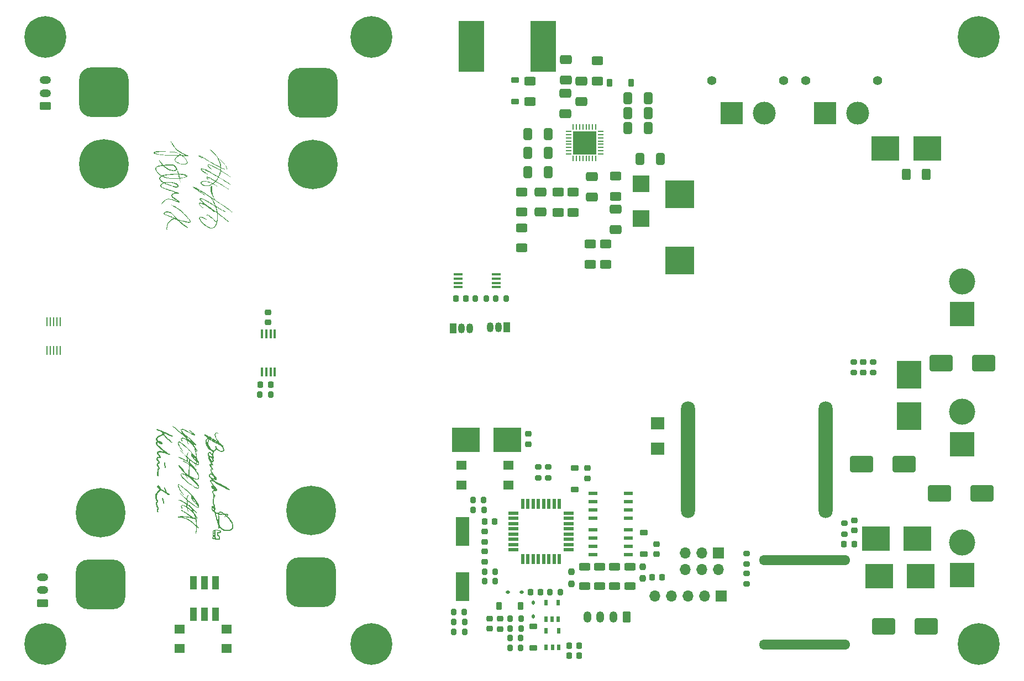
<source format=gts>
G04 #@! TF.GenerationSoftware,KiCad,Pcbnew,7.0.1*
G04 #@! TF.CreationDate,2023-11-20T20:44:29-08:00*
G04 #@! TF.ProjectId,rps01,72707330-312e-46b6-9963-61645f706362,2*
G04 #@! TF.SameCoordinates,Original*
G04 #@! TF.FileFunction,Soldermask,Top*
G04 #@! TF.FilePolarity,Negative*
%FSLAX46Y46*%
G04 Gerber Fmt 4.6, Leading zero omitted, Abs format (unit mm)*
G04 Created by KiCad (PCBNEW 7.0.1) date 2023-11-20 20:44:29*
%MOMM*%
%LPD*%
G01*
G04 APERTURE LIST*
G04 Aperture macros list*
%AMRoundRect*
0 Rectangle with rounded corners*
0 $1 Rounding radius*
0 $2 $3 $4 $5 $6 $7 $8 $9 X,Y pos of 4 corners*
0 Add a 4 corners polygon primitive as box body*
4,1,4,$2,$3,$4,$5,$6,$7,$8,$9,$2,$3,0*
0 Add four circle primitives for the rounded corners*
1,1,$1+$1,$2,$3*
1,1,$1+$1,$4,$5*
1,1,$1+$1,$6,$7*
1,1,$1+$1,$8,$9*
0 Add four rect primitives between the rounded corners*
20,1,$1+$1,$2,$3,$4,$5,0*
20,1,$1+$1,$4,$5,$6,$7,0*
20,1,$1+$1,$6,$7,$8,$9,0*
20,1,$1+$1,$8,$9,$2,$3,0*%
G04 Aperture macros list end*
%ADD10R,3.800000X3.800000*%
%ADD11C,4.000000*%
%ADD12RoundRect,1.900000X-1.900000X1.900000X-1.900000X-1.900000X1.900000X-1.900000X1.900000X1.900000X0*%
%ADD13C,7.600000*%
%ADD14RoundRect,0.250000X-0.412500X-0.650000X0.412500X-0.650000X0.412500X0.650000X-0.412500X0.650000X0*%
%ADD15R,1.700000X1.700000*%
%ADD16O,1.700000X1.700000*%
%ADD17R,1.100000X2.000000*%
%ADD18RoundRect,0.225000X0.250000X-0.225000X0.250000X0.225000X-0.250000X0.225000X-0.250000X-0.225000X0*%
%ADD19RoundRect,0.200000X0.200000X0.275000X-0.200000X0.275000X-0.200000X-0.275000X0.200000X-0.275000X0*%
%ADD20RoundRect,0.250000X0.625000X-0.312500X0.625000X0.312500X-0.625000X0.312500X-0.625000X-0.312500X0*%
%ADD21RoundRect,0.200000X-0.275000X0.200000X-0.275000X-0.200000X0.275000X-0.200000X0.275000X0.200000X0*%
%ADD22RoundRect,0.225000X-0.250000X0.225000X-0.250000X-0.225000X0.250000X-0.225000X0.250000X0.225000X0*%
%ADD23R,4.241800X3.810000*%
%ADD24RoundRect,0.250000X0.625000X-0.350000X0.625000X0.350000X-0.625000X0.350000X-0.625000X-0.350000X0*%
%ADD25O,1.750000X1.200000*%
%ADD26RoundRect,0.200000X0.275000X-0.200000X0.275000X0.200000X-0.275000X0.200000X-0.275000X-0.200000X0*%
%ADD27RoundRect,0.225000X-0.225000X-0.250000X0.225000X-0.250000X0.225000X0.250000X-0.225000X0.250000X0*%
%ADD28RoundRect,0.250000X1.500000X1.000000X-1.500000X1.000000X-1.500000X-1.000000X1.500000X-1.000000X0*%
%ADD29RoundRect,0.225000X0.225000X0.250000X-0.225000X0.250000X-0.225000X-0.250000X0.225000X-0.250000X0*%
%ADD30R,1.050000X1.500000*%
%ADD31O,1.050000X1.500000*%
%ADD32RoundRect,0.112500X-0.187500X-0.112500X0.187500X-0.112500X0.187500X0.112500X-0.187500X0.112500X0*%
%ADD33RoundRect,0.200000X-0.200000X-0.275000X0.200000X-0.275000X0.200000X0.275000X-0.200000X0.275000X0*%
%ADD34R,4.000000X7.800000*%
%ADD35R,0.804800X0.249200*%
%ADD36R,0.249200X0.804800*%
%ADD37R,3.550000X3.550000*%
%ADD38R,4.521200X4.241800*%
%ADD39RoundRect,0.237500X0.237500X-0.250000X0.237500X0.250000X-0.237500X0.250000X-0.237500X-0.250000X0*%
%ADD40R,2.499995X2.560396*%
%ADD41R,1.460500X0.558800*%
%ADD42RoundRect,0.250000X0.400000X0.625000X-0.400000X0.625000X-0.400000X-0.625000X0.400000X-0.625000X0*%
%ADD43R,3.810000X4.241800*%
%ADD44RoundRect,0.225000X-0.225000X-0.375000X0.225000X-0.375000X0.225000X0.375000X-0.225000X0.375000X0*%
%ADD45RoundRect,0.250000X0.625000X-0.400000X0.625000X0.400000X-0.625000X0.400000X-0.625000X-0.400000X0*%
%ADD46R,0.279400X1.333500*%
%ADD47C,1.400000*%
%ADD48R,3.500000X3.500000*%
%ADD49C,3.500000*%
%ADD50C,0.800000*%
%ADD51C,6.400000*%
%ADD52RoundRect,0.225000X0.375000X-0.225000X0.375000X0.225000X-0.375000X0.225000X-0.375000X-0.225000X0*%
%ADD53RoundRect,1.900000X1.900000X-1.900000X1.900000X1.900000X-1.900000X1.900000X-1.900000X-1.900000X0*%
%ADD54RoundRect,0.250000X0.650000X-0.412500X0.650000X0.412500X-0.650000X0.412500X-0.650000X-0.412500X0*%
%ADD55R,1.600000X0.550000*%
%ADD56R,0.550000X1.600000*%
%ADD57R,0.508000X0.952500*%
%ADD58RoundRect,0.250000X-0.625000X0.400000X-0.625000X-0.400000X0.625000X-0.400000X0.625000X0.400000X0*%
%ADD59R,0.355600X1.473200*%
%ADD60RoundRect,0.250000X-0.625000X0.312500X-0.625000X-0.312500X0.625000X-0.312500X0.625000X0.312500X0*%
%ADD61RoundRect,0.250000X-0.650000X0.412500X-0.650000X-0.412500X0.650000X-0.412500X0.650000X0.412500X0*%
%ADD62R,2.159000X1.955800*%
%ADD63O,2.159000X17.907000*%
%ADD64O,13.970000X1.524000*%
%ADD65R,1.600000X1.400000*%
%ADD66RoundRect,0.225000X-0.375000X0.225000X-0.375000X-0.225000X0.375000X-0.225000X0.375000X0.225000X0*%
%ADD67RoundRect,0.250000X0.350000X0.625000X-0.350000X0.625000X-0.350000X-0.625000X0.350000X-0.625000X0*%
%ADD68O,1.200000X1.750000*%
%ADD69RoundRect,0.250000X-1.500000X-1.000000X1.500000X-1.000000X1.500000X1.000000X-1.500000X1.000000X0*%
%ADD70R,1.473200X0.355600*%
%ADD71R,2.000000X4.500000*%
%ADD72RoundRect,0.112500X0.112500X-0.187500X0.112500X0.187500X-0.112500X0.187500X-0.112500X-0.187500X0*%
G04 APERTURE END LIST*
G36*
X64038717Y-56356529D02*
G01*
X64103537Y-56392210D01*
X64193211Y-56459053D01*
X64300962Y-56552244D01*
X64423492Y-56668884D01*
X64557502Y-56806075D01*
X64699695Y-56960919D01*
X64741505Y-57008159D01*
X64909848Y-57207477D01*
X65043916Y-57383520D01*
X65145643Y-57539455D01*
X65216964Y-57678445D01*
X65259816Y-57803658D01*
X65273150Y-57877623D01*
X65276104Y-57942206D01*
X65262393Y-57981182D01*
X65231417Y-58008915D01*
X65169988Y-58035874D01*
X65108055Y-58045614D01*
X65039969Y-58037582D01*
X64942196Y-58015792D01*
X64826448Y-57983698D01*
X64704439Y-57944756D01*
X64587880Y-57902422D01*
X64504475Y-57867550D01*
X64359520Y-57801824D01*
X64359520Y-57909707D01*
X64356815Y-57989872D01*
X64350028Y-58062383D01*
X64346843Y-58082044D01*
X64343402Y-58115006D01*
X64352848Y-58142175D01*
X64382182Y-58171160D01*
X64438402Y-58209571D01*
X64498167Y-58246547D01*
X64601754Y-58311114D01*
X64723590Y-58389295D01*
X64858060Y-58477268D01*
X64999551Y-58571214D01*
X65142449Y-58667310D01*
X65281140Y-58761737D01*
X65410010Y-58850672D01*
X65523446Y-58930296D01*
X65615833Y-58996787D01*
X65681558Y-59046325D01*
X65714197Y-59074211D01*
X65757172Y-59126426D01*
X65766101Y-59152908D01*
X65744429Y-59152515D01*
X65695602Y-59124103D01*
X65655409Y-59093702D01*
X65593716Y-59046999D01*
X65505663Y-58984563D01*
X65396630Y-58909851D01*
X65271997Y-58826318D01*
X65137146Y-58737421D01*
X64997458Y-58646616D01*
X64858312Y-58557358D01*
X64725090Y-58473104D01*
X64603173Y-58397309D01*
X64497940Y-58333430D01*
X64414774Y-58284923D01*
X64359054Y-58255244D01*
X64337768Y-58247379D01*
X64320128Y-58266480D01*
X64314683Y-58300917D01*
X64306127Y-58367194D01*
X64282716Y-58463920D01*
X64247841Y-58580590D01*
X64204891Y-58706695D01*
X64157254Y-58831727D01*
X64108321Y-58945180D01*
X64103684Y-58955068D01*
X64007549Y-59158344D01*
X64278812Y-59323002D01*
X64444383Y-59423925D01*
X64617566Y-59530246D01*
X64793766Y-59639080D01*
X64968389Y-59747540D01*
X65136838Y-59852739D01*
X65294519Y-59951791D01*
X65436836Y-60041809D01*
X65559194Y-60119907D01*
X65656998Y-60183199D01*
X65725653Y-60228798D01*
X65760207Y-60253523D01*
X65802782Y-60296132D01*
X65808162Y-60325435D01*
X65802660Y-60332889D01*
X65773332Y-60340530D01*
X65727338Y-60314736D01*
X65713447Y-60303684D01*
X65680154Y-60280467D01*
X65614183Y-60238077D01*
X65520393Y-60179431D01*
X65403645Y-60107445D01*
X65268797Y-60025037D01*
X65120709Y-59935124D01*
X64964239Y-59840622D01*
X64804248Y-59744449D01*
X64645594Y-59649522D01*
X64493137Y-59558757D01*
X64351737Y-59475072D01*
X64226251Y-59401384D01*
X64121541Y-59340609D01*
X64042464Y-59295665D01*
X63993882Y-59269469D01*
X63981436Y-59263974D01*
X63949020Y-59275419D01*
X63903817Y-59324489D01*
X63855107Y-59395314D01*
X63790684Y-59490196D01*
X63715023Y-59593094D01*
X63658097Y-59665040D01*
X63550760Y-59794323D01*
X63653805Y-59855935D01*
X63715166Y-59892972D01*
X63808867Y-59949982D01*
X63929089Y-60023396D01*
X64070016Y-60109641D01*
X64225830Y-60205149D01*
X64390711Y-60306349D01*
X64558844Y-60409670D01*
X64724408Y-60511542D01*
X64881588Y-60608395D01*
X65024564Y-60696659D01*
X65121744Y-60756787D01*
X65264903Y-60845819D01*
X65373560Y-60914521D01*
X65451555Y-60965807D01*
X65502726Y-61002597D01*
X65530909Y-61027807D01*
X65539943Y-61044353D01*
X65533667Y-61055153D01*
X65521943Y-61060962D01*
X65494207Y-61052877D01*
X65431636Y-61022659D01*
X65337347Y-60972051D01*
X65214457Y-60902794D01*
X65066084Y-60816629D01*
X64895345Y-60715298D01*
X64794971Y-60654901D01*
X64529592Y-60494624D01*
X64300261Y-60356382D01*
X64104753Y-60238858D01*
X63940839Y-60140736D01*
X63806293Y-60060702D01*
X63698886Y-59997437D01*
X63616393Y-59949627D01*
X63556586Y-59915955D01*
X63517237Y-59895105D01*
X63496119Y-59885762D01*
X63492022Y-59884957D01*
X63468417Y-59899255D01*
X63423328Y-59935744D01*
X63365272Y-59986542D01*
X63302768Y-60043769D01*
X63244333Y-60099544D01*
X63198485Y-60145987D01*
X63173742Y-60175218D01*
X63172037Y-60180995D01*
X63194491Y-60194982D01*
X63247268Y-60226752D01*
X63322057Y-60271328D01*
X63395531Y-60314860D01*
X63485221Y-60371443D01*
X63571742Y-60432265D01*
X63649176Y-60492270D01*
X63711603Y-60546403D01*
X63753104Y-60589610D01*
X63767760Y-60616834D01*
X63757192Y-60623725D01*
X63725806Y-60610201D01*
X63673434Y-60575111D01*
X63623736Y-60536115D01*
X63557705Y-60487325D01*
X63466088Y-60427895D01*
X63363499Y-60367048D01*
X63304865Y-60334816D01*
X63090899Y-60221127D01*
X62971361Y-60301629D01*
X62740581Y-60434830D01*
X62507720Y-60524253D01*
X62269562Y-60570943D01*
X62117684Y-60578888D01*
X61918225Y-60564935D01*
X61732307Y-60524946D01*
X61566179Y-60461727D01*
X61426088Y-60378084D01*
X61318282Y-60276823D01*
X61264804Y-60195849D01*
X61227759Y-60085310D01*
X61232626Y-60005208D01*
X61333774Y-60005208D01*
X61335311Y-60075483D01*
X61365574Y-60153762D01*
X61410291Y-60215897D01*
X61534838Y-60320880D01*
X61691922Y-60397857D01*
X61878274Y-60445811D01*
X62090626Y-60463726D01*
X62199657Y-60461419D01*
X62409573Y-60436929D01*
X62596823Y-60383929D01*
X62776869Y-60297501D01*
X62844236Y-60256398D01*
X62976702Y-60171360D01*
X62883684Y-60129715D01*
X62713698Y-60062377D01*
X62520153Y-60000261D01*
X62315401Y-59946254D01*
X62111795Y-59903240D01*
X61921685Y-59874104D01*
X61757426Y-59861732D01*
X61735440Y-59861501D01*
X61616751Y-59869798D01*
X61503566Y-59892309D01*
X61410225Y-59925464D01*
X61363000Y-59954219D01*
X61333774Y-60005208D01*
X61232626Y-60005208D01*
X61233792Y-59986022D01*
X61282124Y-59900453D01*
X61371976Y-59831071D01*
X61381550Y-59825975D01*
X61502008Y-59784449D01*
X61655083Y-59765043D01*
X61735440Y-59765926D01*
X61834818Y-59767018D01*
X62035255Y-59789636D01*
X62250439Y-59832160D01*
X62474413Y-59893851D01*
X62701221Y-59973971D01*
X62756608Y-59996354D01*
X62853173Y-60035685D01*
X62937999Y-60068948D01*
X63000307Y-60091990D01*
X63025628Y-60100030D01*
X63061084Y-60094603D01*
X63113937Y-60062626D01*
X63188986Y-60000917D01*
X63227393Y-59966183D01*
X63293660Y-59903009D01*
X63343613Y-59851283D01*
X63370613Y-59818112D01*
X63373112Y-59810145D01*
X63351029Y-59796174D01*
X63295805Y-59763748D01*
X63213426Y-59716310D01*
X63109879Y-59657300D01*
X62991149Y-59590161D01*
X62958831Y-59571966D01*
X62776335Y-59470927D01*
X62626104Y-59391597D01*
X62502692Y-59331430D01*
X62400657Y-59287876D01*
X62314554Y-59258388D01*
X62258712Y-59244297D01*
X62229541Y-59240230D01*
X62223856Y-59248465D01*
X62244725Y-59274364D01*
X62295216Y-59323291D01*
X62313845Y-59340699D01*
X62378444Y-59407771D01*
X62419289Y-59463796D01*
X62435459Y-59503814D01*
X62426034Y-59522867D01*
X62390093Y-59515996D01*
X62341252Y-59488251D01*
X62243567Y-59413190D01*
X62171805Y-59337920D01*
X62128631Y-59267669D01*
X62116711Y-59207664D01*
X62138711Y-59163133D01*
X62167107Y-59146804D01*
X62221440Y-59137673D01*
X62293004Y-59145745D01*
X62384937Y-59172320D01*
X62500378Y-59218698D01*
X62642466Y-59286180D01*
X62814340Y-59376067D01*
X63019140Y-59489658D01*
X63084355Y-59526771D01*
X63197768Y-59590953D01*
X63298088Y-59646465D01*
X63378737Y-59689769D01*
X63433137Y-59717327D01*
X63454258Y-59725739D01*
X63478736Y-59707434D01*
X63521667Y-59659637D01*
X63577150Y-59590503D01*
X63639283Y-59508186D01*
X63702165Y-59420840D01*
X63759893Y-59336619D01*
X63806567Y-59263677D01*
X63836284Y-59210169D01*
X63843898Y-59187391D01*
X63826120Y-59167350D01*
X63780837Y-59135309D01*
X63748620Y-59115876D01*
X63705680Y-59091255D01*
X63629495Y-59047505D01*
X63525685Y-58987855D01*
X63399871Y-58915536D01*
X63257670Y-58833778D01*
X63104704Y-58745810D01*
X63036837Y-58706775D01*
X62771684Y-58555836D01*
X62539633Y-58427320D01*
X62336295Y-58319050D01*
X62157286Y-58228852D01*
X61998220Y-58154549D01*
X61854710Y-58093965D01*
X61722371Y-58044925D01*
X61663445Y-58025455D01*
X61521376Y-57983628D01*
X61419413Y-57961337D01*
X61357219Y-57958763D01*
X61334454Y-57976091D01*
X61350779Y-58013504D01*
X61405855Y-58071185D01*
X61473157Y-58128478D01*
X61549349Y-58187785D01*
X61648873Y-58262157D01*
X61757982Y-58341449D01*
X61848664Y-58405607D01*
X62004465Y-58515964D01*
X62123720Y-58604633D01*
X62208237Y-58673151D01*
X62259826Y-58723052D01*
X62280295Y-58755872D01*
X62277169Y-58769412D01*
X62249422Y-58767354D01*
X62191866Y-58741967D01*
X62110325Y-58697137D01*
X62010624Y-58636752D01*
X61898584Y-58564699D01*
X61780029Y-58484864D01*
X61660783Y-58401136D01*
X61546669Y-58317400D01*
X61443510Y-58237544D01*
X61357130Y-58165456D01*
X61316228Y-58127982D01*
X61246646Y-58045523D01*
X61220055Y-57973744D01*
X61236529Y-57913129D01*
X61276955Y-57875441D01*
X61331193Y-57852132D01*
X61400557Y-57849867D01*
X61437005Y-57854348D01*
X61545561Y-57878290D01*
X61683434Y-57920497D01*
X61840826Y-57977317D01*
X62007940Y-58045095D01*
X62174980Y-58120178D01*
X62257164Y-58160197D01*
X62354366Y-58210613D01*
X62482793Y-58279746D01*
X62635106Y-58363443D01*
X62803966Y-58457549D01*
X62982032Y-58557911D01*
X63161965Y-58660374D01*
X63336425Y-58760785D01*
X63498073Y-58854990D01*
X63639570Y-58938834D01*
X63733074Y-58995504D01*
X63899944Y-59098103D01*
X63993791Y-58902529D01*
X64053856Y-58764261D01*
X64111103Y-58609050D01*
X64160333Y-58452786D01*
X64196350Y-58311360D01*
X64208645Y-58245650D01*
X64220933Y-58165456D01*
X63883075Y-57977437D01*
X63739159Y-57898785D01*
X63581358Y-57815020D01*
X63416346Y-57729458D01*
X63250799Y-57645416D01*
X63091389Y-57566210D01*
X62944793Y-57495158D01*
X62817683Y-57435576D01*
X62716736Y-57390781D01*
X62649337Y-57364330D01*
X62568235Y-57342429D01*
X62489761Y-57329610D01*
X62464385Y-57328226D01*
X62416366Y-57332737D01*
X62390883Y-57348334D01*
X62389658Y-57378114D01*
X62414411Y-57425172D01*
X62466861Y-57492607D01*
X62548728Y-57583514D01*
X62661734Y-57700991D01*
X62684088Y-57723748D01*
X62768782Y-57812534D01*
X62834701Y-57887199D01*
X62877554Y-57942544D01*
X62893051Y-57973367D01*
X62892414Y-57976262D01*
X62865588Y-57980597D01*
X62813490Y-57954179D01*
X62740205Y-57900145D01*
X62649815Y-57821633D01*
X62546404Y-57721782D01*
X62501976Y-57676223D01*
X62395934Y-57559700D01*
X62324945Y-57465969D01*
X62287918Y-57391288D01*
X62283764Y-57331915D01*
X62311391Y-57284107D01*
X62369711Y-57244124D01*
X62375293Y-57241336D01*
X62423870Y-57224253D01*
X62478896Y-57223072D01*
X62557351Y-57237154D01*
X62617757Y-57256734D01*
X62711453Y-57294812D01*
X62832361Y-57348423D01*
X62974405Y-57414599D01*
X63131512Y-57490374D01*
X63297603Y-57572781D01*
X63466605Y-57658853D01*
X63632440Y-57745622D01*
X63789034Y-57830123D01*
X63909028Y-57897204D01*
X64012946Y-57955513D01*
X64102580Y-58004026D01*
X64171052Y-58039162D01*
X64211487Y-58057339D01*
X64219316Y-58058781D01*
X64224699Y-58033098D01*
X64229476Y-57975068D01*
X64232623Y-57897176D01*
X64232650Y-57896029D01*
X64236219Y-57743042D01*
X64090500Y-57667849D01*
X63727563Y-57478626D01*
X63397506Y-57302237D01*
X63091942Y-57133983D01*
X62802484Y-56969169D01*
X62520745Y-56803097D01*
X62238337Y-56631070D01*
X62229776Y-56625773D01*
X62106565Y-56549781D01*
X61981902Y-56473353D01*
X61867023Y-56403348D01*
X61773165Y-56346624D01*
X61736572Y-56324757D01*
X61637253Y-56267557D01*
X61529886Y-56208668D01*
X61421504Y-56151589D01*
X61319137Y-56099819D01*
X61229819Y-56056858D01*
X61160581Y-56026205D01*
X61118454Y-56011359D01*
X61108858Y-56012382D01*
X61126278Y-56026310D01*
X61172916Y-56058778D01*
X61240338Y-56103984D01*
X61276996Y-56128102D01*
X61351832Y-56180430D01*
X61409535Y-56227196D01*
X61441470Y-56261105D01*
X61445134Y-56270153D01*
X61435737Y-56290117D01*
X61404738Y-56290169D01*
X61347929Y-56268878D01*
X61261096Y-56224814D01*
X61182591Y-56181022D01*
X61048798Y-56099486D01*
X60956059Y-56030311D01*
X60902874Y-55971739D01*
X60887743Y-55922010D01*
X60909164Y-55879366D01*
X60918160Y-55871151D01*
X60965655Y-55859841D01*
X61047745Y-55875020D01*
X61163260Y-55916132D01*
X61311032Y-55982623D01*
X61489893Y-56073936D01*
X61698675Y-56189516D01*
X61936209Y-56328809D01*
X62130582Y-56447304D01*
X62414742Y-56621878D01*
X62674593Y-56778808D01*
X62920624Y-56924120D01*
X63163325Y-57063840D01*
X63413187Y-57203992D01*
X63680698Y-57350604D01*
X63976349Y-57509700D01*
X64028849Y-57537721D01*
X64225010Y-57642314D01*
X64225010Y-57584070D01*
X64218683Y-57513258D01*
X64201438Y-57411080D01*
X64175883Y-57288917D01*
X64144625Y-57158153D01*
X64110269Y-57030168D01*
X64075423Y-56916347D01*
X64065356Y-56886926D01*
X63945717Y-56595053D01*
X63857308Y-56423069D01*
X64024368Y-56423069D01*
X64031202Y-56467529D01*
X64058800Y-56547073D01*
X64103380Y-56656356D01*
X64224723Y-56992574D01*
X64308967Y-57335027D01*
X64326911Y-57440318D01*
X64340933Y-57535310D01*
X64351920Y-57614806D01*
X64358348Y-57667511D01*
X64359388Y-57680993D01*
X64379751Y-57709140D01*
X64435108Y-57745861D01*
X64517190Y-57787958D01*
X64617726Y-57832236D01*
X64728447Y-57875498D01*
X64841083Y-57914549D01*
X64947363Y-57946192D01*
X65039017Y-57967232D01*
X65107776Y-57974472D01*
X65117618Y-57974019D01*
X65169474Y-57967267D01*
X65192921Y-57949584D01*
X65198704Y-57907452D01*
X65198319Y-57872491D01*
X65180878Y-57775957D01*
X65134414Y-57656388D01*
X65062778Y-57521240D01*
X64969820Y-57377970D01*
X64884517Y-57264789D01*
X64801037Y-57165058D01*
X64698048Y-57048567D01*
X64583176Y-56923336D01*
X64464050Y-56797385D01*
X64348293Y-56678736D01*
X64243534Y-56575407D01*
X64157398Y-56495421D01*
X64132639Y-56474070D01*
X64074667Y-56428951D01*
X64038717Y-56411080D01*
X64024368Y-56423069D01*
X63857308Y-56423069D01*
X63792421Y-56296844D01*
X63612563Y-56004662D01*
X63413236Y-55730872D01*
X63374474Y-55682836D01*
X63250260Y-55542049D01*
X63096347Y-55384974D01*
X62920763Y-55219549D01*
X62778869Y-55094074D01*
X62712214Y-55034476D01*
X62677241Y-54996313D01*
X62669836Y-54974019D01*
X62682277Y-54963334D01*
X62725688Y-54967604D01*
X62793722Y-55001046D01*
X62881231Y-55059302D01*
X62983067Y-55138019D01*
X63094083Y-55232842D01*
X63209129Y-55339414D01*
X63323057Y-55453381D01*
X63430721Y-55570387D01*
X63507306Y-55661294D01*
X63586319Y-55763800D01*
X63671022Y-55880877D01*
X63754516Y-56002282D01*
X63829906Y-56117771D01*
X63890297Y-56217101D01*
X63924870Y-56281565D01*
X63957253Y-56332416D01*
X63987208Y-56350116D01*
X63991610Y-56349161D01*
X64035237Y-56354613D01*
X64038717Y-56356529D01*
G37*
G36*
X62852606Y-60548334D02*
G01*
X62904331Y-60535046D01*
X62913536Y-60536501D01*
X62954145Y-60542919D01*
X62977591Y-60567422D01*
X62981129Y-60600290D01*
X62982646Y-60669583D01*
X62982153Y-60766936D01*
X62979661Y-60883982D01*
X62977024Y-60965348D01*
X62972508Y-61120132D01*
X62972149Y-61241157D01*
X62976438Y-61339351D01*
X62985866Y-61425643D01*
X63000923Y-61510959D01*
X63001709Y-61514800D01*
X63040413Y-61673592D01*
X63096123Y-61860804D01*
X63165175Y-62065072D01*
X63243906Y-62275028D01*
X63258880Y-62312688D01*
X63287489Y-62385239D01*
X63312049Y-62446687D01*
X63335834Y-62499922D01*
X63362117Y-62547837D01*
X63394171Y-62593324D01*
X63435270Y-62639273D01*
X63488686Y-62688577D01*
X63557693Y-62744127D01*
X63645565Y-62808814D01*
X63755573Y-62885531D01*
X63890993Y-62977168D01*
X64055096Y-63086617D01*
X64251156Y-63216771D01*
X64376645Y-63300121D01*
X64690684Y-63509764D01*
X64968088Y-63696899D01*
X65210335Y-63862631D01*
X65418901Y-64008068D01*
X65595266Y-64134316D01*
X65740907Y-64242481D01*
X65857301Y-64333670D01*
X65945928Y-64408991D01*
X66008265Y-64469548D01*
X66045789Y-64516449D01*
X66059979Y-64550801D01*
X66059665Y-64560282D01*
X66041021Y-64598499D01*
X66015270Y-64607879D01*
X65997559Y-64585870D01*
X65996060Y-64570994D01*
X65977228Y-64536976D01*
X65922237Y-64481537D01*
X65833346Y-64406373D01*
X65712812Y-64313179D01*
X65562896Y-64203652D01*
X65385855Y-64079489D01*
X65183947Y-63942386D01*
X64976025Y-63804877D01*
X64701215Y-63625074D01*
X64437245Y-63452067D01*
X64187529Y-63288106D01*
X63955478Y-63135439D01*
X63744505Y-62996317D01*
X63558021Y-62872989D01*
X63399437Y-62767704D01*
X63272168Y-62682713D01*
X63191892Y-62628605D01*
X63100415Y-62566709D01*
X63020882Y-62513250D01*
X62961480Y-62473704D01*
X62930393Y-62453551D01*
X62929514Y-62453023D01*
X62930235Y-62463887D01*
X62952454Y-62505636D01*
X62992531Y-62572029D01*
X63046823Y-62656825D01*
X63061265Y-62678770D01*
X63128946Y-62786465D01*
X63204418Y-62915384D01*
X63282563Y-63055869D01*
X63358265Y-63198265D01*
X63426407Y-63332916D01*
X63481872Y-63450166D01*
X63519544Y-63540359D01*
X63523186Y-63550501D01*
X63538474Y-63579267D01*
X63568035Y-63611668D01*
X63616914Y-63651487D01*
X63690156Y-63702506D01*
X63792806Y-63768510D01*
X63913998Y-63843540D01*
X64198039Y-64014949D01*
X64449316Y-64160890D01*
X64670801Y-64282971D01*
X64865470Y-64382800D01*
X65036296Y-64461983D01*
X65130759Y-64501107D01*
X65173170Y-64523615D01*
X65176131Y-64545208D01*
X65170288Y-64552198D01*
X65131473Y-64561532D01*
X65059796Y-64549738D01*
X64960942Y-64518588D01*
X64840597Y-64469856D01*
X64712858Y-64409551D01*
X64632917Y-64367906D01*
X64526918Y-64310474D01*
X64402822Y-64241790D01*
X64268587Y-64166386D01*
X64132173Y-64088796D01*
X64001540Y-64013552D01*
X63884646Y-63945188D01*
X63789452Y-63888238D01*
X63723916Y-63847234D01*
X63714310Y-63840832D01*
X63663596Y-63809291D01*
X63630494Y-63794156D01*
X63625023Y-63794350D01*
X63626992Y-63818266D01*
X63640072Y-63873377D01*
X63661509Y-63948236D01*
X63663889Y-63955985D01*
X63688050Y-64042281D01*
X63716504Y-64156239D01*
X63745288Y-64281454D01*
X63765247Y-64375533D01*
X63786580Y-64478481D01*
X63805091Y-64563743D01*
X63818840Y-64622656D01*
X63825887Y-64646559D01*
X63825990Y-64646656D01*
X63912630Y-64709984D01*
X64020782Y-64791837D01*
X64146453Y-64888966D01*
X64285653Y-64998122D01*
X64434391Y-65116055D01*
X64588675Y-65239517D01*
X64744513Y-65365258D01*
X64897915Y-65490029D01*
X65044889Y-65610580D01*
X65181444Y-65723662D01*
X65303589Y-65826026D01*
X65407332Y-65914422D01*
X65488682Y-65985602D01*
X65543648Y-66036315D01*
X65568238Y-66063313D01*
X65569177Y-66065781D01*
X65564210Y-66086652D01*
X65544632Y-66089352D01*
X65506349Y-66071576D01*
X65445267Y-66031023D01*
X65357291Y-65965387D01*
X65270345Y-65897644D01*
X65117826Y-65777778D01*
X64958450Y-65652947D01*
X64796111Y-65526163D01*
X64634701Y-65400437D01*
X64478112Y-65278783D01*
X64330238Y-65164213D01*
X64194970Y-65059737D01*
X64076201Y-64968370D01*
X63977824Y-64893123D01*
X63903731Y-64837008D01*
X63857816Y-64803037D01*
X63843898Y-64793817D01*
X63840345Y-64815083D01*
X63836990Y-64874432D01*
X63834044Y-64965113D01*
X63831718Y-65080373D01*
X63830224Y-65213459D01*
X63830073Y-65236398D01*
X63828089Y-65408704D01*
X63823937Y-65545845D01*
X63816898Y-65657469D01*
X63806251Y-65753222D01*
X63791275Y-65842754D01*
X63781106Y-65892039D01*
X63760083Y-65993165D01*
X63749399Y-66060909D01*
X63748507Y-66105383D01*
X63756861Y-66136701D01*
X63766908Y-66154666D01*
X63795777Y-66213234D01*
X63789158Y-66244806D01*
X63765434Y-66250733D01*
X63735640Y-66236267D01*
X63731806Y-66223831D01*
X63725107Y-66206943D01*
X63708179Y-66224871D01*
X63685773Y-66270170D01*
X63664538Y-66329197D01*
X63616608Y-66451688D01*
X63548012Y-66586789D01*
X63468869Y-66716566D01*
X63389297Y-66823089D01*
X63379643Y-66834079D01*
X63258284Y-66940675D01*
X63114672Y-67021004D01*
X62963994Y-67066804D01*
X62946942Y-67069478D01*
X62802143Y-67069833D01*
X62638511Y-67035716D01*
X62460832Y-66970762D01*
X62273893Y-66878610D01*
X62082482Y-66762896D01*
X61891384Y-66627259D01*
X61705387Y-66475335D01*
X61529277Y-66310762D01*
X61367842Y-66137178D01*
X61225868Y-65958218D01*
X61108141Y-65777522D01*
X61023158Y-65607654D01*
X60986252Y-65502129D01*
X60977663Y-65422386D01*
X60997588Y-65359285D01*
X61029375Y-65319352D01*
X61093670Y-65277937D01*
X61180362Y-65261850D01*
X61291913Y-65271578D01*
X61430786Y-65307607D01*
X61599443Y-65370422D01*
X61800346Y-65460511D01*
X61839257Y-65479240D01*
X61980658Y-65551267D01*
X62079818Y-65609555D01*
X62137093Y-65654373D01*
X62152837Y-65685985D01*
X62135294Y-65702129D01*
X62102888Y-65697680D01*
X62040251Y-65675893D01*
X61956776Y-65640410D01*
X61873130Y-65600539D01*
X61717773Y-65527236D01*
X61568227Y-65464774D01*
X61431109Y-65415313D01*
X61313038Y-65381016D01*
X61220631Y-65364042D01*
X61160505Y-65366554D01*
X61158590Y-65367185D01*
X61113726Y-65393127D01*
X61094658Y-65434439D01*
X61101516Y-65496996D01*
X61134430Y-65586673D01*
X61164894Y-65652165D01*
X61276537Y-65843074D01*
X61424263Y-66037830D01*
X61600535Y-66229890D01*
X61797819Y-66412715D01*
X62008580Y-66579762D01*
X62225283Y-66724493D01*
X62440392Y-66840366D01*
X62614841Y-66910779D01*
X62728958Y-66945692D01*
X62817612Y-66963016D01*
X62896222Y-66963565D01*
X62980210Y-66948156D01*
X63034897Y-66932992D01*
X63167284Y-66870744D01*
X63289746Y-66766819D01*
X63400311Y-66623666D01*
X63497006Y-66443733D01*
X63561850Y-66278497D01*
X63615251Y-66121492D01*
X63499786Y-66009115D01*
X63433790Y-65947462D01*
X63342271Y-65865576D01*
X63231518Y-65768760D01*
X63107820Y-65662314D01*
X62977469Y-65551541D01*
X62846752Y-65441741D01*
X62721961Y-65338217D01*
X62609384Y-65246270D01*
X62515311Y-65171201D01*
X62446033Y-65118312D01*
X62426383Y-65104356D01*
X62339521Y-65046357D01*
X62282639Y-65013083D01*
X62249531Y-65002786D01*
X62233990Y-65013716D01*
X62229809Y-65044125D01*
X62229776Y-65048952D01*
X62217552Y-65095144D01*
X62190110Y-65106501D01*
X62161298Y-65082328D01*
X62149715Y-65052969D01*
X62143593Y-64974671D01*
X62170715Y-64925026D01*
X62230016Y-64905811D01*
X62238107Y-64905631D01*
X62281023Y-64910481D01*
X62330263Y-64926648D01*
X62389139Y-64956561D01*
X62460965Y-65002650D01*
X62549052Y-65067342D01*
X62656714Y-65153065D01*
X62787264Y-65262250D01*
X62944013Y-65397324D01*
X63123389Y-65554639D01*
X63233830Y-65651960D01*
X63338428Y-65743943D01*
X63430435Y-65824668D01*
X63503103Y-65888216D01*
X63549685Y-65928668D01*
X63553027Y-65931540D01*
X63638302Y-66004668D01*
X63663780Y-65886703D01*
X63699400Y-65675588D01*
X63722574Y-65438650D01*
X63732417Y-65193385D01*
X63728048Y-64957290D01*
X63717586Y-64820998D01*
X63703367Y-64684950D01*
X63442961Y-64495640D01*
X63292170Y-64386210D01*
X63173940Y-64300918D01*
X63084733Y-64237307D01*
X63021012Y-64192922D01*
X62979240Y-64165308D01*
X62955878Y-64152008D01*
X62947388Y-64150568D01*
X62947164Y-64151506D01*
X62963864Y-64169389D01*
X63008887Y-64207762D01*
X63074619Y-64260306D01*
X63126510Y-64300336D01*
X63216681Y-64370925D01*
X63273094Y-64420989D01*
X63299181Y-64455052D01*
X63298372Y-64477639D01*
X63274096Y-64493274D01*
X63273088Y-64493664D01*
X63244490Y-64484417D01*
X63185163Y-64449351D01*
X63098898Y-64391256D01*
X62989489Y-64312925D01*
X62860727Y-64217149D01*
X62749704Y-64132198D01*
X62902327Y-64132198D01*
X62913536Y-64143407D01*
X62924745Y-64132198D01*
X62913536Y-64120989D01*
X62902327Y-64132198D01*
X62749704Y-64132198D01*
X62716405Y-64106719D01*
X62560315Y-63984427D01*
X62396249Y-63853064D01*
X62333156Y-63801801D01*
X62130294Y-63649964D01*
X61917682Y-63519586D01*
X61683213Y-63403928D01*
X61445134Y-63307459D01*
X61294567Y-63253969D01*
X61179985Y-63220080D01*
X61101088Y-63207052D01*
X61057572Y-63216148D01*
X61049138Y-63248627D01*
X61075482Y-63305752D01*
X61136303Y-63388782D01*
X61231299Y-63498980D01*
X61360170Y-63637606D01*
X61364952Y-63642633D01*
X61451039Y-63734462D01*
X61525054Y-63816063D01*
X61581869Y-63881563D01*
X61616354Y-63925093D01*
X61624480Y-63939676D01*
X61615616Y-63962414D01*
X61587609Y-63959094D01*
X61538343Y-63928154D01*
X61465698Y-63868029D01*
X61367557Y-63777157D01*
X61254542Y-63666661D01*
X61145121Y-63555349D01*
X61055202Y-63458751D01*
X60988582Y-63381201D01*
X60949060Y-63327029D01*
X60940035Y-63307967D01*
X60933815Y-63217720D01*
X60964598Y-63149855D01*
X61018526Y-63112436D01*
X61069327Y-63098278D01*
X61129813Y-63096475D01*
X61206053Y-63108409D01*
X61304118Y-63135462D01*
X61430080Y-63179014D01*
X61590009Y-63240448D01*
X61602062Y-63245227D01*
X61725363Y-63294191D01*
X61427375Y-63009875D01*
X61287230Y-62872171D01*
X61180890Y-62758266D01*
X61106110Y-62665303D01*
X61060643Y-62590422D01*
X61046943Y-62546005D01*
X61165075Y-62546005D01*
X61190635Y-62594470D01*
X61248821Y-62667340D01*
X61340410Y-62765548D01*
X61466182Y-62890024D01*
X61534807Y-62955488D01*
X61708312Y-63118045D01*
X61855317Y-63252304D01*
X61980518Y-63362173D01*
X62088610Y-63451561D01*
X62184290Y-63524374D01*
X62272253Y-63584521D01*
X62341868Y-63627102D01*
X62435348Y-63683774D01*
X62557176Y-63761153D01*
X62699262Y-63853817D01*
X62853521Y-63956340D01*
X62913536Y-63996880D01*
X63011863Y-64063299D01*
X63166202Y-64169271D01*
X63308449Y-64268832D01*
X63430518Y-64356557D01*
X63440367Y-64363782D01*
X63523663Y-64422900D01*
X63593034Y-64468159D01*
X63641240Y-64495113D01*
X63661043Y-64499315D01*
X63661044Y-64499312D01*
X63661596Y-64458801D01*
X63649655Y-64384980D01*
X63627797Y-64286770D01*
X63598595Y-64173090D01*
X63564626Y-64052860D01*
X63528464Y-63934999D01*
X63492685Y-63828427D01*
X63459864Y-63742063D01*
X63432577Y-63684828D01*
X63421497Y-63669605D01*
X63388310Y-63644439D01*
X63321952Y-63600234D01*
X63228066Y-63540401D01*
X63112292Y-63468348D01*
X62980273Y-63387484D01*
X62837650Y-63301221D01*
X62690066Y-63212966D01*
X62543162Y-63126129D01*
X62402580Y-63044121D01*
X62273962Y-62970349D01*
X62162950Y-62908224D01*
X62148321Y-62900206D01*
X61992308Y-62818410D01*
X61834471Y-62741880D01*
X61680617Y-62672871D01*
X61536549Y-62613635D01*
X61408075Y-62566427D01*
X61301000Y-62533498D01*
X61221130Y-62517103D01*
X61174270Y-62519495D01*
X61171360Y-62521014D01*
X61165075Y-62546005D01*
X61046943Y-62546005D01*
X61042243Y-62530766D01*
X61041603Y-62518969D01*
X61060961Y-62468919D01*
X61108368Y-62423893D01*
X61167821Y-62397278D01*
X61190088Y-62394775D01*
X61221130Y-62399318D01*
X61251579Y-62403774D01*
X61344477Y-62428579D01*
X61459621Y-62465902D01*
X61587851Y-62512453D01*
X61720007Y-62564944D01*
X61846927Y-62620086D01*
X61935517Y-62662380D01*
X62072887Y-62734120D01*
X62239604Y-62825780D01*
X62427544Y-62932659D01*
X62628583Y-63050058D01*
X62834597Y-63173275D01*
X63037461Y-63297611D01*
X63089511Y-63330057D01*
X63185571Y-63389401D01*
X63267148Y-63438350D01*
X63327249Y-63472819D01*
X63358881Y-63488724D01*
X63361911Y-63489174D01*
X63358488Y-63463128D01*
X63335816Y-63404256D01*
X63297001Y-63318598D01*
X63245151Y-63212192D01*
X63183372Y-63091079D01*
X63114772Y-62961297D01*
X63042457Y-62828886D01*
X62969534Y-62699885D01*
X62899109Y-62580335D01*
X62869439Y-62531838D01*
X62738908Y-62321417D01*
X62321809Y-62047753D01*
X62136451Y-61927035D01*
X61942720Y-61802492D01*
X61745773Y-61677315D01*
X61550770Y-61554695D01*
X61362867Y-61437824D01*
X61187223Y-61329893D01*
X61028995Y-61234094D01*
X60893342Y-61153617D01*
X60785421Y-61091656D01*
X60716537Y-61054495D01*
X60700343Y-61049082D01*
X60721455Y-61068261D01*
X60779749Y-61111940D01*
X60875100Y-61180026D01*
X61007383Y-61272426D01*
X61041603Y-61296128D01*
X61152874Y-61374131D01*
X61274789Y-61461351D01*
X61401849Y-61553668D01*
X61528554Y-61646964D01*
X61649405Y-61737119D01*
X61758902Y-61820015D01*
X61851545Y-61891534D01*
X61921834Y-61947556D01*
X61964271Y-61983962D01*
X61973874Y-61994334D01*
X61983819Y-62023997D01*
X61960939Y-62026076D01*
X61907180Y-62001291D01*
X61824488Y-61950365D01*
X61786722Y-61924886D01*
X61729524Y-61885792D01*
X61640312Y-61825116D01*
X61524242Y-61746349D01*
X61386468Y-61652986D01*
X61232147Y-61548520D01*
X61066432Y-61436442D01*
X60894481Y-61320247D01*
X60851047Y-61290914D01*
X60645774Y-61152081D01*
X60478595Y-61038465D01*
X60660491Y-61038465D01*
X60671700Y-61049674D01*
X60682909Y-61038465D01*
X60671700Y-61027255D01*
X60660491Y-61038465D01*
X60478595Y-61038465D01*
X60474865Y-61035930D01*
X60335346Y-60940315D01*
X60224246Y-60863089D01*
X60138595Y-60802105D01*
X60075420Y-60755217D01*
X60031750Y-60720277D01*
X60004613Y-60695140D01*
X59991038Y-60677658D01*
X59987940Y-60667399D01*
X60003116Y-60641674D01*
X60021798Y-60623534D01*
X60043798Y-60613944D01*
X60078060Y-60617312D01*
X60132235Y-60635985D01*
X60213970Y-60672309D01*
X60274005Y-60700933D01*
X60504484Y-60818070D01*
X60671700Y-60909780D01*
X60768681Y-60962970D01*
X61065593Y-61135026D01*
X61394218Y-61333631D01*
X61753553Y-61558176D01*
X62142596Y-61808055D01*
X62560345Y-62082660D01*
X62621121Y-62123082D01*
X62770886Y-62222672D01*
X62909047Y-62314252D01*
X63031109Y-62394864D01*
X63132575Y-62461551D01*
X63208951Y-62511355D01*
X63255740Y-62541319D01*
X63268544Y-62548932D01*
X63268377Y-62535526D01*
X63249130Y-62492381D01*
X63214794Y-62428207D01*
X63206932Y-62414422D01*
X63043649Y-62115424D01*
X62913439Y-61842308D01*
X62815194Y-61591939D01*
X62810687Y-61576505D01*
X62902327Y-61576505D01*
X62913536Y-61587714D01*
X62924745Y-61576505D01*
X62913536Y-61565296D01*
X62902327Y-61576505D01*
X62810687Y-61576505D01*
X62747805Y-61361182D01*
X62710163Y-61146902D01*
X62700719Y-60982271D01*
X62702672Y-60921861D01*
X62797451Y-60921861D01*
X62801452Y-61045211D01*
X62812397Y-61173905D01*
X62829475Y-61295106D01*
X62851875Y-61395982D01*
X62855581Y-61408367D01*
X62879358Y-61483693D01*
X62891691Y-61518370D01*
X62894466Y-61514559D01*
X62889568Y-61474421D01*
X62884917Y-61441995D01*
X62879454Y-61379221D01*
X62875484Y-61283026D01*
X62873286Y-61164808D01*
X62873144Y-61035966D01*
X62873680Y-60987086D01*
X62874356Y-60841724D01*
X62871291Y-60739710D01*
X62864153Y-60679685D01*
X62852606Y-60660289D01*
X62836317Y-60680164D01*
X62814951Y-60737949D01*
X62813521Y-60742525D01*
X62801203Y-60816687D01*
X62797451Y-60921861D01*
X62702672Y-60921861D01*
X62705364Y-60838599D01*
X62720874Y-60730536D01*
X62749204Y-60649746D01*
X62792312Y-60587895D01*
X62793608Y-60586508D01*
X62845707Y-60550106D01*
X62852606Y-60548334D01*
G37*
G36*
X56009351Y-64454129D02*
G01*
X56039650Y-64453208D01*
X56122261Y-64457668D01*
X56269151Y-64476163D01*
X56409533Y-64511566D01*
X56547299Y-64566581D01*
X56686340Y-64643910D01*
X56830549Y-64746256D01*
X56983817Y-64876323D01*
X57150036Y-65036812D01*
X57333097Y-65230428D01*
X57493361Y-65409928D01*
X57663233Y-65603954D01*
X57912936Y-65693923D01*
X58156426Y-65777691D01*
X58392504Y-65851322D01*
X58617510Y-65914183D01*
X58827784Y-65965640D01*
X59019667Y-66005062D01*
X59189500Y-66031816D01*
X59333625Y-66045269D01*
X59448380Y-66044789D01*
X59530108Y-66029742D01*
X59575149Y-65999496D01*
X59582169Y-65982517D01*
X59572900Y-65937352D01*
X59536109Y-65866083D01*
X59475750Y-65774536D01*
X59395778Y-65668540D01*
X59300148Y-65553919D01*
X59262385Y-65511372D01*
X59179438Y-65421441D01*
X59076393Y-65312860D01*
X58958391Y-65190766D01*
X58830575Y-65060294D01*
X58698085Y-64926582D01*
X58566065Y-64794764D01*
X58439657Y-64669977D01*
X58324002Y-64557356D01*
X58224243Y-64462038D01*
X58145521Y-64389157D01*
X58095382Y-64345766D01*
X58003968Y-64276425D01*
X57885125Y-64192043D01*
X57750167Y-64100150D01*
X57610408Y-64008275D01*
X57477162Y-63923948D01*
X57361740Y-63854697D01*
X57333158Y-63838477D01*
X57246642Y-63787819D01*
X57144225Y-63724364D01*
X57046729Y-63661043D01*
X57038167Y-63655294D01*
X56947597Y-63595942D01*
X56855211Y-63538142D01*
X56778860Y-63493018D01*
X56769147Y-63487621D01*
X56692092Y-63443995D01*
X56648456Y-63414319D01*
X56631559Y-63392487D01*
X56634719Y-63372390D01*
X56637582Y-63367369D01*
X56664314Y-63362600D01*
X56723985Y-63383532D01*
X56813855Y-63428390D01*
X56905873Y-63476425D01*
X56997686Y-63521990D01*
X57070597Y-63555827D01*
X57075347Y-63557876D01*
X57190364Y-63613379D01*
X57331808Y-63691729D01*
X57491209Y-63787614D01*
X57660103Y-63895723D01*
X57830020Y-64010747D01*
X57992495Y-64127373D01*
X58039337Y-64162499D01*
X58111478Y-64221914D01*
X58207981Y-64308420D01*
X58324337Y-64417420D01*
X58456036Y-64544313D01*
X58598569Y-64684502D01*
X58747427Y-64833388D01*
X58898101Y-64986371D01*
X59046082Y-65138855D01*
X59186862Y-65286239D01*
X59315929Y-65423925D01*
X59428777Y-65547315D01*
X59520896Y-65651810D01*
X59587776Y-65732810D01*
X59614226Y-65768680D01*
X59680005Y-65876150D01*
X59713617Y-65960767D01*
X59716460Y-66029407D01*
X59689929Y-66088949D01*
X59681481Y-66100049D01*
X59624384Y-66141657D01*
X59535440Y-66172550D01*
X59427100Y-66188936D01*
X59384286Y-66190565D01*
X59319802Y-66184787D01*
X59220270Y-66168128D01*
X59093617Y-66142506D01*
X58947764Y-66109839D01*
X58790638Y-66072044D01*
X58630163Y-66031040D01*
X58474262Y-65988743D01*
X58330861Y-65947073D01*
X58207883Y-65907946D01*
X58187151Y-65900844D01*
X58102876Y-65872392D01*
X58052259Y-65859041D01*
X58026865Y-65860454D01*
X58018258Y-65876291D01*
X58017666Y-65894057D01*
X58036206Y-65926538D01*
X58088612Y-65980402D01*
X58171250Y-66052455D01*
X58280484Y-66139503D01*
X58394025Y-66224728D01*
X58434235Y-66254456D01*
X58501763Y-66304654D01*
X58588023Y-66368930D01*
X58684433Y-66440893D01*
X58710165Y-66460120D01*
X58812385Y-66536161D01*
X58911239Y-66609069D01*
X58996537Y-66671367D01*
X59058086Y-66715580D01*
X59066087Y-66721202D01*
X59160494Y-66791495D01*
X59236914Y-66856854D01*
X59289403Y-66911551D01*
X59312018Y-66949857D01*
X59311851Y-66958110D01*
X59286902Y-66991372D01*
X59268247Y-67005863D01*
X59246720Y-67008382D01*
X59208917Y-66995530D01*
X59150364Y-66964846D01*
X59066587Y-66913871D01*
X58953113Y-66840144D01*
X58888469Y-66797083D01*
X58773415Y-66719395D01*
X58666603Y-66646123D01*
X58575556Y-66582512D01*
X58507794Y-66533812D01*
X58473510Y-66507550D01*
X58405628Y-66452854D01*
X58334090Y-66397943D01*
X58327791Y-66393278D01*
X58284111Y-66357462D01*
X58216635Y-66297791D01*
X58133624Y-66221757D01*
X58043345Y-66136846D01*
X58016918Y-66111567D01*
X57859747Y-65965641D01*
X57724048Y-65851872D01*
X57603967Y-65766869D01*
X57493655Y-65707241D01*
X57387258Y-65669597D01*
X57278925Y-65650544D01*
X57214856Y-65646722D01*
X57120490Y-65648916D01*
X57029603Y-65658388D01*
X56974201Y-65669883D01*
X56884675Y-65707221D01*
X56777555Y-65767757D01*
X56666499Y-65842535D01*
X56565163Y-65922600D01*
X56509979Y-65974259D01*
X56358299Y-66147173D01*
X56244333Y-66319015D01*
X56162451Y-66500188D01*
X56107025Y-66701098D01*
X56101449Y-66729316D01*
X56076807Y-66881523D01*
X56067951Y-66999443D01*
X56074670Y-67090674D01*
X56089861Y-67146303D01*
X56101634Y-67199246D01*
X56084221Y-67236462D01*
X56079777Y-67241115D01*
X56048083Y-67262829D01*
X56016131Y-67249261D01*
X56008447Y-67243079D01*
X55992430Y-67224581D01*
X55982531Y-67195631D01*
X55978074Y-67147992D01*
X55978386Y-67073428D01*
X55982792Y-66963702D01*
X55983831Y-66942357D01*
X55996737Y-66768397D01*
X56018483Y-66625240D01*
X56052322Y-66499203D01*
X56101511Y-66376601D01*
X56134391Y-66309359D01*
X56228665Y-66155809D01*
X56349615Y-66004597D01*
X56488777Y-65863410D01*
X56637689Y-65739933D01*
X56787888Y-65641853D01*
X56930910Y-65576854D01*
X56946442Y-65571870D01*
X57029232Y-65541121D01*
X57067797Y-65512363D01*
X57062641Y-65484513D01*
X57014271Y-65456490D01*
X57002488Y-65451893D01*
X56928282Y-65423784D01*
X56851637Y-65394278D01*
X56851164Y-65394093D01*
X56806243Y-65376860D01*
X56727222Y-65346801D01*
X56621962Y-65306895D01*
X56498320Y-65260123D01*
X56364158Y-65209463D01*
X56346751Y-65202896D01*
X56144666Y-65125521D01*
X55980699Y-65059953D01*
X55850341Y-65004098D01*
X55749082Y-64955862D01*
X55672413Y-64913152D01*
X55615825Y-64873874D01*
X55590131Y-64851557D01*
X55539456Y-64778223D01*
X55536361Y-64742311D01*
X55662991Y-64742311D01*
X55680539Y-64788796D01*
X55736602Y-64834011D01*
X55749893Y-64841747D01*
X55806010Y-64869507D01*
X55895333Y-64909274D01*
X56009036Y-64957446D01*
X56138294Y-65010417D01*
X56274280Y-65064587D01*
X56408170Y-65116350D01*
X56531137Y-65162103D01*
X56559725Y-65172390D01*
X56637145Y-65200751D01*
X56742869Y-65240484D01*
X56863495Y-65286509D01*
X56985619Y-65333744D01*
X56996118Y-65337839D01*
X57103796Y-65379095D01*
X57197752Y-65413646D01*
X57269506Y-65438482D01*
X57310581Y-65450592D01*
X57315580Y-65451294D01*
X57342224Y-65439794D01*
X57336184Y-65404510D01*
X57296779Y-65344271D01*
X57223331Y-65257903D01*
X57170625Y-65201405D01*
X57007811Y-65043024D01*
X56838556Y-64900770D01*
X56672150Y-64781788D01*
X56517883Y-64693222D01*
X56496780Y-64683194D01*
X56346410Y-64631714D01*
X56178540Y-64603634D01*
X56009351Y-64600137D01*
X55855026Y-64622407D01*
X55816635Y-64633437D01*
X55737337Y-64659831D01*
X55691465Y-64678651D01*
X55669873Y-64696379D01*
X55663411Y-64719497D01*
X55662991Y-64742311D01*
X55536361Y-64742311D01*
X55532713Y-64699983D01*
X55570139Y-64621914D01*
X55578922Y-64611281D01*
X55629271Y-64571878D01*
X55708693Y-64529977D01*
X55785986Y-64499049D01*
X55878119Y-64470172D01*
X55955583Y-64455764D01*
X56009351Y-64454129D01*
G37*
G36*
X55601556Y-55241276D02*
G01*
X55743370Y-55244775D01*
X56017907Y-55253546D01*
X56284675Y-55264064D01*
X56533178Y-55276017D01*
X56752919Y-55289088D01*
X56839954Y-55295276D01*
X57156442Y-55328557D01*
X57435802Y-55378223D01*
X57683098Y-55445479D01*
X57903392Y-55531533D01*
X57972894Y-55565213D01*
X58047737Y-55606369D01*
X58117801Y-55649298D01*
X58123018Y-55652494D01*
X58185017Y-55694786D01*
X58218683Y-55722910D01*
X58294100Y-55776812D01*
X58407519Y-55816362D01*
X58553942Y-55839916D01*
X58581642Y-55842203D01*
X58689364Y-55847605D01*
X58757114Y-55844533D01*
X58789111Y-55832084D01*
X58789575Y-55809357D01*
X58783268Y-55799085D01*
X58775631Y-55789701D01*
X58763208Y-55779673D01*
X58740032Y-55765932D01*
X58700137Y-55745407D01*
X58637558Y-55715030D01*
X58546328Y-55671732D01*
X58420482Y-55612443D01*
X58420449Y-55612427D01*
X58170419Y-55484975D01*
X57951849Y-55350628D01*
X57751433Y-55199919D01*
X57555868Y-55023384D01*
X57466870Y-54933997D01*
X57314731Y-54771849D01*
X57188558Y-54625012D01*
X57078750Y-54481493D01*
X56975709Y-54329300D01*
X56948918Y-54286952D01*
X56894328Y-54198659D01*
X56833566Y-54098863D01*
X56770975Y-53994886D01*
X56710899Y-53894050D01*
X56657683Y-53803679D01*
X56615669Y-53731096D01*
X56589203Y-53683623D01*
X56582143Y-53668656D01*
X56600397Y-53660225D01*
X56615000Y-53659238D01*
X56640695Y-53676889D01*
X56683279Y-53724403D01*
X56735881Y-53793620D01*
X56770735Y-53844189D01*
X56843895Y-53951349D01*
X56927872Y-54069901D01*
X57007065Y-54177908D01*
X57023712Y-54199935D01*
X57094279Y-54293353D01*
X57167139Y-54391070D01*
X57229385Y-54475744D01*
X57243904Y-54495794D01*
X57460522Y-54761415D01*
X57710881Y-55006776D01*
X57986576Y-55224820D01*
X58279202Y-55408491D01*
X58413162Y-55477565D01*
X58511243Y-55523102D01*
X58625912Y-55573729D01*
X58749437Y-55626325D01*
X58874081Y-55677771D01*
X58992112Y-55724946D01*
X59095794Y-55764730D01*
X59177394Y-55794001D01*
X59229176Y-55809641D01*
X59240625Y-55811400D01*
X59281000Y-55826362D01*
X59329168Y-55861871D01*
X59369002Y-55903866D01*
X59384438Y-55936809D01*
X59369885Y-55970108D01*
X59324691Y-55992274D01*
X59246549Y-56003358D01*
X59133155Y-56003411D01*
X58982204Y-55992486D01*
X58791390Y-55970632D01*
X58661446Y-55952956D01*
X58600629Y-55951509D01*
X58578501Y-55970261D01*
X58595185Y-56009680D01*
X58650802Y-56070237D01*
X58704087Y-56117919D01*
X58775018Y-56182477D01*
X58844345Y-56255071D01*
X58919001Y-56343797D01*
X59005920Y-56456751D01*
X59076431Y-56552719D01*
X59115791Y-56621638D01*
X59153853Y-56712058D01*
X59176327Y-56782928D01*
X59214328Y-56927815D01*
X59148059Y-57034396D01*
X59089832Y-57117413D01*
X59029190Y-57175053D01*
X58953994Y-57214834D01*
X58852105Y-57244278D01*
X58788198Y-57257314D01*
X58705772Y-57271686D01*
X58638923Y-57278968D01*
X58573987Y-57278852D01*
X58497299Y-57271031D01*
X58395195Y-57255196D01*
X58349220Y-57247412D01*
X58198675Y-57216830D01*
X58062032Y-57179944D01*
X57954188Y-57140817D01*
X57947844Y-57137981D01*
X57856265Y-57097652D01*
X57763768Y-57058981D01*
X57701853Y-57034704D01*
X57609732Y-56987177D01*
X57497908Y-56905118D01*
X57364385Y-56787026D01*
X57335850Y-56759866D01*
X57270026Y-56669462D01*
X57232743Y-56560434D01*
X57232244Y-56540761D01*
X57323299Y-56540761D01*
X57339309Y-56628522D01*
X57348033Y-56647958D01*
X57394591Y-56710736D01*
X57468137Y-56783587D01*
X57555985Y-56855691D01*
X57645450Y-56916230D01*
X57691852Y-56941201D01*
X57964728Y-57050291D01*
X58238835Y-57121057D01*
X58507671Y-57152103D01*
X58667051Y-57150894D01*
X58809474Y-57136985D01*
X58914879Y-57112209D01*
X58990363Y-57073725D01*
X59043020Y-57018690D01*
X59057661Y-56994453D01*
X59086645Y-56895061D01*
X59075090Y-56779450D01*
X59022853Y-56647343D01*
X58929792Y-56498465D01*
X58795768Y-56332542D01*
X58626270Y-56154831D01*
X58550751Y-56081835D01*
X58482796Y-56018558D01*
X58431250Y-55973107D01*
X58409240Y-55955955D01*
X58368317Y-55940965D01*
X58294888Y-55924646D01*
X58201124Y-55909448D01*
X58141290Y-55902010D01*
X57918178Y-55877447D01*
X57793806Y-55961872D01*
X57698945Y-56031959D01*
X57599217Y-56115090D01*
X57504575Y-56202038D01*
X57424971Y-56283575D01*
X57370357Y-56350473D01*
X57363700Y-56360650D01*
X57331826Y-56444206D01*
X57323299Y-56540761D01*
X57232244Y-56540761D01*
X57229963Y-56450756D01*
X57231111Y-56444076D01*
X57241561Y-56396840D01*
X57256874Y-56355620D01*
X57282284Y-56313286D01*
X57323024Y-56262710D01*
X57384328Y-56196762D01*
X57471430Y-56108312D01*
X57494734Y-56084965D01*
X57562846Y-56014856D01*
X57617061Y-55955335D01*
X57650628Y-55914037D01*
X57658225Y-55900013D01*
X57638255Y-55886954D01*
X57588036Y-55879362D01*
X57562946Y-55878589D01*
X57272407Y-55877736D01*
X56984659Y-55875655D01*
X56704230Y-55872451D01*
X56435643Y-55868234D01*
X56183423Y-55863108D01*
X55952095Y-55857181D01*
X55746183Y-55850561D01*
X55570214Y-55843354D01*
X55428712Y-55835666D01*
X55326200Y-55827606D01*
X55304297Y-55825200D01*
X55089195Y-55795972D01*
X54879157Y-55761304D01*
X54680290Y-55722635D01*
X54498698Y-55681407D01*
X54340490Y-55639060D01*
X54211771Y-55597034D01*
X54118648Y-55556771D01*
X54088101Y-55538292D01*
X54038785Y-55482755D01*
X54034059Y-55452536D01*
X54228216Y-55452536D01*
X54240414Y-55476873D01*
X54280857Y-55503526D01*
X54355317Y-55535686D01*
X54424376Y-55560943D01*
X54600590Y-55616594D01*
X54787046Y-55662297D01*
X54995267Y-55700505D01*
X55235690Y-55733536D01*
X55346008Y-55745998D01*
X55456627Y-55756631D01*
X55572559Y-55765628D01*
X55698815Y-55773184D01*
X55840407Y-55779495D01*
X56002345Y-55784753D01*
X56189641Y-55789153D01*
X56407307Y-55792891D01*
X56660353Y-55796160D01*
X56918419Y-55798823D01*
X57144391Y-55800883D01*
X57329934Y-55802270D01*
X57479452Y-55802822D01*
X57597350Y-55802378D01*
X57688032Y-55800776D01*
X57755903Y-55797853D01*
X57805367Y-55793448D01*
X57840829Y-55787398D01*
X57866694Y-55779541D01*
X57870414Y-55777773D01*
X58106592Y-55777773D01*
X58117801Y-55788982D01*
X58129010Y-55777773D01*
X58117801Y-55766563D01*
X58106592Y-55777773D01*
X57870414Y-55777773D01*
X57887365Y-55769716D01*
X57899222Y-55762739D01*
X57918178Y-55747240D01*
X57956053Y-55716271D01*
X57968952Y-55672279D01*
X57937630Y-55629132D01*
X57868402Y-55588256D01*
X57750466Y-55536519D01*
X57630359Y-55492185D01*
X57503454Y-55454616D01*
X57365122Y-55423175D01*
X57210734Y-55397223D01*
X57035663Y-55376122D01*
X56835281Y-55359235D01*
X56604959Y-55345924D01*
X56340070Y-55335551D01*
X56035984Y-55327477D01*
X55965638Y-55325993D01*
X55601556Y-55321690D01*
X55276117Y-55324583D01*
X54983673Y-55334895D01*
X54718578Y-55352854D01*
X54475182Y-55378684D01*
X54401958Y-55388508D01*
X54312124Y-55402983D01*
X54258751Y-55417159D01*
X54233588Y-55434075D01*
X54228216Y-55452536D01*
X54034059Y-55452536D01*
X54029071Y-55420640D01*
X54060180Y-55362234D01*
X54066503Y-55356153D01*
X54109952Y-55321019D01*
X54157447Y-55293640D01*
X54215227Y-55272942D01*
X54289529Y-55257846D01*
X54386593Y-55247277D01*
X54512656Y-55240158D01*
X54673956Y-55235413D01*
X54777465Y-55233466D01*
X54978112Y-55232099D01*
X55212977Y-55233737D01*
X55471561Y-55238068D01*
X55601556Y-55241276D01*
G37*
G36*
X56570247Y-57250619D02*
G01*
X56663655Y-57250856D01*
X56836018Y-57261330D01*
X56981714Y-57282092D01*
X57104208Y-57313471D01*
X57206965Y-57355796D01*
X57293451Y-57409397D01*
X57361477Y-57468797D01*
X57442732Y-57559370D01*
X57494930Y-57640965D01*
X57526917Y-57728553D01*
X57534644Y-57761797D01*
X57557052Y-57829151D01*
X57588684Y-57883710D01*
X57589865Y-57885098D01*
X57606731Y-57917312D01*
X57633981Y-57983564D01*
X57668558Y-58075118D01*
X57707401Y-58183238D01*
X57747452Y-58299189D01*
X57778281Y-58392033D01*
X57785653Y-58414234D01*
X57818944Y-58519638D01*
X57844267Y-58606664D01*
X57849620Y-58626965D01*
X57874088Y-58639250D01*
X57936884Y-58650852D01*
X57977686Y-58655129D01*
X58031501Y-58660769D01*
X58098924Y-58665384D01*
X58313732Y-58683994D01*
X58513036Y-58713462D01*
X58692815Y-58752311D01*
X58849049Y-58799060D01*
X58977715Y-58852232D01*
X59074793Y-58910345D01*
X59136261Y-58971922D01*
X59158099Y-59035483D01*
X59156388Y-59054372D01*
X59123113Y-59111047D01*
X59046145Y-59166005D01*
X58926610Y-59218841D01*
X58765634Y-59269154D01*
X58564341Y-59316543D01*
X58323856Y-59360603D01*
X58280334Y-59367550D01*
X58155080Y-59389122D01*
X58071571Y-59408313D01*
X58026828Y-59425930D01*
X58016918Y-59438768D01*
X58021516Y-59487060D01*
X58033536Y-59558024D01*
X58050317Y-59640009D01*
X58069197Y-59721362D01*
X58087514Y-59790432D01*
X58102608Y-59835566D01*
X58110095Y-59846705D01*
X58123380Y-59866200D01*
X58129009Y-59913166D01*
X58129010Y-59913960D01*
X58121837Y-59967639D01*
X58104292Y-59984502D01*
X58082341Y-59969492D01*
X58061946Y-59927546D01*
X58049071Y-59863607D01*
X58047821Y-59846705D01*
X58040588Y-59790390D01*
X58025217Y-59712258D01*
X58004869Y-59624862D01*
X57982702Y-59540758D01*
X57961877Y-59472499D01*
X57945553Y-59432641D01*
X57942596Y-59428635D01*
X57915623Y-59425004D01*
X57854339Y-59426659D01*
X57768898Y-59433122D01*
X57702771Y-59439951D01*
X57531674Y-59454172D01*
X57331270Y-59462388D01*
X57116689Y-59464572D01*
X56903060Y-59460697D01*
X56705511Y-59450737D01*
X56601332Y-59441864D01*
X56448848Y-59422288D01*
X56282147Y-59394154D01*
X56112056Y-59359889D01*
X55949404Y-59321919D01*
X55805016Y-59282670D01*
X55689721Y-59244567D01*
X55651623Y-59229068D01*
X55556301Y-59188227D01*
X55454924Y-59146889D01*
X55397401Y-59124587D01*
X55327600Y-59099871D01*
X55281410Y-59091185D01*
X55240729Y-59098116D01*
X55188402Y-59119823D01*
X55089174Y-59182367D01*
X55031038Y-59260722D01*
X55013865Y-59353060D01*
X55037525Y-59457556D01*
X55101887Y-59572382D01*
X55206823Y-59695712D01*
X55231023Y-59719653D01*
X55320749Y-59801229D01*
X55412760Y-59876250D01*
X55498846Y-59938824D01*
X55570797Y-59983058D01*
X55620402Y-60003059D01*
X55626709Y-60003633D01*
X55662472Y-59998672D01*
X55729512Y-59985444D01*
X55815576Y-59966432D01*
X55849593Y-59958474D01*
X56037768Y-59926952D01*
X56195520Y-59916908D01*
X56251742Y-59913329D01*
X56476122Y-59917788D01*
X56695519Y-59940514D01*
X56740453Y-59947786D01*
X56892177Y-59976485D01*
X57042485Y-60009231D01*
X57182062Y-60043639D01*
X57301596Y-60077325D01*
X57391773Y-60107903D01*
X57428110Y-60123867D01*
X57484036Y-60148703D01*
X57525976Y-60160424D01*
X57528820Y-60160562D01*
X57560127Y-60174540D01*
X57612178Y-60210973D01*
X57666558Y-60255840D01*
X57732636Y-60320383D01*
X57770715Y-60377224D01*
X57790997Y-60442134D01*
X57792637Y-60450756D01*
X57800282Y-60547186D01*
X57778504Y-60621078D01*
X57721552Y-60687045D01*
X57689309Y-60713213D01*
X57636553Y-60748882D01*
X57586280Y-60767798D01*
X57520964Y-60774622D01*
X57458128Y-60774723D01*
X57327595Y-60762126D01*
X57203964Y-60732048D01*
X57187439Y-60726179D01*
X57132933Y-60706274D01*
X57043231Y-60674120D01*
X56925469Y-60632249D01*
X56786782Y-60583190D01*
X56634304Y-60529476D01*
X56492470Y-60479695D01*
X56330410Y-60422765D01*
X56172773Y-60367110D01*
X56027399Y-60315520D01*
X55902132Y-60270783D01*
X55804812Y-60235689D01*
X55750642Y-60215795D01*
X55580483Y-60152181D01*
X55412258Y-60232070D01*
X55283086Y-60304017D01*
X55198208Y-60376056D01*
X55157806Y-60447980D01*
X55160880Y-60516284D01*
X55193837Y-60563520D01*
X55260496Y-60623053D01*
X55353220Y-60689815D01*
X55464374Y-60758737D01*
X55586321Y-60824750D01*
X55711426Y-60882785D01*
X55715767Y-60884609D01*
X55846914Y-60936652D01*
X56006173Y-60995416D01*
X56181229Y-61056748D01*
X56359766Y-61116495D01*
X56529472Y-61170503D01*
X56678029Y-61214619D01*
X56758396Y-61236269D01*
X56858297Y-61262352D01*
X56953849Y-61288651D01*
X57027359Y-61310267D01*
X57038625Y-61313846D01*
X57258791Y-61385419D01*
X57439811Y-61444651D01*
X57585188Y-61493038D01*
X57698424Y-61532076D01*
X57783022Y-61563261D01*
X57842486Y-61588089D01*
X57880316Y-61608055D01*
X57900016Y-61624656D01*
X57905088Y-61639387D01*
X57899036Y-61653745D01*
X57885360Y-61669226D01*
X57880986Y-61673622D01*
X57856565Y-61687755D01*
X57811543Y-61698125D01*
X57739529Y-61705435D01*
X57634130Y-61710392D01*
X57523093Y-61713106D01*
X57393058Y-61716103D01*
X57297830Y-61720480D01*
X57227380Y-61727735D01*
X57171678Y-61739367D01*
X57120694Y-61756873D01*
X57064841Y-61781545D01*
X56993366Y-61817618D01*
X56938587Y-61850319D01*
X56913860Y-61870965D01*
X56897703Y-61928212D01*
X56899071Y-62007008D01*
X56916112Y-62088469D01*
X56940662Y-62144303D01*
X56983366Y-62194542D01*
X57057451Y-62262167D01*
X57155623Y-62341875D01*
X57270591Y-62428362D01*
X57395064Y-62516324D01*
X57521749Y-62600457D01*
X57643355Y-62675458D01*
X57752590Y-62736024D01*
X57757954Y-62738760D01*
X57825663Y-62781445D01*
X57892131Y-62836875D01*
X57947855Y-62895300D01*
X57983335Y-62946973D01*
X57990651Y-62977495D01*
X57960458Y-63029268D01*
X57895275Y-63053135D01*
X57795233Y-63049064D01*
X57740177Y-63038407D01*
X57573698Y-62992861D01*
X57385344Y-62928736D01*
X57190979Y-62851658D01*
X57097766Y-62810597D01*
X56835666Y-62704000D01*
X56596738Y-62634050D01*
X56381597Y-62600869D01*
X56190856Y-62604582D01*
X56128742Y-62614877D01*
X56043803Y-62634980D01*
X55970180Y-62656465D01*
X55927579Y-62672994D01*
X55804933Y-62750079D01*
X55672018Y-62856473D01*
X55540193Y-62982205D01*
X55420816Y-63117308D01*
X55419652Y-63118762D01*
X55331119Y-63224142D01*
X55264676Y-63291066D01*
X55219892Y-63319851D01*
X55196338Y-63310811D01*
X55192205Y-63285675D01*
X55207523Y-63249164D01*
X55249293Y-63188954D01*
X55311240Y-63111993D01*
X55387089Y-63025228D01*
X55470564Y-62935607D01*
X55555391Y-62850080D01*
X55635294Y-62775592D01*
X55703785Y-62719251D01*
X55800742Y-62650292D01*
X55880894Y-62602760D01*
X55961303Y-62568700D01*
X56059035Y-62540160D01*
X56119311Y-62525571D01*
X56190048Y-62511757D01*
X56257713Y-62506239D01*
X56336555Y-62508996D01*
X56440825Y-62520009D01*
X56480339Y-62525070D01*
X56565502Y-62536935D01*
X56641027Y-62549641D01*
X56715239Y-62565379D01*
X56796463Y-62586344D01*
X56893024Y-62614726D01*
X57013248Y-62652718D01*
X57165459Y-62702514D01*
X57209857Y-62717186D01*
X57331218Y-62757026D01*
X57416454Y-62783580D01*
X57471919Y-62797906D01*
X57503970Y-62801059D01*
X57518961Y-62794098D01*
X57523250Y-62778077D01*
X57523391Y-62769309D01*
X57501778Y-62730103D01*
X57439239Y-62682754D01*
X57405695Y-62663341D01*
X57331556Y-62620782D01*
X57255340Y-62572121D01*
X57167873Y-62511067D01*
X57059983Y-62431325D01*
X56988411Y-62377065D01*
X56908387Y-62304531D01*
X56835953Y-62218404D01*
X56778903Y-62130064D01*
X56745030Y-62050892D01*
X56739072Y-62012998D01*
X56750796Y-61939287D01*
X56780188Y-61856023D01*
X56818581Y-61785443D01*
X56836092Y-61764134D01*
X56878075Y-61732534D01*
X56945336Y-61692249D01*
X57025182Y-61649713D01*
X57104924Y-61611358D01*
X57171871Y-61583616D01*
X57213331Y-61572918D01*
X57213363Y-61572918D01*
X57249287Y-61562748D01*
X57251687Y-61537861D01*
X57225437Y-61506695D01*
X57175408Y-61477687D01*
X57153811Y-61469804D01*
X57099136Y-61452717D01*
X57012553Y-61425898D01*
X56905028Y-61392736D01*
X56787530Y-61356616D01*
X56761490Y-61348628D01*
X56524917Y-61274761D01*
X56298805Y-61201618D01*
X56087616Y-61130804D01*
X55895816Y-61063920D01*
X55727868Y-61002568D01*
X55588234Y-60948352D01*
X55481379Y-60902875D01*
X55411766Y-60867738D01*
X55398544Y-60859264D01*
X55338297Y-60823305D01*
X55285005Y-60800129D01*
X55221508Y-60766325D01*
X55149611Y-60707988D01*
X55084019Y-60639010D01*
X55039438Y-60573284D01*
X55035357Y-60564285D01*
X55019847Y-60498186D01*
X55022097Y-60440661D01*
X55055327Y-60372542D01*
X55117620Y-60295513D01*
X55197994Y-60220827D01*
X55285465Y-60159737D01*
X55308479Y-60147233D01*
X55370252Y-60109187D01*
X55844927Y-60109187D01*
X55878257Y-60137357D01*
X55952421Y-60171899D01*
X56027289Y-60200189D01*
X56134789Y-60237857D01*
X56263192Y-60281582D01*
X56390635Y-60323953D01*
X56436424Y-60338855D01*
X56554676Y-60378419D01*
X56694151Y-60427183D01*
X56834358Y-60477899D01*
X56918419Y-60509331D01*
X57114800Y-60580417D01*
X57274879Y-60629665D01*
X57401530Y-60657039D01*
X57497631Y-60662503D01*
X57566058Y-60646020D01*
X57609687Y-60607552D01*
X57631394Y-60547065D01*
X57635093Y-60500227D01*
X57620735Y-60428156D01*
X57571814Y-60365717D01*
X57492348Y-60310971D01*
X57376007Y-60256404D01*
X57230726Y-60203838D01*
X57064436Y-60155094D01*
X56885072Y-60111994D01*
X56700565Y-60076358D01*
X56518849Y-60050008D01*
X56347856Y-60034766D01*
X56195520Y-60032453D01*
X56135958Y-60036045D01*
X55997947Y-60050817D01*
X55903972Y-60067125D01*
X55853232Y-60086179D01*
X55844927Y-60109187D01*
X55370252Y-60109187D01*
X55382242Y-60101802D01*
X55412337Y-60061450D01*
X55399409Y-60024438D01*
X55363579Y-59998745D01*
X55323123Y-59971009D01*
X55260788Y-59921832D01*
X55187702Y-59860122D01*
X55159711Y-59835495D01*
X55036311Y-59706929D01*
X54941566Y-59569193D01*
X54881585Y-59431747D01*
X54870269Y-59387128D01*
X54873816Y-59311572D01*
X54905478Y-59224743D01*
X54957374Y-59142098D01*
X55021623Y-59079097D01*
X55030290Y-59073271D01*
X55076842Y-59035446D01*
X55078761Y-59032599D01*
X55514684Y-59032599D01*
X55547757Y-59063495D01*
X55617711Y-59100829D01*
X55703915Y-59136004D01*
X55889106Y-59198350D01*
X56078915Y-59248626D01*
X56284227Y-59289088D01*
X56515927Y-59321991D01*
X56694235Y-59341211D01*
X56849102Y-59352877D01*
X57023390Y-59360458D01*
X57205978Y-59363960D01*
X57385746Y-59363389D01*
X57551575Y-59358750D01*
X57692344Y-59350047D01*
X57775921Y-59340691D01*
X57840208Y-59328925D01*
X57871561Y-59312636D01*
X57881669Y-59282893D01*
X57882408Y-59259306D01*
X57875046Y-59196369D01*
X57860691Y-59153046D01*
X57844667Y-59105689D01*
X57831154Y-59036964D01*
X57828267Y-59014405D01*
X57816684Y-58935105D01*
X57801484Y-58862219D01*
X57797920Y-58849088D01*
X57789814Y-58821328D01*
X57930633Y-58821328D01*
X57931620Y-58867833D01*
X57948122Y-58945847D01*
X57960872Y-58994807D01*
X57979993Y-59081455D01*
X57992078Y-59165797D01*
X57994234Y-59202880D01*
X58004401Y-59272684D01*
X58029859Y-59301221D01*
X58066699Y-59302410D01*
X58138156Y-59294421D01*
X58235363Y-59279004D01*
X58349451Y-59257907D01*
X58471552Y-59232881D01*
X58592800Y-59205674D01*
X58704325Y-59178035D01*
X58797261Y-59151715D01*
X58812770Y-59146784D01*
X58899469Y-59115562D01*
X58950278Y-59088585D01*
X58973222Y-59061062D01*
X58976354Y-59049127D01*
X58966745Y-59013178D01*
X58924963Y-58979248D01*
X58847643Y-58945776D01*
X58731422Y-58911202D01*
X58622214Y-58884851D01*
X58515267Y-58863142D01*
X58390362Y-58841569D01*
X58260353Y-58821964D01*
X58138090Y-58806155D01*
X58036426Y-58795973D01*
X57977686Y-58793105D01*
X57945782Y-58798896D01*
X57930633Y-58821328D01*
X57789814Y-58821328D01*
X57778281Y-58781833D01*
X57555720Y-58788305D01*
X57431771Y-58792557D01*
X57283165Y-58798680D01*
X57119179Y-58806190D01*
X56949095Y-58814604D01*
X56782191Y-58823440D01*
X56627748Y-58832215D01*
X56495044Y-58840446D01*
X56393359Y-58847650D01*
X56357960Y-58850632D01*
X56241790Y-58863700D01*
X56111008Y-58882299D01*
X55974479Y-58904737D01*
X55841064Y-58929319D01*
X55719627Y-58954351D01*
X55619031Y-58978141D01*
X55548140Y-58998995D01*
X55521787Y-59010412D01*
X55514684Y-59032599D01*
X55078761Y-59032599D01*
X55100749Y-58999986D01*
X55101556Y-58994807D01*
X55084414Y-58967106D01*
X55038332Y-58924123D01*
X54972486Y-58874187D01*
X54956983Y-58863581D01*
X54834151Y-58769796D01*
X54706223Y-58652646D01*
X54582479Y-58522328D01*
X54472201Y-58389041D01*
X54384669Y-58262982D01*
X54345076Y-58191234D01*
X54282993Y-58035344D01*
X54256979Y-57902210D01*
X54262275Y-57845788D01*
X54391499Y-57845788D01*
X54399409Y-57955133D01*
X54435145Y-58081950D01*
X54470550Y-58165414D01*
X54536143Y-58275040D01*
X54632166Y-58398499D01*
X54750301Y-58527062D01*
X54882232Y-58651998D01*
X55019643Y-58764577D01*
X55088225Y-58813792D01*
X55264474Y-58933702D01*
X55458128Y-58887103D01*
X55666301Y-58841313D01*
X55886545Y-58801701D01*
X56124698Y-58767580D01*
X56386599Y-58738262D01*
X56678088Y-58713059D01*
X57005004Y-58691285D01*
X57221067Y-58679556D01*
X57364923Y-58671947D01*
X57493049Y-58664479D01*
X57598902Y-58657592D01*
X57675941Y-58651723D01*
X57717625Y-58647309D01*
X57723085Y-58645937D01*
X57721269Y-58622009D01*
X57709201Y-58564820D01*
X57689089Y-58484178D01*
X57674263Y-58429270D01*
X57646881Y-58326041D01*
X57622838Y-58227401D01*
X57605927Y-58149230D01*
X57601848Y-58126213D01*
X57588657Y-58064996D01*
X57573238Y-58025202D01*
X57568059Y-58019305D01*
X57543722Y-58027820D01*
X57499251Y-58061705D01*
X57451233Y-58106778D01*
X57367822Y-58178282D01*
X57279019Y-58223911D01*
X57174234Y-58246705D01*
X57042876Y-58249701D01*
X56969040Y-58245142D01*
X56848493Y-58232137D01*
X56737158Y-58211688D01*
X56622210Y-58180397D01*
X56490818Y-58134868D01*
X56360325Y-58083927D01*
X56131347Y-57980494D01*
X55931204Y-57863906D01*
X55743990Y-57723953D01*
X55601960Y-57597001D01*
X55463292Y-57465228D01*
X55663451Y-57465228D01*
X55680406Y-57503021D01*
X55732814Y-57557332D01*
X55791980Y-57607070D01*
X56039207Y-57782507D01*
X56300312Y-57926022D01*
X56567553Y-58034060D01*
X56833187Y-58103066D01*
X56894720Y-58113261D01*
X57001752Y-58128342D01*
X57076442Y-58136045D01*
X57130717Y-58136109D01*
X57176504Y-58128273D01*
X57225727Y-58112278D01*
X57243485Y-58105646D01*
X57312807Y-58075249D01*
X57353461Y-58041734D01*
X57380280Y-57991111D01*
X57388377Y-57968971D01*
X57405698Y-57910833D01*
X57408754Y-57862667D01*
X57396677Y-57805465D01*
X57378279Y-57748477D01*
X57326614Y-57637222D01*
X57252823Y-57549220D01*
X57152675Y-57482328D01*
X57021940Y-57434401D01*
X56856387Y-57403296D01*
X56666070Y-57387518D01*
X56570247Y-57385268D01*
X56452088Y-57386028D01*
X56319750Y-57389356D01*
X56181390Y-57394812D01*
X56045162Y-57401956D01*
X55919225Y-57410347D01*
X55811735Y-57419546D01*
X55730847Y-57429111D01*
X55684719Y-57438602D01*
X55679804Y-57440774D01*
X55663451Y-57465228D01*
X55463292Y-57465228D01*
X55462466Y-57464443D01*
X55299313Y-57479531D01*
X55059418Y-57508059D01*
X54852892Y-57545836D01*
X54682039Y-57592131D01*
X54549166Y-57646208D01*
X54456581Y-57707333D01*
X54412550Y-57761797D01*
X54391499Y-57845788D01*
X54262275Y-57845788D01*
X54267216Y-57793152D01*
X54284601Y-57750588D01*
X54332003Y-57676141D01*
X54390025Y-57616681D01*
X54470588Y-57561741D01*
X54546897Y-57520306D01*
X54634699Y-57484090D01*
X54752904Y-57447127D01*
X54887263Y-57412739D01*
X55023527Y-57384253D01*
X55147448Y-57364992D01*
X55241366Y-57358267D01*
X55290766Y-57345366D01*
X55303986Y-57310437D01*
X55280114Y-57259136D01*
X55261019Y-57236411D01*
X55238324Y-57205991D01*
X55198854Y-57147078D01*
X55147441Y-57067464D01*
X55088919Y-56974937D01*
X55028120Y-56877290D01*
X54969876Y-56782313D01*
X54919022Y-56697795D01*
X54880390Y-56631528D01*
X54858813Y-56591302D01*
X54855930Y-56583420D01*
X54874176Y-56574647D01*
X54888722Y-56573624D01*
X54916977Y-56590994D01*
X54959887Y-56636593D01*
X55008297Y-56700660D01*
X55009578Y-56702530D01*
X55064776Y-56780214D01*
X55120088Y-56853075D01*
X55157804Y-56898691D01*
X55198139Y-56946290D01*
X55255934Y-57017626D01*
X55321548Y-57100713D01*
X55354050Y-57142627D01*
X55462466Y-57283387D01*
X55490133Y-57319308D01*
X55638212Y-57305270D01*
X55951902Y-57277878D01*
X56225062Y-57259459D01*
X56461158Y-57250342D01*
X56570247Y-57250619D01*
G37*
G36*
X55737425Y-102938075D02*
G01*
X55760492Y-102991382D01*
X55776252Y-103087749D01*
X55778831Y-103113761D01*
X55792273Y-103217857D01*
X55814308Y-103344448D01*
X55840874Y-103470952D01*
X55849718Y-103507926D01*
X55877634Y-103634789D01*
X55887688Y-103723377D01*
X55879351Y-103778911D01*
X55852094Y-103806610D01*
X55818835Y-103812258D01*
X55768471Y-103796742D01*
X55750306Y-103781654D01*
X55721632Y-103725429D01*
X55694037Y-103631976D01*
X55669472Y-103510883D01*
X55649888Y-103371733D01*
X55637385Y-103226722D01*
X55631786Y-103113589D01*
X55631289Y-103037891D01*
X55636678Y-102990445D01*
X55648736Y-102962066D01*
X55661070Y-102949034D01*
X55704976Y-102924927D01*
X55737425Y-102938075D01*
G37*
G36*
X55442307Y-108341294D02*
G01*
X55473158Y-108381923D01*
X55475379Y-108445027D01*
X55474311Y-108489396D01*
X55483840Y-108559199D01*
X55504924Y-108658773D01*
X55538523Y-108792455D01*
X55585597Y-108964584D01*
X55607054Y-109040403D01*
X55632268Y-109132663D01*
X55644161Y-109191230D01*
X55643527Y-109227055D01*
X55631158Y-109251087D01*
X55622972Y-109259982D01*
X55566540Y-109285367D01*
X55528807Y-109281782D01*
X55505823Y-109273361D01*
X55486443Y-109256834D01*
X55468503Y-109226101D01*
X55449845Y-109175062D01*
X55428306Y-109097619D01*
X55401726Y-108987670D01*
X55367944Y-108839117D01*
X55360985Y-108808045D01*
X55329001Y-108654276D01*
X55311138Y-108539163D01*
X55307059Y-108456834D01*
X55316426Y-108401413D01*
X55335818Y-108369940D01*
X55392796Y-108335293D01*
X55442307Y-108341294D01*
G37*
G36*
X54723755Y-106469638D02*
G01*
X54750677Y-106477234D01*
X54828643Y-106529505D01*
X54909305Y-106605920D01*
X54984329Y-106697236D01*
X55045381Y-106794209D01*
X55084128Y-106887597D01*
X55089067Y-106907882D01*
X55107952Y-106956436D01*
X55149066Y-107002584D01*
X55221597Y-107055972D01*
X55243887Y-107070416D01*
X55318841Y-107117384D01*
X55381555Y-107155186D01*
X55418586Y-107175718D01*
X55418820Y-107175827D01*
X55454350Y-107195593D01*
X55517094Y-107233459D01*
X55594958Y-107282088D01*
X55614425Y-107294465D01*
X55689265Y-107340895D01*
X55747316Y-107374412D01*
X55778884Y-107389509D01*
X55781777Y-107389587D01*
X55776838Y-107366117D01*
X55757655Y-107310145D01*
X55727982Y-107232390D01*
X55717721Y-107206728D01*
X55677752Y-107090732D01*
X55651784Y-106979869D01*
X55640379Y-106882367D01*
X55644098Y-106806454D01*
X55663504Y-106760355D01*
X55686548Y-106750230D01*
X55724172Y-106767031D01*
X55749562Y-106822219D01*
X55752160Y-106832166D01*
X55791844Y-106958937D01*
X55855721Y-107118763D01*
X55941507Y-107306087D01*
X55975125Y-107374783D01*
X56023615Y-107470000D01*
X56062192Y-107534380D01*
X56101068Y-107579360D01*
X56150456Y-107616376D01*
X56220569Y-107656865D01*
X56233195Y-107663776D01*
X56358918Y-107737636D01*
X56442494Y-107800206D01*
X56486270Y-107854767D01*
X56492594Y-107904602D01*
X56463813Y-107952991D01*
X56449859Y-107966659D01*
X56419775Y-107990096D01*
X56389968Y-107995860D01*
X56344375Y-107983721D01*
X56294431Y-107964435D01*
X56217263Y-107923485D01*
X56130845Y-107862682D01*
X56071637Y-107811639D01*
X55999305Y-107750173D01*
X55902196Y-107678629D01*
X55796867Y-107608919D01*
X55753010Y-107582381D01*
X55641346Y-107516605D01*
X55510062Y-107438575D01*
X55379509Y-107360410D01*
X55313714Y-107320740D01*
X55079852Y-107179260D01*
X54890725Y-107374874D01*
X54742284Y-107546708D01*
X54632342Y-107718624D01*
X54554111Y-107902588D01*
X54517310Y-108033195D01*
X54491258Y-108168449D01*
X54486052Y-108280359D01*
X54502692Y-108387986D01*
X54542175Y-108510389D01*
X54542322Y-108510778D01*
X54597276Y-108657551D01*
X54637168Y-108767459D01*
X54663758Y-108847331D01*
X54678802Y-108904000D01*
X54684060Y-108944294D01*
X54681288Y-108975043D01*
X54672245Y-109003079D01*
X54670273Y-109007915D01*
X54631903Y-109073876D01*
X54585878Y-109128128D01*
X54553903Y-109165302D01*
X54536648Y-109208268D01*
X54534886Y-109264318D01*
X54549392Y-109340747D01*
X54580939Y-109444849D01*
X54630303Y-109583916D01*
X54635843Y-109598930D01*
X54694500Y-109765088D01*
X54733591Y-109895914D01*
X54754220Y-109998084D01*
X54757491Y-110078275D01*
X54744508Y-110143166D01*
X54730986Y-110174468D01*
X54707856Y-110239944D01*
X54695530Y-110316371D01*
X54694859Y-110387641D01*
X54706690Y-110437641D01*
X54716516Y-110449032D01*
X54738205Y-110485864D01*
X54732125Y-110537121D01*
X54703032Y-110579264D01*
X54668814Y-110596907D01*
X54628164Y-110586162D01*
X54603539Y-110572410D01*
X54538314Y-110507835D01*
X54498729Y-110414559D01*
X54486660Y-110304225D01*
X54503980Y-110188472D01*
X54530481Y-110118717D01*
X54578547Y-110019426D01*
X54461444Y-109730911D01*
X54392110Y-109552815D01*
X54344383Y-109410144D01*
X54317859Y-109296997D01*
X54312130Y-109207477D01*
X54326794Y-109135685D01*
X54361443Y-109075721D01*
X54412869Y-109024030D01*
X54457598Y-108981256D01*
X54481282Y-108948591D01*
X54482414Y-108943724D01*
X54472847Y-108914855D01*
X54446937Y-108853500D01*
X54408873Y-108769252D01*
X54371882Y-108690554D01*
X54320757Y-108579928D01*
X54287642Y-108495891D01*
X54268341Y-108423810D01*
X54258661Y-108349053D01*
X54255233Y-108283594D01*
X54257479Y-108161684D01*
X54270564Y-108042742D01*
X54283767Y-107979263D01*
X54371367Y-107740258D01*
X54500364Y-107513249D01*
X54665429Y-107307257D01*
X54704032Y-107267657D01*
X54890545Y-107082780D01*
X54809383Y-107022639D01*
X54720023Y-106948848D01*
X54637895Y-106867565D01*
X54571858Y-106788804D01*
X54530768Y-106722579D01*
X54522536Y-106698340D01*
X54522837Y-106677438D01*
X54723755Y-106677438D01*
X54737534Y-106710646D01*
X54737716Y-106710986D01*
X54768758Y-106756080D01*
X54789208Y-106775162D01*
X54802917Y-106776202D01*
X54789138Y-106742994D01*
X54788956Y-106742654D01*
X54757914Y-106697560D01*
X54737465Y-106678479D01*
X54723755Y-106677438D01*
X54522837Y-106677438D01*
X54523824Y-106608960D01*
X54557415Y-106531405D01*
X54615479Y-106477333D01*
X54683741Y-106458348D01*
X54723755Y-106469638D01*
G37*
G36*
X55020991Y-99700854D02*
G01*
X55058387Y-99707163D01*
X55179760Y-99750906D01*
X55268808Y-99813879D01*
X55290151Y-99836907D01*
X55332043Y-99911233D01*
X55348990Y-99994670D01*
X55337865Y-100068011D01*
X55330197Y-100082729D01*
X55275375Y-100128077D01*
X55192989Y-100143104D01*
X55089706Y-100129435D01*
X54972192Y-100088694D01*
X54847112Y-100022506D01*
X54724282Y-99935058D01*
X54660656Y-99891676D01*
X55020848Y-99891676D01*
X55039332Y-99907901D01*
X55084493Y-99934431D01*
X55091078Y-99937880D01*
X55137659Y-99956468D01*
X55160760Y-99954905D01*
X55161309Y-99952476D01*
X55141615Y-99930566D01*
X55093933Y-99907286D01*
X55091078Y-99906273D01*
X55042994Y-99892207D01*
X55020991Y-99891093D01*
X55020848Y-99891676D01*
X54660656Y-99891676D01*
X54647680Y-99882829D01*
X54594586Y-99870479D01*
X54563439Y-99898343D01*
X54552677Y-99966759D01*
X54552645Y-99971988D01*
X54558288Y-100023738D01*
X54577485Y-100078569D01*
X54613640Y-100140731D01*
X54670156Y-100214476D01*
X54750435Y-100304056D01*
X54857881Y-100413723D01*
X54995896Y-100547728D01*
X55069276Y-100617475D01*
X55356901Y-100881226D01*
X55622035Y-101106741D01*
X55866807Y-101295610D01*
X56093343Y-101449422D01*
X56303773Y-101569767D01*
X56415677Y-101623269D01*
X56489195Y-101658738D01*
X56527403Y-101687277D01*
X56539317Y-101717027D01*
X56538353Y-101734071D01*
X56522408Y-101770612D01*
X56484603Y-101788850D01*
X56420587Y-101788376D01*
X56326007Y-101768783D01*
X56196514Y-101729660D01*
X56086009Y-101691592D01*
X55879106Y-101618997D01*
X55707931Y-101561842D01*
X55564691Y-101518294D01*
X55441599Y-101486518D01*
X55330862Y-101464681D01*
X55224692Y-101450947D01*
X55115297Y-101443483D01*
X55020848Y-101440803D01*
X54899554Y-101439167D01*
X54817229Y-101439683D01*
X54766032Y-101443619D01*
X54738118Y-101452240D01*
X54725646Y-101466814D01*
X54720773Y-101488606D01*
X54720677Y-101489281D01*
X54729199Y-101531601D01*
X54765382Y-101597148D01*
X54831533Y-101689742D01*
X54876554Y-101747359D01*
X54977105Y-101878158D01*
X55047317Y-101981607D01*
X55090122Y-102063300D01*
X55108453Y-102128830D01*
X55105287Y-102183611D01*
X55075209Y-102237488D01*
X55013862Y-102271656D01*
X54916062Y-102288223D01*
X54842209Y-102290599D01*
X54727203Y-102299137D01*
X54654851Y-102325028D01*
X54624157Y-102368691D01*
X54622875Y-102382522D01*
X54637357Y-102417589D01*
X54676497Y-102478255D01*
X54733833Y-102555136D01*
X54784632Y-102617487D01*
X54853327Y-102702641D01*
X54910626Y-102780799D01*
X54949252Y-102841625D01*
X54961343Y-102868581D01*
X54956299Y-102939989D01*
X54911738Y-103020094D01*
X54832251Y-103101892D01*
X54784043Y-103138994D01*
X54722957Y-103193759D01*
X54692876Y-103254538D01*
X54694202Y-103327870D01*
X54727332Y-103420297D01*
X54792666Y-103538358D01*
X54810156Y-103566452D01*
X54862090Y-103655171D01*
X54902188Y-103736004D01*
X54924526Y-103796430D01*
X54927207Y-103813886D01*
X54913865Y-103870611D01*
X54880283Y-103940285D01*
X54863067Y-103967010D01*
X54836780Y-104007436D01*
X54818052Y-104047991D01*
X54804934Y-104098403D01*
X54795475Y-104168404D01*
X54787725Y-104267722D01*
X54781486Y-104374101D01*
X54773169Y-104515554D01*
X54763626Y-104663355D01*
X54754068Y-104799457D01*
X54746132Y-104900829D01*
X54736725Y-105001113D01*
X54727255Y-105063918D01*
X54714707Y-105098492D01*
X54696066Y-105114086D01*
X54674985Y-105119075D01*
X54639163Y-105115859D01*
X54609697Y-105087915D01*
X54577159Y-105025736D01*
X54572876Y-105016146D01*
X54555631Y-104974782D01*
X54543543Y-104935511D01*
X54536234Y-104890264D01*
X54533326Y-104830971D01*
X54534439Y-104749563D01*
X54539197Y-104637971D01*
X54547220Y-104488127D01*
X54547709Y-104479336D01*
X54559074Y-104301027D01*
X54571835Y-104163477D01*
X54587471Y-104060624D01*
X54607461Y-103986405D01*
X54633284Y-103934761D01*
X54666418Y-103899627D01*
X54693348Y-103882359D01*
X54726428Y-103858590D01*
X54735483Y-103829124D01*
X54718440Y-103785438D01*
X54673225Y-103719006D01*
X54644392Y-103681048D01*
X54548806Y-103546140D01*
X54488756Y-103431926D01*
X54462367Y-103330948D01*
X54467760Y-103235750D01*
X54503060Y-103138876D01*
X54506305Y-103132422D01*
X54558598Y-103058869D01*
X54629061Y-102993093D01*
X54646766Y-102980895D01*
X54701868Y-102941694D01*
X54735295Y-102909396D01*
X54739926Y-102899436D01*
X54725122Y-102873093D01*
X54685484Y-102821610D01*
X54628179Y-102754025D01*
X54596921Y-102718985D01*
X54514504Y-102624464D01*
X54460512Y-102550967D01*
X54429263Y-102487443D01*
X54415075Y-102422840D01*
X54412184Y-102359675D01*
X54425612Y-102275469D01*
X54472270Y-102200850D01*
X54479274Y-102192841D01*
X54517438Y-102154241D01*
X54556032Y-102130423D01*
X54608853Y-102116505D01*
X54689697Y-102107604D01*
X54728361Y-102104684D01*
X54910359Y-102091613D01*
X54741698Y-101906104D01*
X54645924Y-101798120D01*
X54578815Y-101713444D01*
X54535687Y-101642517D01*
X54511856Y-101575783D01*
X54502639Y-101503685D01*
X54503233Y-101419519D01*
X54528309Y-101346555D01*
X54591929Y-101281548D01*
X54685829Y-101231403D01*
X54752073Y-101211587D01*
X54819009Y-101200310D01*
X54890211Y-101197725D01*
X54978694Y-101204286D01*
X55097474Y-101220445D01*
X55123692Y-101224504D01*
X55238663Y-101244271D01*
X55346703Y-101265902D01*
X55433037Y-101286284D01*
X55471361Y-101297687D01*
X55530910Y-101316683D01*
X55568378Y-101324835D01*
X55573715Y-101324152D01*
X55560277Y-101307506D01*
X55518222Y-101270176D01*
X55456219Y-101219797D01*
X55447166Y-101212704D01*
X55335801Y-101122652D01*
X55206775Y-101013244D01*
X55068973Y-100892495D01*
X54931281Y-100768420D01*
X54802581Y-100649034D01*
X54691758Y-100542354D01*
X54607697Y-100456393D01*
X54601970Y-100450190D01*
X54527824Y-100363841D01*
X54459618Y-100274769D01*
X54408945Y-100198413D01*
X54398034Y-100178612D01*
X54351878Y-100049020D01*
X54345198Y-99925793D01*
X54377123Y-99816318D01*
X54446785Y-99727982D01*
X54451521Y-99724025D01*
X54468471Y-99700457D01*
X54462232Y-99665996D01*
X54432875Y-99610786D01*
X54378799Y-99484562D01*
X54359323Y-99355204D01*
X54366441Y-99279077D01*
X54389512Y-99209549D01*
X54426275Y-99134011D01*
X54433017Y-99122695D01*
X54475977Y-99060030D01*
X54525549Y-99004132D01*
X54587506Y-98951314D01*
X54667625Y-98897892D01*
X54771680Y-98840180D01*
X54905445Y-98774493D01*
X55074695Y-98697146D01*
X55157215Y-98660534D01*
X55250869Y-98610026D01*
X55304921Y-98559798D01*
X55316762Y-98512834D01*
X55305465Y-98490808D01*
X55285985Y-98448178D01*
X55274578Y-98394762D01*
X55265528Y-98357381D01*
X55242180Y-98328106D01*
X55194933Y-98299335D01*
X55114185Y-98263466D01*
X55102783Y-98258735D01*
X54910746Y-98179104D01*
X54758107Y-98114745D01*
X54640920Y-98063221D01*
X54555242Y-98022095D01*
X54497128Y-97988930D01*
X54462633Y-97961288D01*
X54447813Y-97936732D01*
X54448723Y-97912826D01*
X54461419Y-97887131D01*
X54473150Y-97869702D01*
X54516135Y-97831224D01*
X54553614Y-97819263D01*
X54586362Y-97827722D01*
X54654868Y-97851145D01*
X54751627Y-97886599D01*
X54869131Y-97931152D01*
X54999874Y-97981873D01*
X55136350Y-98035827D01*
X55271053Y-98090085D01*
X55396474Y-98141712D01*
X55505109Y-98187778D01*
X55567664Y-98215378D01*
X55641725Y-98247920D01*
X55736600Y-98288378D01*
X55816792Y-98321805D01*
X55908483Y-98361622D01*
X56023567Y-98414794D01*
X56154871Y-98477678D01*
X56295221Y-98546629D01*
X56437442Y-98618005D01*
X56574362Y-98688162D01*
X56698807Y-98753456D01*
X56803603Y-98810246D01*
X56881576Y-98854887D01*
X56925553Y-98883735D01*
X56928969Y-98886655D01*
X56968389Y-98941570D01*
X56967266Y-98989846D01*
X56927687Y-99022063D01*
X56907132Y-99025882D01*
X56877204Y-99023305D01*
X56834369Y-99012899D01*
X56775096Y-98993233D01*
X56695852Y-98962874D01*
X56593107Y-98920392D01*
X56463327Y-98864354D01*
X56302980Y-98793329D01*
X56108535Y-98705885D01*
X55876460Y-98600590D01*
X55783369Y-98558196D01*
X55697959Y-98520834D01*
X55628842Y-98493505D01*
X55586842Y-98480370D01*
X55580021Y-98480035D01*
X55587183Y-98499865D01*
X55618431Y-98550522D01*
X55669463Y-98625601D01*
X55735977Y-98718695D01*
X55784702Y-98784797D01*
X55912569Y-98949072D01*
X56032366Y-99085902D01*
X56157195Y-99209603D01*
X56245339Y-99288115D01*
X56384672Y-99409765D01*
X56514743Y-99526650D01*
X56630601Y-99634059D01*
X56727293Y-99727283D01*
X56799867Y-99801612D01*
X56843372Y-99852336D01*
X56851180Y-99864310D01*
X56861168Y-99913214D01*
X56848777Y-99933600D01*
X56824860Y-99943484D01*
X56786829Y-99934698D01*
X56730253Y-99904598D01*
X56650699Y-99850541D01*
X56543735Y-99769885D01*
X56448866Y-99695137D01*
X56244807Y-99528346D01*
X56073688Y-99378677D01*
X55928310Y-99239149D01*
X55801472Y-99102782D01*
X55685974Y-98962596D01*
X55664626Y-98934834D01*
X55477345Y-98688732D01*
X55405827Y-98757483D01*
X55350627Y-98798499D01*
X55266966Y-98846895D01*
X55170342Y-98893940D01*
X55141525Y-98906327D01*
X54979650Y-98977795D01*
X54854979Y-99043291D01*
X54759210Y-99107844D01*
X54684036Y-99176481D01*
X54670292Y-99191653D01*
X54623693Y-99250828D01*
X54603796Y-99301355D01*
X54602897Y-99366344D01*
X54604796Y-99388166D01*
X54638045Y-99513002D01*
X54678401Y-99580715D01*
X54716864Y-99625946D01*
X54756060Y-99652981D01*
X54811295Y-99668735D01*
X54897874Y-99680124D01*
X54898564Y-99680198D01*
X55020991Y-99700854D01*
G37*
G36*
X63525139Y-113284313D02*
G01*
X63578743Y-113283398D01*
X63687509Y-113289019D01*
X63785984Y-113301910D01*
X63835206Y-113313741D01*
X63921461Y-113334664D01*
X64034509Y-113354514D01*
X64108184Y-113364195D01*
X64280444Y-113383178D01*
X64302285Y-113511544D01*
X64310722Y-113613190D01*
X64292036Y-113686239D01*
X64279071Y-113708672D01*
X64248263Y-113746633D01*
X64208411Y-113765907D01*
X64142410Y-113771033D01*
X64056139Y-113767827D01*
X63878262Y-113758220D01*
X63882860Y-113854996D01*
X63893963Y-113991115D01*
X63914483Y-114079885D01*
X63948495Y-114131371D01*
X64000075Y-114155637D01*
X64005015Y-114156690D01*
X64055339Y-114172543D01*
X64090189Y-114203208D01*
X64113566Y-114258981D01*
X64129472Y-114350162D01*
X64141910Y-114487045D01*
X64143847Y-114513900D01*
X64160594Y-114750864D01*
X64077089Y-114783361D01*
X64012541Y-114795207D01*
X63905194Y-114801159D01*
X63769574Y-114801562D01*
X63620205Y-114796759D01*
X63471612Y-114787096D01*
X63338320Y-114772915D01*
X63283725Y-114764551D01*
X63153989Y-114719766D01*
X63063256Y-114642983D01*
X63016640Y-114543200D01*
X63018410Y-114466166D01*
X63146728Y-114466166D01*
X63162364Y-114520442D01*
X63190789Y-114555766D01*
X63248025Y-114597187D01*
X63290060Y-114608491D01*
X63319346Y-114597757D01*
X63332877Y-114559079D01*
X63331834Y-114482740D01*
X63318984Y-114370636D01*
X63293693Y-114349239D01*
X63243767Y-114353286D01*
X63193628Y-114377913D01*
X63174214Y-114399467D01*
X63146728Y-114466166D01*
X63018410Y-114466166D01*
X63019255Y-114429419D01*
X63049608Y-114352526D01*
X63077705Y-114293738D01*
X63088559Y-114239226D01*
X63083273Y-114168452D01*
X63064795Y-114069817D01*
X63045838Y-113948854D01*
X63045499Y-113909947D01*
X63175244Y-113909947D01*
X63184071Y-113971308D01*
X63185259Y-113977216D01*
X63203102Y-114059867D01*
X63218860Y-114124190D01*
X63219247Y-114125573D01*
X63246742Y-114162230D01*
X63287238Y-114177308D01*
X63293693Y-114174191D01*
X63315773Y-114163531D01*
X63318145Y-114154404D01*
X63324299Y-114062419D01*
X63325274Y-113980777D01*
X63321225Y-113927320D01*
X63316060Y-113916139D01*
X63280055Y-113909187D01*
X63233561Y-113897537D01*
X63188962Y-113889941D01*
X63175244Y-113909947D01*
X63045499Y-113909947D01*
X63045103Y-113864604D01*
X63052664Y-113838080D01*
X63064192Y-113777478D01*
X63055210Y-113709950D01*
X63045245Y-113598374D01*
X63050135Y-113579244D01*
X63177314Y-113579244D01*
X63179551Y-113662040D01*
X63188962Y-113678426D01*
X63206502Y-113708967D01*
X63261504Y-113744102D01*
X63298864Y-113725653D01*
X63315181Y-113655909D01*
X63315618Y-113635449D01*
X63307889Y-113552181D01*
X63289521Y-113489681D01*
X63286239Y-113484086D01*
X63259593Y-113458186D01*
X63230183Y-113477383D01*
X63214604Y-113496805D01*
X63177314Y-113579244D01*
X63050135Y-113579244D01*
X63072558Y-113491534D01*
X63119403Y-113418925D01*
X63449117Y-113418925D01*
X63459550Y-113454015D01*
X63468270Y-113499432D01*
X63474348Y-113590965D01*
X63477401Y-113717114D01*
X63477050Y-113866377D01*
X63475645Y-113939393D01*
X63472376Y-114114407D01*
X63472870Y-114240180D01*
X63477664Y-114325040D01*
X63487294Y-114377318D01*
X63502294Y-114405342D01*
X63505829Y-114408640D01*
X63542337Y-114473351D01*
X63537134Y-114560674D01*
X63516861Y-114610386D01*
X63506031Y-114636717D01*
X63514334Y-114653118D01*
X63551456Y-114661929D01*
X63627082Y-114665493D01*
X63747508Y-114666152D01*
X64008000Y-114666152D01*
X64007607Y-114543621D01*
X64002143Y-114419057D01*
X63983693Y-114341908D01*
X63947709Y-114302549D01*
X63889643Y-114291354D01*
X63888410Y-114291351D01*
X63842235Y-114288699D01*
X63811210Y-114274148D01*
X63791669Y-114237801D01*
X63779949Y-114169763D01*
X63772384Y-114060138D01*
X63768161Y-113966659D01*
X63761437Y-113851344D01*
X63752634Y-113759191D01*
X63743262Y-113704490D01*
X63739582Y-113696183D01*
X63735703Y-113658549D01*
X63761440Y-113609964D01*
X63801114Y-113575158D01*
X63819212Y-113570579D01*
X63861731Y-113585580D01*
X63868651Y-113595171D01*
X63900308Y-113612382D01*
X63971190Y-113630052D01*
X64029624Y-113639410D01*
X64118032Y-113648621D01*
X64163378Y-113644611D01*
X64179325Y-113624500D01*
X64180544Y-113607611D01*
X64171534Y-113552998D01*
X64138104Y-113514747D01*
X64068971Y-113485078D01*
X63964754Y-113458808D01*
X63768885Y-113417997D01*
X63623827Y-113393644D01*
X63525139Y-113385710D01*
X63468382Y-113394151D01*
X63449117Y-113418925D01*
X63119403Y-113418925D01*
X63129080Y-113403926D01*
X63206741Y-113350045D01*
X63259593Y-113340224D01*
X63261165Y-113339932D01*
X63326064Y-113330570D01*
X63359306Y-113311101D01*
X63397780Y-113294346D01*
X63476546Y-113285143D01*
X63525139Y-113284313D01*
G37*
G36*
X62350225Y-98891136D02*
G01*
X62469035Y-98958273D01*
X62524971Y-98980474D01*
X62582501Y-99003308D01*
X62633142Y-99010988D01*
X62709576Y-99024284D01*
X62730298Y-99027889D01*
X62808441Y-99071519D01*
X62851193Y-99131268D01*
X62854766Y-99154565D01*
X62871007Y-99188053D01*
X62923657Y-99230900D01*
X63018606Y-99287102D01*
X63150282Y-99354980D01*
X63293381Y-99430018D01*
X63439481Y-99513396D01*
X63567466Y-99592765D01*
X63628765Y-99634770D01*
X63811731Y-99767959D01*
X63700423Y-99584082D01*
X63640531Y-99485424D01*
X63588153Y-99399641D01*
X63554115Y-99344457D01*
X63552916Y-99342543D01*
X63474656Y-99192766D01*
X63409212Y-99020529D01*
X63363721Y-98848236D01*
X63345319Y-98698289D01*
X63345233Y-98690528D01*
X63369682Y-98574758D01*
X63435405Y-98475761D01*
X63529766Y-98400832D01*
X63640132Y-98357265D01*
X63753865Y-98352353D01*
X63858332Y-98393392D01*
X63859071Y-98393908D01*
X63909300Y-98453439D01*
X63915941Y-98499765D01*
X63894980Y-98552412D01*
X63863614Y-98571848D01*
X63839201Y-98552616D01*
X63835015Y-98525208D01*
X63812352Y-98469555D01*
X63750639Y-98447360D01*
X63659291Y-98460837D01*
X63620964Y-98474847D01*
X63525870Y-98533956D01*
X63475795Y-98617311D01*
X63467567Y-98732697D01*
X63480930Y-98818369D01*
X63529520Y-98985402D01*
X63601330Y-99159988D01*
X63668182Y-99284881D01*
X63823492Y-99528066D01*
X63961253Y-99728066D01*
X64079415Y-99882085D01*
X64175925Y-99987326D01*
X64197605Y-100006679D01*
X64304045Y-100094004D01*
X64417807Y-100183759D01*
X64525699Y-100265886D01*
X64614529Y-100330327D01*
X64667775Y-100365174D01*
X64698179Y-100393866D01*
X64686689Y-100436214D01*
X64677941Y-100451145D01*
X64660560Y-100493621D01*
X64665502Y-100543102D01*
X64696000Y-100617236D01*
X64715604Y-100656808D01*
X64774828Y-100806563D01*
X64805477Y-100957209D01*
X64804879Y-101090756D01*
X64789277Y-101152994D01*
X64727935Y-101236104D01*
X64624515Y-101295762D01*
X64491567Y-101326973D01*
X64353971Y-101326268D01*
X64173464Y-101286939D01*
X63995604Y-101215212D01*
X63839980Y-101120453D01*
X63745494Y-101035307D01*
X63641556Y-100918435D01*
X63535235Y-101045630D01*
X63464946Y-101119074D01*
X63397379Y-101172527D01*
X63362456Y-101189504D01*
X63312993Y-101216607D01*
X63308570Y-101271938D01*
X63308718Y-101272718D01*
X63297741Y-101343662D01*
X63258646Y-101383233D01*
X63204580Y-101445418D01*
X63156049Y-101541397D01*
X63123374Y-101647500D01*
X63115509Y-101711513D01*
X63127418Y-101771868D01*
X63159320Y-101858964D01*
X63186321Y-101917516D01*
X63232768Y-102036451D01*
X63253895Y-102149317D01*
X63251078Y-102246000D01*
X63225694Y-102316383D01*
X63179122Y-102350352D01*
X63128142Y-102344745D01*
X63109147Y-102348334D01*
X63122069Y-102388990D01*
X63156606Y-102452168D01*
X63199800Y-102538423D01*
X63225972Y-102614891D01*
X63229567Y-102640899D01*
X63205083Y-102750826D01*
X63140782Y-102845731D01*
X63050386Y-102910724D01*
X62961867Y-102931345D01*
X62906885Y-102936347D01*
X62898762Y-102960139D01*
X62915641Y-102996856D01*
X62956590Y-103060400D01*
X63015817Y-103137361D01*
X63031979Y-103156429D01*
X63098219Y-103255731D01*
X63112023Y-103335245D01*
X63076088Y-103389810D01*
X62993117Y-103414266D01*
X62899603Y-103409442D01*
X62770932Y-103390146D01*
X62859627Y-103557491D01*
X62921884Y-103667920D01*
X62989322Y-103777017D01*
X63031283Y-103838631D01*
X63080109Y-103912986D01*
X63109925Y-103972621D01*
X63114243Y-103990707D01*
X63088464Y-104029248D01*
X63023234Y-104062435D01*
X62936715Y-104082515D01*
X62892819Y-104085222D01*
X62842324Y-104089425D01*
X62838971Y-104112835D01*
X62860895Y-104150091D01*
X62893080Y-104213953D01*
X62930900Y-104308010D01*
X62953594Y-104373530D01*
X63051640Y-104593803D01*
X63199793Y-104797024D01*
X63332256Y-104929496D01*
X63416968Y-105016233D01*
X63449572Y-105049617D01*
X63552079Y-105182455D01*
X63631597Y-105314923D01*
X63679943Y-105433934D01*
X63690861Y-105503147D01*
X63678883Y-105593112D01*
X63639491Y-105647860D01*
X63567496Y-105668603D01*
X63457708Y-105656550D01*
X63304941Y-105612912D01*
X63270655Y-105601160D01*
X63172728Y-105568670D01*
X63098435Y-105547322D01*
X63062073Y-105541165D01*
X63060847Y-105541721D01*
X63069481Y-105570635D01*
X63129221Y-105621741D01*
X63238387Y-105694017D01*
X63395303Y-105786440D01*
X63598291Y-105897988D01*
X63845674Y-106027637D01*
X63921508Y-106066453D01*
X64294768Y-106258280D01*
X64617738Y-106428050D01*
X64892737Y-106577308D01*
X65122086Y-106707600D01*
X65308103Y-106820473D01*
X65453107Y-106917473D01*
X65559419Y-107000146D01*
X65629357Y-107070038D01*
X65665240Y-107128697D01*
X65669389Y-107177667D01*
X65646314Y-107216358D01*
X65626432Y-107229529D01*
X65597286Y-107231797D01*
X65551593Y-107220335D01*
X65482064Y-107192314D01*
X65381416Y-107144906D01*
X65242361Y-107075284D01*
X65115038Y-107010157D01*
X64800467Y-106848374D01*
X64532804Y-106710242D01*
X64307564Y-106593266D01*
X64120263Y-106494946D01*
X63966417Y-106412787D01*
X63841542Y-106344291D01*
X63741153Y-106286961D01*
X63660766Y-106238299D01*
X63595897Y-106195810D01*
X63542062Y-106156994D01*
X63494776Y-106119356D01*
X63456599Y-106086614D01*
X63281285Y-105955877D01*
X63103171Y-105866446D01*
X62960244Y-105828079D01*
X62820659Y-105807736D01*
X62864011Y-105890690D01*
X62931192Y-106000369D01*
X63035587Y-106145095D01*
X63173195Y-106319588D01*
X63337307Y-106515413D01*
X63470250Y-106678039D01*
X63532291Y-106762557D01*
X63582816Y-106831387D01*
X63670026Y-106967643D01*
X63726901Y-107078991D01*
X63748460Y-107157614D01*
X63748523Y-107160860D01*
X63721496Y-107231518D01*
X63647537Y-107294136D01*
X63537326Y-107343033D01*
X63401545Y-107372527D01*
X63340842Y-107377699D01*
X63234431Y-107386411D01*
X63174630Y-107401992D01*
X63150513Y-107427563D01*
X63149313Y-107432366D01*
X63155269Y-107500647D01*
X63186251Y-107599948D01*
X63234993Y-107713519D01*
X63294228Y-107824608D01*
X63356690Y-107916466D01*
X63362276Y-107923283D01*
X63425929Y-108007876D01*
X63447135Y-108065526D01*
X63426545Y-108107597D01*
X63374757Y-108140560D01*
X63310262Y-108183094D01*
X63279841Y-108238140D01*
X63276148Y-108323541D01*
X63280445Y-108369633D01*
X63271738Y-108535694D01*
X63244399Y-108629007D01*
X63224004Y-108690658D01*
X63211858Y-108754037D01*
X63208921Y-108826862D01*
X63216155Y-108916852D01*
X63234522Y-109031729D01*
X63243982Y-109077529D01*
X63264984Y-109179209D01*
X63308501Y-109367014D01*
X63365381Y-109600211D01*
X63411619Y-109789440D01*
X63444478Y-109930686D01*
X63465165Y-110031753D01*
X63474891Y-110100443D01*
X63474864Y-110144560D01*
X63466292Y-110171907D01*
X63455996Y-110185110D01*
X63432206Y-110221342D01*
X63426409Y-110275120D01*
X63437409Y-110363625D01*
X63441830Y-110388721D01*
X63470899Y-110549097D01*
X63540185Y-110582986D01*
X63686052Y-110654333D01*
X63801241Y-110707311D01*
X63873529Y-110731799D01*
X63909061Y-110729633D01*
X63914114Y-110722465D01*
X63940225Y-110677186D01*
X63988091Y-110613028D01*
X63998906Y-110599934D01*
X64028635Y-110578134D01*
X64092162Y-110531550D01*
X64214975Y-110509929D01*
X64245594Y-110514952D01*
X64364121Y-110534394D01*
X64536376Y-110604269D01*
X64728518Y-110718878D01*
X64797082Y-110767385D01*
X64875859Y-110822550D01*
X64937832Y-110853364D01*
X65004949Y-110865899D01*
X65099160Y-110866231D01*
X65147589Y-110864381D01*
X65234812Y-110866573D01*
X65294692Y-110868078D01*
X65390274Y-110892836D01*
X65433441Y-110937553D01*
X65423301Y-111001126D01*
X65358963Y-111082451D01*
X65339097Y-111101126D01*
X65314837Y-111125731D01*
X65306997Y-111149902D01*
X65320783Y-111182622D01*
X65361400Y-111232873D01*
X65434053Y-111309636D01*
X65497568Y-111374585D01*
X65668685Y-111562553D01*
X65827948Y-111762980D01*
X65965650Y-111962323D01*
X66072083Y-112147037D01*
X66110652Y-112229943D01*
X66146410Y-112325320D01*
X66168442Y-112416055D01*
X66179860Y-112521743D01*
X66183776Y-112661974D01*
X66183921Y-112691237D01*
X66182441Y-112832433D01*
X66175155Y-112933376D01*
X66159209Y-113011397D01*
X66131744Y-113083830D01*
X66112654Y-113123659D01*
X66017032Y-113261599D01*
X65883179Y-113366234D01*
X65707999Y-113438887D01*
X65488394Y-113480882D01*
X65247728Y-113493571D01*
X64981399Y-113477530D01*
X64753135Y-113424524D01*
X64553480Y-113330249D01*
X64372980Y-113190402D01*
X64223373Y-113027332D01*
X64080078Y-112850049D01*
X64055588Y-112972459D01*
X64025268Y-113083286D01*
X63987817Y-113140909D01*
X63940154Y-113149647D01*
X63931184Y-113146723D01*
X63911018Y-113129151D01*
X63898936Y-113088526D01*
X63893771Y-113014667D01*
X63894357Y-112897394D01*
X63895868Y-112838505D01*
X63898337Y-112698478D01*
X63893981Y-112595235D01*
X63879547Y-112508008D01*
X63851785Y-112416032D01*
X63813897Y-112315059D01*
X63779966Y-112224454D01*
X63744641Y-112122119D01*
X63705811Y-112001039D01*
X63661369Y-111854198D01*
X63609206Y-111674583D01*
X63547213Y-111455178D01*
X63473280Y-111188969D01*
X63450276Y-111105539D01*
X63415926Y-110977173D01*
X63385643Y-110857520D01*
X63364313Y-110766126D01*
X63360078Y-110745314D01*
X63540185Y-110745314D01*
X63554277Y-110824519D01*
X63566675Y-110881016D01*
X63590778Y-110980349D01*
X63623380Y-111109649D01*
X63661275Y-111256050D01*
X63670970Y-111292940D01*
X63715817Y-111458593D01*
X63763295Y-111626498D01*
X63807910Y-111777651D01*
X63844170Y-111893048D01*
X63845950Y-111898388D01*
X63918328Y-112114620D01*
X63902146Y-111811896D01*
X63894272Y-111638543D01*
X63887481Y-111442197D01*
X63882920Y-111257520D01*
X63882113Y-111206054D01*
X63878843Y-110948644D01*
X64028635Y-110948644D01*
X64048920Y-111418536D01*
X64057121Y-111610757D01*
X64065642Y-111814297D01*
X64073622Y-112008372D01*
X64080201Y-112172197D01*
X64081852Y-112214357D01*
X64089139Y-112362529D01*
X64101642Y-112476132D01*
X64125146Y-112569631D01*
X64165436Y-112657491D01*
X64228297Y-112754174D01*
X64319516Y-112874146D01*
X64372488Y-112941006D01*
X64543042Y-113114539D01*
X64738803Y-113237336D01*
X64961322Y-113309964D01*
X65212153Y-113332987D01*
X65410766Y-113319216D01*
X65631348Y-113278055D01*
X65798111Y-113217629D01*
X65911680Y-113137660D01*
X65956906Y-113075773D01*
X65994503Y-112964611D01*
X66016427Y-112817608D01*
X66021828Y-112654649D01*
X66009856Y-112495618D01*
X65986545Y-112382317D01*
X65931110Y-112243842D01*
X65840803Y-112079158D01*
X65723811Y-111900403D01*
X65588322Y-111719719D01*
X65442522Y-111549246D01*
X65381087Y-111484534D01*
X65278988Y-111383022D01*
X65206695Y-111318333D01*
X65155610Y-111284276D01*
X65117138Y-111274661D01*
X65095034Y-111278516D01*
X65019894Y-111297835D01*
X64937796Y-111313516D01*
X64866854Y-111313616D01*
X64844254Y-111291291D01*
X64870846Y-111256817D01*
X64930588Y-111226453D01*
X64990199Y-111198425D01*
X65016970Y-111174915D01*
X65017081Y-111173859D01*
X64997038Y-111144282D01*
X64947214Y-111095507D01*
X64930253Y-111080850D01*
X64887428Y-111048226D01*
X64843136Y-111027003D01*
X64784046Y-111014685D01*
X64715941Y-111010071D01*
X65112865Y-111010071D01*
X65132076Y-111047474D01*
X65133291Y-111048946D01*
X65165465Y-111076106D01*
X65200545Y-111063160D01*
X65226215Y-111041397D01*
X65263037Y-111003370D01*
X65256554Y-110986352D01*
X65234812Y-110980570D01*
X65165299Y-110981773D01*
X65141889Y-110988119D01*
X65112865Y-111010071D01*
X64715941Y-111010071D01*
X64696826Y-111008776D01*
X64568144Y-111006778D01*
X64533828Y-111006619D01*
X64394677Y-111003485D01*
X64267002Y-110995968D01*
X64168086Y-110985324D01*
X64126433Y-110977047D01*
X64028635Y-110948644D01*
X63878843Y-110948644D01*
X63878262Y-110902937D01*
X63709224Y-110824126D01*
X63574166Y-110761157D01*
X64072403Y-110761157D01*
X64079798Y-110800454D01*
X64133412Y-110830001D01*
X64193495Y-110844570D01*
X64292215Y-110860155D01*
X64410681Y-110873888D01*
X64440367Y-110876625D01*
X64567844Y-110884402D01*
X64640044Y-110879669D01*
X64657169Y-110860940D01*
X64619421Y-110826729D01*
X64527001Y-110775550D01*
X64458613Y-110742309D01*
X64334107Y-110688247D01*
X64245594Y-110663969D01*
X64180515Y-110668147D01*
X64126315Y-110699456D01*
X64118386Y-110706376D01*
X64072403Y-110761157D01*
X63574166Y-110761157D01*
X63540185Y-110745314D01*
X63360078Y-110745314D01*
X63359454Y-110742245D01*
X63335427Y-110672484D01*
X63284138Y-110599960D01*
X63196176Y-110512177D01*
X63165528Y-110484776D01*
X63004726Y-110312280D01*
X62899280Y-110127030D01*
X62849829Y-109930224D01*
X62846534Y-109885644D01*
X62846538Y-109885521D01*
X63000548Y-109885521D01*
X63013082Y-109980052D01*
X63032963Y-110059241D01*
X63072990Y-110147536D01*
X63136974Y-110245695D01*
X63175891Y-110293233D01*
X63284776Y-110413598D01*
X63232224Y-110225453D01*
X63190604Y-110094525D01*
X63143398Y-109974328D01*
X63096127Y-109876486D01*
X63054312Y-109812622D01*
X63027165Y-109793735D01*
X63005144Y-109818926D01*
X63000548Y-109885521D01*
X62846538Y-109885521D01*
X62850220Y-109779319D01*
X63229567Y-109779319D01*
X63243982Y-109793735D01*
X63258398Y-109779319D01*
X63243982Y-109764904D01*
X63229567Y-109779319D01*
X62850220Y-109779319D01*
X62850245Y-109778591D01*
X62875825Y-109706910D01*
X62895273Y-109681449D01*
X62974556Y-109631216D01*
X63027165Y-109628656D01*
X63065835Y-109626774D01*
X63147543Y-109668357D01*
X63157650Y-109678588D01*
X63199424Y-109717266D01*
X63221153Y-109725267D01*
X63219132Y-109694491D01*
X63204897Y-109620116D01*
X63180964Y-109514292D01*
X63158562Y-109423164D01*
X63098659Y-109151365D01*
X63067164Y-108921813D01*
X63064266Y-108736958D01*
X63090154Y-108599248D01*
X63094432Y-108587916D01*
X63125351Y-108461154D01*
X63123784Y-108370979D01*
X63120079Y-108235050D01*
X63153895Y-108125434D01*
X63185313Y-108083424D01*
X63203696Y-108056031D01*
X63203681Y-108018523D01*
X63182116Y-107958310D01*
X63135850Y-107862802D01*
X63124557Y-107840699D01*
X63045304Y-107657806D01*
X63006895Y-107499939D01*
X63010108Y-107372018D01*
X63039145Y-107300429D01*
X63084660Y-107251054D01*
X63148795Y-107230499D01*
X63207045Y-107227787D01*
X63327349Y-107227787D01*
X63199173Y-107145170D01*
X63064997Y-107040386D01*
X63517876Y-107040386D01*
X63532291Y-107054802D01*
X63546707Y-107040386D01*
X63532291Y-107025971D01*
X63517876Y-107040386D01*
X63064997Y-107040386D01*
X63029037Y-107012303D01*
X62902137Y-106856889D01*
X62855040Y-106774855D01*
X62851942Y-106766493D01*
X63044879Y-106766493D01*
X63047151Y-106784688D01*
X63082695Y-106831806D01*
X63128659Y-106881816D01*
X63195448Y-106945304D01*
X63248703Y-106987191D01*
X63270100Y-106997140D01*
X63267828Y-106978944D01*
X63232285Y-106931827D01*
X63186321Y-106881816D01*
X63119532Y-106818328D01*
X63066276Y-106776442D01*
X63044879Y-106766493D01*
X62851942Y-106766493D01*
X62813277Y-106662144D01*
X62818786Y-106579366D01*
X62871261Y-106528267D01*
X62900143Y-106518319D01*
X62950733Y-106513738D01*
X63004745Y-106529509D01*
X63044879Y-106554945D01*
X63070309Y-106571062D01*
X63155555Y-106643827D01*
X63268614Y-106753232D01*
X63301773Y-106786537D01*
X63391191Y-106873381D01*
X63444282Y-106917830D01*
X63461459Y-106921929D01*
X63443135Y-106887724D01*
X63389725Y-106817260D01*
X63301642Y-106712582D01*
X63282350Y-106690508D01*
X63141587Y-106525540D01*
X63007857Y-106360036D01*
X62886291Y-106201159D01*
X62782021Y-106056073D01*
X62700176Y-105931938D01*
X62645887Y-105835919D01*
X62624284Y-105775177D01*
X62624119Y-105771566D01*
X62650281Y-105714601D01*
X62725087Y-105680241D01*
X62820272Y-105670920D01*
X62947231Y-105670920D01*
X62857752Y-105569008D01*
X62804584Y-105502971D01*
X62785637Y-105473186D01*
X63377813Y-105473186D01*
X63398986Y-105492787D01*
X63449200Y-105510627D01*
X63509602Y-105520048D01*
X63538642Y-105515609D01*
X63534771Y-105484290D01*
X63509838Y-105418854D01*
X63484786Y-105365176D01*
X63416968Y-105228706D01*
X63399436Y-105341697D01*
X63387293Y-105418131D01*
X63378925Y-105467529D01*
X63377813Y-105473186D01*
X62785637Y-105473186D01*
X62772529Y-105452581D01*
X62768273Y-105439269D01*
X62749332Y-105404982D01*
X62700545Y-105346088D01*
X62654821Y-105297990D01*
X62559794Y-105175737D01*
X62500732Y-105041873D01*
X62479717Y-104908794D01*
X62481584Y-104897082D01*
X62627717Y-104897082D01*
X62649341Y-104996398D01*
X62652928Y-105009448D01*
X62714380Y-105132547D01*
X62826403Y-105236922D01*
X62991517Y-105324821D01*
X63018677Y-105335808D01*
X63136139Y-105376698D01*
X63209370Y-105386149D01*
X63244485Y-105360834D01*
X63247601Y-105297422D01*
X63231850Y-105219768D01*
X63202501Y-105122845D01*
X63168759Y-105040054D01*
X63155092Y-105015240D01*
X63095445Y-104956502D01*
X63000767Y-104895754D01*
X62892248Y-104843811D01*
X62791074Y-104811491D01*
X62745206Y-104805993D01*
X62670807Y-104812556D01*
X62633259Y-104839360D01*
X62627717Y-104897082D01*
X62481584Y-104897082D01*
X62498828Y-104788891D01*
X62554460Y-104700045D01*
X62608217Y-104654648D01*
X62663308Y-104636695D01*
X62744620Y-104639388D01*
X62745206Y-104639454D01*
X62767221Y-104641925D01*
X62905485Y-104658300D01*
X62853165Y-104550010D01*
X62813501Y-104458007D01*
X62783418Y-104371355D01*
X62780107Y-104359093D01*
X62749973Y-104268251D01*
X62720752Y-104202467D01*
X62685200Y-104097484D01*
X62693538Y-104013029D01*
X62742490Y-103958025D01*
X62816740Y-103941067D01*
X62848617Y-103938817D01*
X62860718Y-103925064D01*
X62850882Y-103889308D01*
X62816949Y-103821048D01*
X62776699Y-103746459D01*
X62715070Y-103637568D01*
X62653743Y-103536491D01*
X62605639Y-103464494D01*
X62604259Y-103462636D01*
X62549705Y-103364032D01*
X62547284Y-103288627D01*
X62594809Y-103240281D01*
X62690092Y-103222850D01*
X62738900Y-103225185D01*
X62811202Y-103231125D01*
X62851658Y-103232597D01*
X62854766Y-103231896D01*
X62840888Y-103201078D01*
X62803548Y-103132153D01*
X62749185Y-103036317D01*
X62684238Y-102924765D01*
X62615146Y-102808693D01*
X62549616Y-102701340D01*
X62445122Y-102518192D01*
X62378627Y-102363198D01*
X62346450Y-102224668D01*
X62345173Y-102113941D01*
X62596410Y-102113941D01*
X62612864Y-102172216D01*
X62661336Y-102272398D01*
X62742100Y-102416970D01*
X62769212Y-102463485D01*
X62838644Y-102578513D01*
X62899173Y-102672624D01*
X62944248Y-102736045D01*
X62967213Y-102759001D01*
X63013109Y-102734247D01*
X63043838Y-102676192D01*
X63046655Y-102609146D01*
X63046374Y-102608014D01*
X63010332Y-102521928D01*
X62946355Y-102414567D01*
X62867763Y-102304935D01*
X62787876Y-102212042D01*
X62736423Y-102165741D01*
X62658463Y-102113186D01*
X62611701Y-102095092D01*
X62596410Y-102113941D01*
X62345173Y-102113941D01*
X62344907Y-102090914D01*
X62348164Y-102062087D01*
X62351903Y-101943962D01*
X62338684Y-101820282D01*
X62332660Y-101792601D01*
X62317037Y-101650843D01*
X62323754Y-101613042D01*
X62483076Y-101613042D01*
X62486461Y-101729949D01*
X62497710Y-101810112D01*
X62513697Y-101874693D01*
X62545453Y-101912141D01*
X62610045Y-101938124D01*
X62611701Y-101938580D01*
X62648755Y-101948779D01*
X62808567Y-102018853D01*
X62947179Y-102134149D01*
X63012916Y-102219322D01*
X63054720Y-102277208D01*
X63072288Y-102282851D01*
X63065623Y-102236227D01*
X63034728Y-102137307D01*
X63027386Y-102116197D01*
X62996277Y-102019255D01*
X62975468Y-101938265D01*
X62970089Y-101900919D01*
X62949521Y-101854602D01*
X62896155Y-101785511D01*
X62822495Y-101706543D01*
X62741048Y-101630595D01*
X62664317Y-101570564D01*
X62629073Y-101549217D01*
X62553277Y-101524871D01*
X62504979Y-101545415D01*
X62483076Y-101613042D01*
X62323754Y-101613042D01*
X62339883Y-101522274D01*
X62397375Y-101421502D01*
X62439217Y-101385246D01*
X62533253Y-101357020D01*
X62553277Y-101360906D01*
X62647439Y-101379177D01*
X62776746Y-101450229D01*
X62848894Y-101506521D01*
X62926945Y-101566361D01*
X62970980Y-101582581D01*
X62981997Y-101572002D01*
X62998600Y-101519138D01*
X63022627Y-101443461D01*
X63023972Y-101439241D01*
X63038559Y-101379374D01*
X63029446Y-101335020D01*
X62988577Y-101285712D01*
X62948822Y-101248310D01*
X62855218Y-101179111D01*
X62742785Y-101117859D01*
X62699019Y-101099858D01*
X62557263Y-101027520D01*
X62427587Y-100914412D01*
X62305288Y-100755261D01*
X62185665Y-100544793D01*
X62162926Y-100498725D01*
X62047763Y-100226495D01*
X61980585Y-99983376D01*
X61961293Y-99766653D01*
X61989790Y-99573614D01*
X61989978Y-99573190D01*
X62127886Y-99573190D01*
X62140679Y-99848292D01*
X62148620Y-99979467D01*
X62161771Y-100079688D01*
X62185548Y-100169663D01*
X62225367Y-100270102D01*
X62283949Y-100396078D01*
X62350827Y-100525602D01*
X62422869Y-100648648D01*
X62489051Y-100747023D01*
X62519019Y-100784086D01*
X62568727Y-100838283D01*
X62591177Y-100859468D01*
X62585188Y-100843734D01*
X62549578Y-100787170D01*
X62494565Y-100703198D01*
X62420055Y-100572261D01*
X62349380Y-100416972D01*
X62288692Y-100254367D01*
X62244146Y-100101479D01*
X62221895Y-99975342D01*
X62220486Y-99944528D01*
X62222525Y-99927126D01*
X62402791Y-99927126D01*
X62405249Y-99997911D01*
X62417209Y-100133255D01*
X62441946Y-100244609D01*
X62487083Y-100360507D01*
X62521282Y-100432319D01*
X62617623Y-100605323D01*
X62725936Y-100763145D01*
X62838323Y-100896600D01*
X62946889Y-100996504D01*
X63043734Y-101053670D01*
X63060082Y-101058922D01*
X63204429Y-101074648D01*
X63324339Y-101038391D01*
X63418310Y-100951072D01*
X63484841Y-100813611D01*
X63490606Y-100794832D01*
X63503751Y-100705865D01*
X63482398Y-100616833D01*
X63471513Y-100591028D01*
X63441070Y-100491621D01*
X63450694Y-100424862D01*
X63499314Y-100395739D01*
X63513655Y-100394870D01*
X63569354Y-100419219D01*
X63622796Y-100478060D01*
X63657203Y-100550081D01*
X63662030Y-100583330D01*
X63679574Y-100646542D01*
X63725523Y-100736292D01*
X63789853Y-100836128D01*
X63862540Y-100929596D01*
X63893710Y-100963571D01*
X63996582Y-101043327D01*
X64125768Y-101106862D01*
X64266340Y-101150604D01*
X64403372Y-101170981D01*
X64521940Y-101164420D01*
X64600312Y-101132688D01*
X64644032Y-101066461D01*
X64650556Y-100964241D01*
X64620537Y-100833536D01*
X64562552Y-100697241D01*
X64491639Y-100570668D01*
X64419108Y-100478862D01*
X64329188Y-100407524D01*
X64206109Y-100342356D01*
X64137739Y-100312104D01*
X64027515Y-100261101D01*
X63879906Y-100187253D01*
X63707135Y-100097101D01*
X63521427Y-99997191D01*
X63335007Y-99894063D01*
X63160100Y-99794263D01*
X63059863Y-99735169D01*
X62944291Y-99668693D01*
X62812501Y-99596848D01*
X62731686Y-99554859D01*
X62626155Y-99506214D01*
X62555925Y-99492620D01*
X62507113Y-99519032D01*
X62465835Y-99590405D01*
X62437806Y-99659749D01*
X62409981Y-99774891D01*
X62402791Y-99927126D01*
X62222525Y-99927126D01*
X62232540Y-99841645D01*
X62263955Y-99711782D01*
X62307610Y-99579183D01*
X62356384Y-99468090D01*
X62365020Y-99452487D01*
X62397356Y-99386979D01*
X62397034Y-99348569D01*
X62392327Y-99343183D01*
X62709576Y-99343183D01*
X62715554Y-99365586D01*
X62768335Y-99405462D01*
X62861511Y-99458076D01*
X62873455Y-99464187D01*
X62992150Y-99526311D01*
X63110846Y-99591535D01*
X63200736Y-99643882D01*
X63297521Y-99701283D01*
X63407801Y-99763749D01*
X63520556Y-99825434D01*
X63624768Y-99880490D01*
X63709418Y-99923071D01*
X63763490Y-99947330D01*
X63777353Y-99949871D01*
X63755724Y-99927734D01*
X63697813Y-99880253D01*
X63614083Y-99815843D01*
X63568330Y-99781778D01*
X63462674Y-99709601D01*
X63336481Y-99632176D01*
X63199763Y-99554617D01*
X63062532Y-99482036D01*
X62934802Y-99419548D01*
X62826584Y-99372266D01*
X62747890Y-99345304D01*
X62709576Y-99343183D01*
X62392327Y-99343183D01*
X62379464Y-99328465D01*
X62349390Y-99320066D01*
X62309574Y-99346157D01*
X62250935Y-99413390D01*
X62234306Y-99434753D01*
X62127886Y-99573190D01*
X61989978Y-99573190D01*
X62065977Y-99401544D01*
X62120320Y-99324521D01*
X62200980Y-99223718D01*
X62490074Y-99223718D01*
X62511548Y-99243336D01*
X62555925Y-99254464D01*
X62559779Y-99255430D01*
X62574800Y-99250894D01*
X62581802Y-99220900D01*
X62571481Y-99206296D01*
X62524971Y-99192552D01*
X62508229Y-99198738D01*
X62490074Y-99223718D01*
X62200980Y-99223718D01*
X62221249Y-99198388D01*
X62096959Y-99083065D01*
X62335810Y-99083065D01*
X62349390Y-99096645D01*
X62350225Y-99097480D01*
X62364641Y-99083065D01*
X62350225Y-99068649D01*
X62335810Y-99083065D01*
X62096959Y-99083065D01*
X62003740Y-98996572D01*
X61890773Y-98886486D01*
X61820883Y-98804195D01*
X61790360Y-98743799D01*
X61795491Y-98699397D01*
X61807244Y-98684238D01*
X61857341Y-98667038D01*
X61934841Y-98669587D01*
X62013720Y-98689939D01*
X62037850Y-98701481D01*
X62090243Y-98732643D01*
X62176050Y-98784988D01*
X62279825Y-98849068D01*
X62319973Y-98874041D01*
X62350225Y-98891136D01*
G37*
G36*
X59893391Y-108208929D02*
G01*
X59902120Y-108215027D01*
X59937870Y-108243539D01*
X59990614Y-108281549D01*
X59992622Y-108268120D01*
X59951403Y-108211719D01*
X59874463Y-108120813D01*
X59769309Y-108003872D01*
X59643448Y-107869362D01*
X59504388Y-107725751D01*
X59359635Y-107581507D01*
X59298442Y-107522288D01*
X59021680Y-107264545D01*
X58758349Y-107033541D01*
X58514617Y-106833579D01*
X58296654Y-106668964D01*
X58110629Y-106543998D01*
X57962711Y-106462986D01*
X57859070Y-106430231D01*
X57805875Y-106450037D01*
X57800039Y-106477014D01*
X57821824Y-106560870D01*
X57883050Y-106702584D01*
X57977521Y-106890024D01*
X58099045Y-107111056D01*
X58241425Y-107353550D01*
X58279410Y-107415873D01*
X58379405Y-107580437D01*
X58467742Y-107728913D01*
X58531793Y-107839926D01*
X58552541Y-107878144D01*
X58605947Y-107982585D01*
X58512290Y-107899359D01*
X58448162Y-107827971D01*
X58355204Y-107706808D01*
X58249118Y-107556790D01*
X58198749Y-107481596D01*
X58002702Y-107174518D01*
X57857042Y-106924893D01*
X57758823Y-106725857D01*
X57705102Y-106570543D01*
X57692933Y-106452088D01*
X57719297Y-106363753D01*
X57788212Y-106302833D01*
X57835905Y-106290644D01*
X57945500Y-106320064D01*
X58102923Y-106403364D01*
X58299248Y-106533106D01*
X58525550Y-106701854D01*
X58772901Y-106902168D01*
X59032375Y-107126613D01*
X59295046Y-107367749D01*
X59551987Y-107618139D01*
X59794272Y-107870345D01*
X59976768Y-108074477D01*
X60172792Y-108311630D01*
X60371930Y-108569060D01*
X60561106Y-108828548D01*
X60727247Y-109071874D01*
X60857278Y-109280820D01*
X60906148Y-109369573D01*
X60962188Y-109529437D01*
X60970031Y-109679760D01*
X60935422Y-109804360D01*
X60864103Y-109887055D01*
X60761818Y-109911664D01*
X60716931Y-109902701D01*
X60507609Y-109814690D01*
X60258262Y-109671039D01*
X59981960Y-109480621D01*
X59691776Y-109252307D01*
X59459200Y-109049050D01*
X59343904Y-108947418D01*
X59253745Y-108875143D01*
X59204519Y-108844674D01*
X59200439Y-108845069D01*
X59196506Y-108892249D01*
X59203712Y-108997254D01*
X59216804Y-109108769D01*
X59246382Y-109266210D01*
X59290695Y-109368662D01*
X59362269Y-109444658D01*
X59365368Y-109447146D01*
X59462049Y-109504341D01*
X59544678Y-109521672D01*
X59551266Y-109520409D01*
X59621538Y-109540387D01*
X59695964Y-109639315D01*
X59701990Y-109650307D01*
X59762989Y-109735154D01*
X59871648Y-109859338D01*
X60013096Y-110006778D01*
X60172463Y-110161394D01*
X60187801Y-110175691D01*
X60395521Y-110375766D01*
X60538342Y-110530565D01*
X60619089Y-110643749D01*
X60640583Y-110718980D01*
X60627571Y-110746117D01*
X60591986Y-110726632D01*
X60511561Y-110657792D01*
X60398873Y-110550946D01*
X60288447Y-110440091D01*
X59970210Y-110113177D01*
X60079600Y-110363835D01*
X60139981Y-110503482D01*
X60188555Y-110618146D01*
X60212510Y-110677158D01*
X60247203Y-110739254D01*
X60317955Y-110847372D01*
X60410913Y-110980527D01*
X60411059Y-110980729D01*
X60433164Y-111011368D01*
X60554673Y-111186076D01*
X60656820Y-111346797D01*
X60730010Y-111477339D01*
X60764647Y-111561511D01*
X60766158Y-111573274D01*
X60732876Y-111594460D01*
X60713937Y-111595915D01*
X60663869Y-111562290D01*
X60596769Y-111477470D01*
X60564385Y-111425182D01*
X60503723Y-111329546D01*
X60458883Y-111277927D01*
X60446754Y-111275070D01*
X60439878Y-111331413D01*
X60461672Y-111429380D01*
X60501030Y-111537116D01*
X60546848Y-111622768D01*
X60578618Y-111653294D01*
X60630809Y-111704192D01*
X60635555Y-111772021D01*
X60595239Y-111813352D01*
X60572616Y-111850324D01*
X60574894Y-111945694D01*
X60595239Y-112075164D01*
X60620983Y-112244020D01*
X60637513Y-112409291D01*
X60640829Y-112490074D01*
X60651058Y-112599885D01*
X60691856Y-112692444D01*
X60778390Y-112797793D01*
X60815773Y-112836625D01*
X60915819Y-112949998D01*
X60957637Y-113021813D01*
X60942639Y-113045871D01*
X60872238Y-113015973D01*
X60788183Y-112957666D01*
X60640829Y-112845274D01*
X60640829Y-113027721D01*
X60632756Y-113185630D01*
X60611211Y-113357622D01*
X60580199Y-113526548D01*
X60543730Y-113675264D01*
X60505811Y-113786623D01*
X60470450Y-113843478D01*
X60450338Y-113842698D01*
X60449131Y-113797018D01*
X60459223Y-113687279D01*
X60478668Y-113531917D01*
X60495499Y-113414552D01*
X60530944Y-113173057D01*
X60550149Y-112996776D01*
X60548494Y-112868181D01*
X60521360Y-112769744D01*
X60464124Y-112683938D01*
X60372167Y-112593236D01*
X60251572Y-112489241D01*
X59877577Y-112189131D01*
X59525389Y-111944020D01*
X59205091Y-111760770D01*
X59125066Y-111722643D01*
X58865203Y-111620648D01*
X58571614Y-111530787D01*
X58277656Y-111461833D01*
X58016688Y-111422557D01*
X57970096Y-111418955D01*
X57841608Y-111403171D01*
X57752316Y-111377339D01*
X57727344Y-111357261D01*
X57743013Y-111305674D01*
X58280467Y-111305674D01*
X58489706Y-111363965D01*
X58644321Y-111411248D01*
X58830384Y-111473990D01*
X58970134Y-111524666D01*
X59229940Y-111634535D01*
X59478475Y-111766617D01*
X59732276Y-111931588D01*
X60007883Y-112140124D01*
X60295816Y-112380404D01*
X60556560Y-112605305D01*
X60532541Y-112403649D01*
X60501726Y-112171849D01*
X60469090Y-111972486D01*
X60437497Y-111820481D01*
X60409811Y-111730756D01*
X60400460Y-111715634D01*
X60322646Y-111672621D01*
X60176651Y-111622112D01*
X59977167Y-111567251D01*
X59738886Y-111511179D01*
X59476500Y-111457041D01*
X59204700Y-111407979D01*
X58938179Y-111367136D01*
X58691629Y-111337655D01*
X58593789Y-111329133D01*
X58280467Y-111305674D01*
X57743013Y-111305674D01*
X57745003Y-111299124D01*
X57834681Y-111255315D01*
X57986095Y-111225746D01*
X58188961Y-111210332D01*
X58280467Y-111209827D01*
X58433000Y-111208986D01*
X58707927Y-111221621D01*
X59003462Y-111248152D01*
X59309322Y-111288492D01*
X59615225Y-111342554D01*
X59763526Y-111374372D01*
X59768199Y-111362206D01*
X59711342Y-111312780D01*
X59602284Y-111233112D01*
X59450351Y-111130221D01*
X59366651Y-111075750D01*
X59143814Y-110930393D01*
X58920140Y-110780912D01*
X58707227Y-110635435D01*
X58516674Y-110502091D01*
X58360078Y-110389006D01*
X58249040Y-110304310D01*
X58195156Y-110256131D01*
X58193198Y-110253381D01*
X58201693Y-110207312D01*
X58207009Y-110203400D01*
X58251002Y-110218692D01*
X58350779Y-110274089D01*
X58493594Y-110361896D01*
X58666703Y-110474421D01*
X58761227Y-110537951D01*
X59016881Y-110708680D01*
X59274656Y-110875501D01*
X59524979Y-111032743D01*
X59758277Y-111174738D01*
X59964975Y-111295814D01*
X60135499Y-111390304D01*
X60260276Y-111452535D01*
X60329733Y-111476840D01*
X60340633Y-111473303D01*
X60335633Y-111415386D01*
X60309469Y-111301130D01*
X60280563Y-111199361D01*
X60390171Y-111199361D01*
X60411059Y-111220250D01*
X60431947Y-111199361D01*
X60411059Y-111178473D01*
X60390171Y-111199361D01*
X60280563Y-111199361D01*
X60267515Y-111153423D01*
X60259350Y-111127111D01*
X60209238Y-110980945D01*
X60155175Y-110865741D01*
X60082052Y-110758744D01*
X59974761Y-110637201D01*
X59848836Y-110508872D01*
X59702430Y-110366505D01*
X59562356Y-110236844D01*
X59448307Y-110137807D01*
X59398354Y-110098972D01*
X59262952Y-110003575D01*
X59286893Y-110267258D01*
X59293622Y-110408844D01*
X59283369Y-110472933D01*
X59259911Y-110462962D01*
X59227022Y-110382365D01*
X59188479Y-110234581D01*
X59173669Y-110164205D01*
X59131679Y-110004085D01*
X59075403Y-109900831D01*
X59008917Y-109839755D01*
X58849129Y-109742267D01*
X58673637Y-109660345D01*
X58512243Y-109606450D01*
X58416240Y-109591891D01*
X58334773Y-109605708D01*
X58304142Y-109657000D01*
X58322051Y-109757951D01*
X58364020Y-109868963D01*
X58411616Y-110006130D01*
X58417335Y-110076516D01*
X58389395Y-110080211D01*
X58336016Y-110017301D01*
X58265416Y-109887875D01*
X58256146Y-109867809D01*
X58199094Y-109730403D01*
X58181524Y-109641694D01*
X58202387Y-109577317D01*
X58241675Y-109531293D01*
X58355333Y-109474946D01*
X58517419Y-109477748D01*
X58718264Y-109538800D01*
X58818582Y-109584971D01*
X58945865Y-109647683D01*
X59013838Y-109674000D01*
X59037292Y-109666135D01*
X59031014Y-109626299D01*
X59027991Y-109616304D01*
X58974964Y-109475758D01*
X59123114Y-109475758D01*
X59137120Y-109546776D01*
X59158969Y-109621154D01*
X59193709Y-109736264D01*
X59215834Y-109810754D01*
X59219982Y-109825636D01*
X59251494Y-109849321D01*
X59330665Y-109903578D01*
X59377095Y-109934641D01*
X59490589Y-110017779D01*
X59632554Y-110132261D01*
X59760683Y-110243070D01*
X59987609Y-110447388D01*
X59831601Y-110154954D01*
X59660781Y-109890993D01*
X59453647Y-109681000D01*
X59447325Y-109675801D01*
X59291738Y-109549857D01*
X59191673Y-109475640D01*
X59138381Y-109451494D01*
X59123114Y-109475758D01*
X58974964Y-109475758D01*
X58961053Y-109438888D01*
X58874726Y-109304377D01*
X58750223Y-109192093D01*
X58568755Y-109081357D01*
X58517075Y-109053980D01*
X58337711Y-108967031D01*
X58157454Y-108890148D01*
X58008986Y-108837029D01*
X57980082Y-108828918D01*
X57852081Y-108786325D01*
X57787881Y-108745507D01*
X57791388Y-108715135D01*
X57866508Y-108703880D01*
X57925368Y-108707428D01*
X58114873Y-108749422D01*
X58350335Y-108838285D01*
X58614179Y-108966616D01*
X58819060Y-109083673D01*
X58954416Y-109162921D01*
X59060110Y-109219025D01*
X59118246Y-109242678D01*
X59123690Y-109242104D01*
X59126252Y-109195480D01*
X59116572Y-109090054D01*
X59098313Y-108959096D01*
X59077098Y-108838836D01*
X59049966Y-108747717D01*
X59004764Y-108666573D01*
X58929340Y-108576237D01*
X58811538Y-108457545D01*
X58730750Y-108379460D01*
X58535219Y-108188318D01*
X58367800Y-108018961D01*
X58234694Y-107878210D01*
X58142102Y-107772886D01*
X58096226Y-107709810D01*
X58103266Y-107695803D01*
X58113476Y-107700479D01*
X58173655Y-107744790D01*
X58279915Y-107835209D01*
X58418466Y-107959565D01*
X58575518Y-108105685D01*
X58614792Y-108142985D01*
X58784795Y-108304975D01*
X58903992Y-108412895D01*
X58983233Y-108469059D01*
X59033371Y-108475781D01*
X59065259Y-108435375D01*
X59089749Y-108350155D01*
X59111809Y-108248970D01*
X59138381Y-108177633D01*
X59148053Y-108151667D01*
X59205551Y-108056581D01*
X59267183Y-107986323D01*
X59315826Y-107963506D01*
X59324359Y-107968259D01*
X59325452Y-108019652D01*
X59292340Y-108110280D01*
X59283945Y-108127166D01*
X59236226Y-108253022D01*
X59199659Y-108407619D01*
X59192698Y-108455077D01*
X59169431Y-108651530D01*
X59456035Y-108902386D01*
X59784331Y-109179408D01*
X60082233Y-109409931D01*
X60343688Y-109589796D01*
X60562648Y-109714844D01*
X60733063Y-109780917D01*
X60734825Y-109781344D01*
X60816676Y-109792255D01*
X60844665Y-109758436D01*
X60845791Y-109710387D01*
X60815604Y-109634504D01*
X60726710Y-109526178D01*
X60574265Y-109379839D01*
X60505940Y-109319427D01*
X60268985Y-109100273D01*
X60071338Y-108891458D01*
X59920503Y-108702337D01*
X59823986Y-108542269D01*
X59789473Y-108426219D01*
X59786849Y-108407592D01*
X59890842Y-108407592D01*
X59913320Y-108465135D01*
X59973633Y-108564249D01*
X60040176Y-108658250D01*
X60264874Y-108934718D01*
X60472922Y-109144428D01*
X60577213Y-109228224D01*
X60701592Y-109317748D01*
X60562262Y-109123735D01*
X60469184Y-109002255D01*
X60355701Y-108866066D01*
X60233561Y-108727700D01*
X60114512Y-108599686D01*
X60010302Y-108494555D01*
X59932679Y-108424837D01*
X59893391Y-108403064D01*
X59890842Y-108407592D01*
X59786849Y-108407592D01*
X59775508Y-108327094D01*
X59752479Y-108270935D01*
X59724030Y-108209372D01*
X59731616Y-108148226D01*
X59760321Y-108128802D01*
X59813875Y-108153378D01*
X59893391Y-108208929D01*
G37*
G36*
X59053329Y-98826216D02*
G01*
X59171179Y-98930419D01*
X59324965Y-99056446D01*
X59449407Y-99145749D01*
X59532759Y-99187116D01*
X59544702Y-99188671D01*
X59618481Y-99225386D01*
X59697780Y-99323116D01*
X59710881Y-99345332D01*
X59785464Y-99449627D01*
X59901420Y-99580951D01*
X60035546Y-99713312D01*
X60055505Y-99731387D01*
X60264763Y-99928805D01*
X60407023Y-100086622D01*
X60481117Y-100203307D01*
X60485877Y-100277327D01*
X60478832Y-100286457D01*
X60422953Y-100304602D01*
X60336613Y-100262527D01*
X60317349Y-100248911D01*
X60222277Y-100181666D01*
X60151033Y-100134571D01*
X60149248Y-100133499D01*
X60124773Y-100137999D01*
X60140669Y-100198822D01*
X60190383Y-100303161D01*
X60267358Y-100438211D01*
X60365039Y-100591164D01*
X60411059Y-100657471D01*
X60435453Y-100692618D01*
X60556162Y-100868015D01*
X60657597Y-101028958D01*
X60730260Y-101159307D01*
X60764652Y-101242926D01*
X60766158Y-101254524D01*
X60732876Y-101275710D01*
X60713937Y-101277165D01*
X60663869Y-101243540D01*
X60596769Y-101158720D01*
X60564385Y-101106432D01*
X60504572Y-101009801D01*
X60462037Y-100955901D01*
X60451553Y-100951521D01*
X60453457Y-100995986D01*
X60469980Y-101105886D01*
X60498387Y-101264925D01*
X60535945Y-101456806D01*
X60538002Y-101466909D01*
X60578724Y-101683175D01*
X60611794Y-101890360D01*
X60633539Y-102063331D01*
X60640390Y-102167521D01*
X60651399Y-102298384D01*
X60661717Y-102331828D01*
X60690615Y-102425497D01*
X60768258Y-102578002D01*
X60807934Y-102645311D01*
X60927330Y-102880824D01*
X60975345Y-103073218D01*
X60952011Y-103222747D01*
X60893392Y-103301914D01*
X60817815Y-103350068D01*
X60731005Y-103345988D01*
X60684510Y-103331450D01*
X60593944Y-103307665D01*
X60559428Y-103323919D01*
X60557276Y-103339603D01*
X60533249Y-103411262D01*
X60493668Y-103473202D01*
X60453336Y-103519259D01*
X60441435Y-103506253D01*
X60452096Y-103423523D01*
X60455409Y-103403666D01*
X60465281Y-103311080D01*
X60444662Y-103249921D01*
X60377389Y-103193412D01*
X60299692Y-103145723D01*
X60265243Y-103123214D01*
X60600946Y-103123214D01*
X60614379Y-103187633D01*
X60630385Y-103199767D01*
X60691988Y-103210078D01*
X60755714Y-103225528D01*
X60827282Y-103230428D01*
X60849215Y-103178132D01*
X60849710Y-103158545D01*
X60825668Y-103076489D01*
X60768396Y-103001135D01*
X60700177Y-102952441D01*
X60643294Y-102950367D01*
X60631147Y-102962774D01*
X60606575Y-103035823D01*
X60600946Y-103123214D01*
X60265243Y-103123214D01*
X60175730Y-103064725D01*
X60020474Y-102952905D01*
X59866250Y-102833600D01*
X59857312Y-102826370D01*
X59733053Y-102727677D01*
X59634593Y-102653457D01*
X59578862Y-102616348D01*
X59573238Y-102614329D01*
X59562680Y-102651922D01*
X59559935Y-102748508D01*
X59561290Y-102786101D01*
X59563004Y-102833654D01*
X59575533Y-103052980D01*
X60055960Y-103495098D01*
X60299774Y-103725472D01*
X60477919Y-103907655D01*
X60591795Y-104043288D01*
X60642799Y-104134010D01*
X60637477Y-104177329D01*
X60601560Y-104157556D01*
X60517114Y-104088496D01*
X60394969Y-103979659D01*
X60245960Y-103840554D01*
X60161828Y-103759777D01*
X59996505Y-103602321D01*
X59845976Y-103463999D01*
X59723177Y-103356329D01*
X59641045Y-103290829D01*
X59620975Y-103278264D01*
X59608826Y-103283147D01*
X59651609Y-103332336D01*
X59740435Y-103416210D01*
X59784414Y-103455177D01*
X59992730Y-103644758D01*
X60201195Y-103848068D01*
X60394142Y-104048752D01*
X60555904Y-104230455D01*
X60670811Y-104376821D01*
X60679756Y-104389822D01*
X60828287Y-104645736D01*
X60925158Y-104890955D01*
X60970164Y-105115766D01*
X60963103Y-105310457D01*
X60903770Y-105465317D01*
X60791962Y-105570632D01*
X60705225Y-105604633D01*
X60611182Y-105605154D01*
X60467032Y-105580798D01*
X60300235Y-105537745D01*
X60138253Y-105482173D01*
X60110554Y-105470823D01*
X60117665Y-105489419D01*
X60174630Y-105555846D01*
X60271735Y-105659348D01*
X60386305Y-105776194D01*
X60622758Y-106033884D01*
X60801022Y-106272398D01*
X60918908Y-106486459D01*
X60974229Y-106670790D01*
X60964798Y-106820114D01*
X60888427Y-106929154D01*
X60869759Y-106942569D01*
X60799159Y-106981877D01*
X60733992Y-106989074D01*
X60641251Y-106963809D01*
X60575675Y-106939447D01*
X60392647Y-106853287D01*
X60162797Y-106719976D01*
X59900065Y-106549718D01*
X59618390Y-106352713D01*
X59331710Y-106139164D01*
X59053964Y-105919273D01*
X58799090Y-105703242D01*
X58581028Y-105501274D01*
X58503365Y-105422669D01*
X58320062Y-105221951D01*
X58197042Y-105063508D01*
X58129319Y-104937451D01*
X58111907Y-104833894D01*
X58126709Y-104785664D01*
X58226889Y-104785664D01*
X58239770Y-104833156D01*
X58281865Y-104926667D01*
X58352858Y-105049730D01*
X58391682Y-105109074D01*
X58485508Y-105222291D01*
X58634807Y-105373651D01*
X58827345Y-105552337D01*
X59050891Y-105747530D01*
X59293212Y-105948413D01*
X59542076Y-106144167D01*
X59675071Y-106244076D01*
X60006861Y-106479021D01*
X60287819Y-106657200D01*
X60516562Y-106778025D01*
X60691703Y-106840907D01*
X60811858Y-106845259D01*
X60875642Y-106790493D01*
X60884370Y-106757409D01*
X60868837Y-106635019D01*
X60802055Y-106472994D01*
X60695070Y-106287380D01*
X60558928Y-106094222D01*
X60404674Y-105909569D01*
X60243352Y-105749467D01*
X60126863Y-105656890D01*
X60088111Y-105637895D01*
X60107501Y-105674743D01*
X60183309Y-105764992D01*
X60269862Y-105859531D01*
X60433350Y-106041820D01*
X60578666Y-106217713D01*
X60696023Y-106374103D01*
X60775634Y-106497882D01*
X60807713Y-106575943D01*
X60807934Y-106580162D01*
X60790079Y-106623935D01*
X60743229Y-106599950D01*
X60677463Y-106514302D01*
X60664865Y-106493606D01*
X60587458Y-106385465D01*
X60465635Y-106242673D01*
X60309949Y-106075191D01*
X60130947Y-105892983D01*
X59939180Y-105706011D01*
X59745198Y-105524239D01*
X59559551Y-105357629D01*
X59392787Y-105216144D01*
X59255458Y-105109746D01*
X59158112Y-105048399D01*
X59122812Y-105037355D01*
X59123517Y-105071605D01*
X59152167Y-105159367D01*
X59181451Y-105231865D01*
X59237361Y-105376915D01*
X59253359Y-105451564D01*
X59233828Y-105456257D01*
X59183154Y-105391437D01*
X59105720Y-105257548D01*
X59087313Y-105222337D01*
X58960255Y-105015759D01*
X58917951Y-104974690D01*
X59262210Y-104974690D01*
X59283098Y-104995579D01*
X59303987Y-104974690D01*
X59283098Y-104953802D01*
X59262210Y-104974690D01*
X58917951Y-104974690D01*
X58826806Y-104886207D01*
X59136881Y-104886207D01*
X59166291Y-104924331D01*
X59178658Y-104932914D01*
X59217714Y-104943560D01*
X59220434Y-104937845D01*
X59191024Y-104899721D01*
X59178658Y-104891138D01*
X59139601Y-104880492D01*
X59136881Y-104886207D01*
X58826806Y-104886207D01*
X58818629Y-104878269D01*
X58641887Y-104795617D01*
X58411596Y-104753766D01*
X58291287Y-104743887D01*
X58235792Y-104751713D01*
X58226889Y-104785664D01*
X58126709Y-104785664D01*
X58139819Y-104742949D01*
X58148468Y-104728679D01*
X58941732Y-104728679D01*
X58950320Y-104754477D01*
X59005186Y-104826534D01*
X59035671Y-104844820D01*
X59088164Y-104857796D01*
X59076448Y-104829199D01*
X59009755Y-104764182D01*
X58952169Y-104717241D01*
X58941732Y-104728679D01*
X58148468Y-104728679D01*
X58151135Y-104724279D01*
X58253136Y-104640676D01*
X58291287Y-104635633D01*
X58408679Y-104620117D01*
X58618406Y-104662547D01*
X58672679Y-104680611D01*
X58777746Y-104715503D01*
X58820653Y-104719520D01*
X58817367Y-104691415D01*
X58806292Y-104670167D01*
X58759171Y-104609205D01*
X58668110Y-104509380D01*
X58550074Y-104389027D01*
X58508213Y-104348046D01*
X58361649Y-104196801D01*
X58210319Y-104024903D01*
X58065022Y-103846541D01*
X57936560Y-103675907D01*
X57868894Y-103576103D01*
X58008201Y-103576103D01*
X58029000Y-103615526D01*
X58043529Y-103637848D01*
X58122036Y-103743935D01*
X58227040Y-103870873D01*
X58279915Y-103930283D01*
X58358311Y-104013025D01*
X58385628Y-104033804D01*
X58364829Y-103994381D01*
X58350299Y-103972059D01*
X58271792Y-103865972D01*
X58166789Y-103739034D01*
X58113914Y-103679625D01*
X58035518Y-103596883D01*
X58008201Y-103576103D01*
X57868894Y-103576103D01*
X57835732Y-103527190D01*
X57773339Y-103414582D01*
X57758263Y-103362685D01*
X57780190Y-103294674D01*
X57841995Y-103291115D01*
X57937710Y-103346610D01*
X58008201Y-103408828D01*
X58061369Y-103455756D01*
X58207007Y-103613156D01*
X58368656Y-103813408D01*
X58540350Y-104051112D01*
X58574620Y-104101557D01*
X58776182Y-104371301D01*
X58952169Y-104560194D01*
X58982728Y-104592994D01*
X59074217Y-104672857D01*
X59139601Y-104725335D01*
X59283098Y-104840507D01*
X59324875Y-104874038D01*
X59342290Y-104580275D01*
X59477850Y-104580275D01*
X59481573Y-104776673D01*
X59501348Y-104910896D01*
X59523312Y-104960610D01*
X59591625Y-105019539D01*
X59712846Y-105102173D01*
X59864943Y-105195274D01*
X60025881Y-105285606D01*
X60173628Y-105359932D01*
X60227321Y-105383552D01*
X60374644Y-105433324D01*
X60533160Y-105471803D01*
X60547946Y-105474430D01*
X60670061Y-105485537D01*
X60751669Y-105460243D01*
X60809787Y-105411489D01*
X60874729Y-105290036D01*
X60878872Y-105125112D01*
X60826823Y-104925240D01*
X60723186Y-104698944D01*
X60572566Y-104454745D01*
X60379571Y-104201166D01*
X60148804Y-103946731D01*
X59884985Y-103700061D01*
X59753888Y-103592137D01*
X59646306Y-103512724D01*
X59577352Y-103472514D01*
X59561290Y-103471060D01*
X59546498Y-103524170D01*
X59530648Y-103645600D01*
X59514884Y-103820150D01*
X59500349Y-104032615D01*
X59488186Y-104267795D01*
X59479540Y-104510485D01*
X59477850Y-104580275D01*
X59342290Y-104580275D01*
X59350373Y-104443936D01*
X59365206Y-104212874D01*
X59382862Y-103966171D01*
X59400316Y-103745305D01*
X59406397Y-103675328D01*
X59436924Y-103336821D01*
X59172018Y-103169542D01*
X59002035Y-103066225D01*
X58822287Y-102963200D01*
X58687786Y-102891145D01*
X58552409Y-102813315D01*
X58479888Y-102751209D01*
X58474991Y-102710789D01*
X58533199Y-102697881D01*
X58618749Y-102717159D01*
X58749937Y-102777405D01*
X58933756Y-102882243D01*
X59147325Y-103016013D01*
X59301601Y-103107447D01*
X59394067Y-103146683D01*
X59424174Y-103138337D01*
X59391375Y-103087026D01*
X59295125Y-102997366D01*
X59161841Y-102893589D01*
X58933876Y-102738782D01*
X58681001Y-102587786D01*
X58425251Y-102452198D01*
X58188661Y-102343616D01*
X57993265Y-102273638D01*
X57974416Y-102268586D01*
X57839650Y-102225258D01*
X57770944Y-102185371D01*
X57771781Y-102156140D01*
X57845646Y-102144778D01*
X57916435Y-102148547D01*
X58116097Y-102191687D01*
X58361351Y-102284219D01*
X58635936Y-102419365D01*
X58819060Y-102524792D01*
X58954416Y-102604040D01*
X59060110Y-102660143D01*
X59118246Y-102683796D01*
X59123690Y-102683222D01*
X59126252Y-102636599D01*
X59116572Y-102531172D01*
X59098313Y-102400214D01*
X59083522Y-102316371D01*
X59197867Y-102316371D01*
X59197964Y-102408325D01*
X59211913Y-102530769D01*
X59236215Y-102658495D01*
X59267373Y-102766293D01*
X59289035Y-102812766D01*
X59353800Y-102892216D01*
X59398592Y-102890764D01*
X59423542Y-102808295D01*
X59429316Y-102690130D01*
X59418044Y-102533812D01*
X59378225Y-102427657D01*
X59338481Y-102376807D01*
X59265846Y-102309363D01*
X59216004Y-102280151D01*
X59215120Y-102280118D01*
X59197867Y-102316371D01*
X59083522Y-102316371D01*
X59077098Y-102279954D01*
X59049966Y-102188835D01*
X59004764Y-102107691D01*
X58929340Y-102017356D01*
X58811538Y-101898664D01*
X58730750Y-101820579D01*
X58535219Y-101629436D01*
X58367800Y-101460079D01*
X58234694Y-101319328D01*
X58142102Y-101214005D01*
X58096226Y-101150929D01*
X58103266Y-101136922D01*
X58113476Y-101141597D01*
X58173655Y-101185908D01*
X58279915Y-101276327D01*
X58418466Y-101400683D01*
X58575518Y-101546804D01*
X58614792Y-101584103D01*
X58784795Y-101746094D01*
X58903992Y-101854014D01*
X58983233Y-101910178D01*
X59033371Y-101916900D01*
X59065259Y-101876493D01*
X59089749Y-101791274D01*
X59111809Y-101690088D01*
X59148053Y-101592785D01*
X59205551Y-101497699D01*
X59267183Y-101427441D01*
X59315826Y-101404624D01*
X59324359Y-101409377D01*
X59325452Y-101460770D01*
X59292340Y-101551399D01*
X59283945Y-101568284D01*
X59236226Y-101694140D01*
X59199659Y-101848737D01*
X59192698Y-101896195D01*
X59169431Y-102092648D01*
X59215120Y-102132638D01*
X59456035Y-102343504D01*
X59699687Y-102551555D01*
X59924876Y-102733871D01*
X60123525Y-102884659D01*
X60287554Y-102998122D01*
X60408885Y-103068463D01*
X60479441Y-103089888D01*
X60490065Y-103085377D01*
X60507959Y-103029488D01*
X60515499Y-102930466D01*
X60515500Y-102929386D01*
X60497985Y-102833183D01*
X60436741Y-102732758D01*
X60423740Y-102718769D01*
X60640829Y-102718769D01*
X60643294Y-102721234D01*
X60661717Y-102739658D01*
X60682605Y-102718769D01*
X60661717Y-102697881D01*
X60640829Y-102718769D01*
X60423740Y-102718769D01*
X60325055Y-102612583D01*
X60136626Y-102415070D01*
X59980090Y-102224863D01*
X59864766Y-102054961D01*
X59799975Y-101918360D01*
X59789380Y-101865499D01*
X59787809Y-101854502D01*
X59891963Y-101854502D01*
X59928224Y-101929454D01*
X60006994Y-102049494D01*
X60073397Y-102140206D01*
X60206320Y-102307763D01*
X60330294Y-102448831D01*
X60435842Y-102554248D01*
X60513486Y-102614851D01*
X60553749Y-102621478D01*
X60557276Y-102608011D01*
X60531441Y-102553359D01*
X60462965Y-102453613D01*
X60365388Y-102325520D01*
X60252252Y-102185828D01*
X60137099Y-102051283D01*
X60033470Y-101938635D01*
X59958677Y-101867684D01*
X59901138Y-101831593D01*
X59891963Y-101854502D01*
X59787809Y-101854502D01*
X59775317Y-101767031D01*
X59752479Y-101712054D01*
X59724030Y-101650491D01*
X59731616Y-101589345D01*
X59760321Y-101569921D01*
X59813875Y-101594497D01*
X59901138Y-101655459D01*
X59902120Y-101656145D01*
X59937870Y-101684658D01*
X59990614Y-101722668D01*
X59992622Y-101709238D01*
X59951403Y-101652837D01*
X59874463Y-101561932D01*
X59769309Y-101444990D01*
X59643448Y-101310480D01*
X59504388Y-101166869D01*
X59359635Y-101022625D01*
X59298442Y-100963406D01*
X59021680Y-100705663D01*
X58758349Y-100474659D01*
X58514617Y-100274697D01*
X58296654Y-100110082D01*
X58110629Y-99985116D01*
X57962711Y-99904104D01*
X57859070Y-99871349D01*
X57805875Y-99891155D01*
X57800039Y-99918132D01*
X57821824Y-100001989D01*
X57883050Y-100143703D01*
X57977521Y-100331142D01*
X58099045Y-100552175D01*
X58241425Y-100794669D01*
X58279410Y-100856992D01*
X58413853Y-101078673D01*
X58503661Y-101233811D01*
X58550185Y-101325626D01*
X58554776Y-101357332D01*
X58518785Y-101332149D01*
X58447736Y-101257912D01*
X58346543Y-101131891D01*
X58223614Y-100957589D01*
X58091452Y-100755216D01*
X57962560Y-100544984D01*
X57849443Y-100347103D01*
X57764604Y-100181785D01*
X57728308Y-100095019D01*
X57697367Y-99940976D01*
X57714718Y-99818955D01*
X57775578Y-99745562D01*
X57832934Y-99731763D01*
X57952032Y-99762275D01*
X58117232Y-99848879D01*
X58320325Y-99984175D01*
X58553101Y-100160763D01*
X58807350Y-100371243D01*
X59074861Y-100608215D01*
X59347425Y-100864279D01*
X59616832Y-101132035D01*
X59874871Y-101404084D01*
X60113333Y-101673025D01*
X60324008Y-101931459D01*
X60428518Y-102071236D01*
X60503365Y-102170241D01*
X60540274Y-102203561D01*
X60545959Y-102176132D01*
X60542169Y-102154789D01*
X60525216Y-102053413D01*
X60505686Y-101909291D01*
X60495253Y-101820579D01*
X60469762Y-101659190D01*
X60425752Y-101447651D01*
X60369753Y-101211948D01*
X60308296Y-100978069D01*
X60279739Y-100880611D01*
X60390171Y-100880611D01*
X60411059Y-100901500D01*
X60431947Y-100880611D01*
X60411059Y-100859723D01*
X60390171Y-100880611D01*
X60279739Y-100880611D01*
X60247913Y-100772000D01*
X60195134Y-100619730D01*
X60190777Y-100609065D01*
X60132112Y-100514240D01*
X60025438Y-100381913D01*
X59886523Y-100228564D01*
X59731134Y-100070672D01*
X59575039Y-99924715D01*
X59434004Y-99807172D01*
X59398354Y-99780881D01*
X59262952Y-99684825D01*
X59286893Y-99948508D01*
X59293622Y-100090094D01*
X59283369Y-100154183D01*
X59259911Y-100144212D01*
X59227022Y-100063615D01*
X59188479Y-99915831D01*
X59173669Y-99845455D01*
X59131679Y-99685335D01*
X59075403Y-99582081D01*
X59008917Y-99521005D01*
X58849129Y-99423517D01*
X58839307Y-99418932D01*
X59184016Y-99418932D01*
X59210630Y-99465600D01*
X59258683Y-99514352D01*
X59352470Y-99593300D01*
X59450204Y-99669059D01*
X59597350Y-99784614D01*
X59746512Y-99910179D01*
X59820715Y-99976998D01*
X59910596Y-100059172D01*
X59949579Y-100086147D01*
X59946321Y-100061327D01*
X59925155Y-100018070D01*
X59869072Y-99945814D01*
X59763572Y-99839371D01*
X59625692Y-99715197D01*
X59523312Y-99629977D01*
X59353594Y-99496771D01*
X59242520Y-99418272D01*
X59187018Y-99392864D01*
X59184016Y-99418932D01*
X58839307Y-99418932D01*
X58673637Y-99341595D01*
X58512243Y-99287700D01*
X58416240Y-99273141D01*
X58334773Y-99286958D01*
X58304142Y-99338250D01*
X58322051Y-99439201D01*
X58364020Y-99550213D01*
X58411616Y-99687380D01*
X58417335Y-99757766D01*
X58389395Y-99761461D01*
X58336016Y-99698551D01*
X58265416Y-99569125D01*
X58256146Y-99549059D01*
X58199094Y-99411653D01*
X58181524Y-99322944D01*
X58202387Y-99258567D01*
X58241675Y-99212543D01*
X58355288Y-99156215D01*
X58517271Y-99158939D01*
X58717802Y-99219809D01*
X58817672Y-99265762D01*
X58938170Y-99323206D01*
X59022087Y-99356818D01*
X59050393Y-99359759D01*
X59037490Y-99315994D01*
X59004270Y-99261677D01*
X58944659Y-99191078D01*
X58852583Y-99098469D01*
X58760418Y-99013549D01*
X59053329Y-99013549D01*
X59078445Y-99072784D01*
X59126437Y-99137684D01*
X59187018Y-99197015D01*
X59188105Y-99198080D01*
X59287397Y-99285330D01*
X59405799Y-99384368D01*
X59524793Y-99480127D01*
X59625865Y-99557539D01*
X59690500Y-99601539D01*
X59702487Y-99606434D01*
X59717461Y-99599764D01*
X59703875Y-99573922D01*
X59653425Y-99520164D01*
X59557804Y-99429743D01*
X59408707Y-99293912D01*
X59387539Y-99274788D01*
X59252808Y-99156593D01*
X59144066Y-99067783D01*
X59073705Y-99018044D01*
X59053329Y-99013549D01*
X58760418Y-99013549D01*
X58721966Y-98978120D01*
X58546736Y-98824304D01*
X58320817Y-98631292D01*
X58038135Y-98393354D01*
X57927580Y-98300842D01*
X57615918Y-98039434D01*
X57364423Y-97826217D01*
X57168366Y-97656757D01*
X57023015Y-97526620D01*
X56923640Y-97431372D01*
X56865513Y-97366579D01*
X56843901Y-97327807D01*
X56854076Y-97310621D01*
X56869227Y-97308736D01*
X56898487Y-97324450D01*
X56966203Y-97373403D01*
X57075737Y-97458319D01*
X57230450Y-97581917D01*
X57433703Y-97746920D01*
X57688858Y-97956048D01*
X57999276Y-98212023D01*
X58368318Y-98517567D01*
X58605456Y-98714337D01*
X58734279Y-98816198D01*
X58838923Y-98889438D01*
X58903491Y-98923349D01*
X58915184Y-98922978D01*
X58897295Y-98885642D01*
X58829021Y-98803509D01*
X58721173Y-98688666D01*
X58584567Y-98553199D01*
X58583002Y-98551695D01*
X58399124Y-98366528D01*
X58275172Y-98218891D01*
X58203739Y-98096846D01*
X58177416Y-97988455D01*
X58183118Y-97907353D01*
X58227514Y-97846871D01*
X58338825Y-97819031D01*
X58344261Y-97818551D01*
X58458650Y-97835141D01*
X58640641Y-97897981D01*
X58888716Y-98006378D01*
X59201360Y-98159640D01*
X59577054Y-98357073D01*
X59847079Y-98504737D01*
X60006344Y-98591841D01*
X60101866Y-98640053D01*
X60142331Y-98652133D01*
X60136426Y-98630842D01*
X60097737Y-98584413D01*
X60011758Y-98505025D01*
X59880401Y-98402610D01*
X59729796Y-98297355D01*
X59706047Y-98281849D01*
X59551122Y-98174435D01*
X59469932Y-98099539D01*
X59460186Y-98055025D01*
X59461521Y-98053571D01*
X59519963Y-98049739D01*
X59623784Y-98091991D01*
X59757412Y-98169261D01*
X59905276Y-98270482D01*
X60051804Y-98384588D01*
X60181427Y-98500513D01*
X60278572Y-98607188D01*
X60312946Y-98658693D01*
X60329027Y-98750921D01*
X60306281Y-98792202D01*
X60275656Y-98818620D01*
X60233443Y-98826640D01*
X60169032Y-98811958D01*
X60071812Y-98770272D01*
X59931171Y-98697277D01*
X59736499Y-98588671D01*
X59570418Y-98493759D01*
X59271672Y-98328000D01*
X58997094Y-98186800D01*
X58754480Y-98073321D01*
X58551629Y-97990728D01*
X58396338Y-97942186D01*
X58296405Y-97930860D01*
X58259626Y-97959913D01*
X58259579Y-97961782D01*
X58289927Y-98030934D01*
X58373144Y-98141848D01*
X58497483Y-98283312D01*
X58651201Y-98444114D01*
X58822552Y-98613040D01*
X58999793Y-98778879D01*
X59053329Y-98826216D01*
G37*
D10*
X177899179Y-80200000D03*
D11*
X177899179Y-75200000D03*
D12*
X46349179Y-46176680D03*
D13*
X46349179Y-57176680D03*
D14*
X111300000Y-52600000D03*
X114425000Y-52600000D03*
X111300000Y-55500000D03*
X114425000Y-55500000D03*
D15*
X140970000Y-123444000D03*
D16*
X138430000Y-123444000D03*
X135890000Y-123444000D03*
X133350000Y-123444000D03*
X130810000Y-123444000D03*
D14*
X126637500Y-51650000D03*
X129762500Y-51650000D03*
D17*
X60113750Y-126243939D03*
X61813750Y-126243939D03*
X63513750Y-126243939D03*
X63513750Y-121443939D03*
X61813750Y-121443939D03*
X60113750Y-121443939D03*
D18*
X131050000Y-117050000D03*
X131050000Y-115500000D03*
D19*
X106325000Y-119700000D03*
X104675000Y-119700000D03*
D20*
X124650000Y-121925000D03*
X124650000Y-119000000D03*
D18*
X105500000Y-128475000D03*
X105500000Y-126925000D03*
X107050000Y-128500000D03*
X107050000Y-126950000D03*
D19*
X110300000Y-126900000D03*
X108650000Y-126900000D03*
D18*
X104750000Y-115125000D03*
X104750000Y-113575000D03*
D21*
X114450000Y-103650000D03*
X114450000Y-105300000D03*
D22*
X120450000Y-103850000D03*
X120450000Y-105400000D03*
D23*
X101800000Y-99500000D03*
X108175400Y-99500000D03*
D24*
X37024179Y-124551680D03*
D25*
X37024179Y-122551680D03*
X37024179Y-120551680D03*
D26*
X164250000Y-89175000D03*
X164250000Y-87525000D03*
D27*
X159775000Y-115500000D03*
X161325000Y-115500000D03*
D28*
X181150000Y-87700000D03*
X174650000Y-87700000D03*
D15*
X140550000Y-116860000D03*
D16*
X140550000Y-119400000D03*
X138010000Y-116860000D03*
X138010000Y-119400000D03*
X135470000Y-116860000D03*
X135470000Y-119400000D03*
D29*
X113300000Y-122850000D03*
X111750000Y-122850000D03*
D30*
X99850000Y-82400000D03*
D31*
X101120000Y-82400000D03*
X102390000Y-82400000D03*
D14*
X126662500Y-49350000D03*
X129787500Y-49350000D03*
D32*
X108300000Y-122850000D03*
X110400000Y-122850000D03*
D33*
X108600000Y-129925000D03*
X110250000Y-129925000D03*
D27*
X117675000Y-131050000D03*
X119225000Y-131050000D03*
D10*
X177899179Y-120200000D03*
D11*
X177899179Y-115200000D03*
D34*
X102650000Y-39150000D03*
X113650000Y-39150000D03*
D35*
X117558700Y-52150001D03*
X117558700Y-52650000D03*
X117558700Y-53149999D03*
X117558700Y-53650000D03*
X117558700Y-54150000D03*
X117558700Y-54650001D03*
X117558700Y-55150000D03*
X117558700Y-55649999D03*
D36*
X118261101Y-56352400D03*
X118761100Y-56352400D03*
X119261099Y-56352400D03*
X119761100Y-56352400D03*
X120261100Y-56352400D03*
X120761101Y-56352400D03*
X121261100Y-56352400D03*
X121761099Y-56352400D03*
D35*
X122463500Y-55649999D03*
X122463500Y-55150000D03*
X122463500Y-54650001D03*
X122463500Y-54150000D03*
X122463500Y-53650000D03*
X122463500Y-53149999D03*
X122463500Y-52650000D03*
X122463500Y-52150001D03*
D36*
X121761099Y-51447600D03*
X121261100Y-51447600D03*
X120761101Y-51447600D03*
X120261100Y-51447600D03*
X119761100Y-51447600D03*
X119261099Y-51447600D03*
X118761100Y-51447600D03*
X118261101Y-51447600D03*
D37*
X120011100Y-53900000D03*
D10*
X177899179Y-100200000D03*
D11*
X177899179Y-95200000D03*
D19*
X110275000Y-128425000D03*
X108625000Y-128425000D03*
D38*
X134600000Y-61800002D03*
X134600000Y-71950000D03*
D28*
X169000000Y-103200000D03*
X162500000Y-103200000D03*
D39*
X118000000Y-121575000D03*
X118000000Y-119750000D03*
D40*
X128700000Y-60177806D03*
X128700000Y-65522194D03*
D41*
X121301700Y-107690000D03*
X121301700Y-108960000D03*
X121301700Y-110230000D03*
X121301700Y-111500000D03*
X126750000Y-111500000D03*
X126750000Y-110230000D03*
X126750000Y-108960000D03*
X126750000Y-107690000D03*
D42*
X172400000Y-58800000D03*
X169300000Y-58800000D03*
D23*
X172508150Y-54750000D03*
X166132750Y-54750000D03*
D33*
X99975000Y-125950000D03*
X101625000Y-125950000D03*
D43*
X169750000Y-95837700D03*
X169750000Y-89462300D03*
D21*
X112900000Y-103650000D03*
X112900000Y-105300000D03*
D44*
X123850000Y-44700000D03*
X127150000Y-44700000D03*
D19*
X104625000Y-110250000D03*
X102975000Y-110250000D03*
D45*
X124800000Y-62150000D03*
X124800000Y-59050000D03*
X118300000Y-64600000D03*
X118300000Y-61500000D03*
D46*
X37698419Y-85806730D03*
X38198799Y-85806730D03*
X38699179Y-85806730D03*
X39199559Y-85806730D03*
X39699939Y-85806730D03*
X39699939Y-81374430D03*
X39199559Y-81374430D03*
X38699179Y-81374430D03*
X38198799Y-81374430D03*
X37698419Y-81374430D03*
D47*
X139549179Y-44400000D03*
X150549179Y-44400000D03*
D48*
X142549179Y-49400000D03*
D49*
X147549179Y-49400000D03*
D50*
X85000000Y-37700000D03*
X85702944Y-36002944D03*
X85702944Y-39397056D03*
X87400000Y-35300000D03*
D51*
X87400000Y-37700000D03*
D50*
X87400000Y-40100000D03*
X89097056Y-36002944D03*
X89097056Y-39397056D03*
X89800000Y-37700000D03*
D33*
X100000000Y-128998000D03*
X101650000Y-128998000D03*
D47*
X153874179Y-44350000D03*
X164874179Y-44350000D03*
D48*
X156874179Y-49350000D03*
D49*
X161874179Y-49350000D03*
D52*
X129100000Y-117000000D03*
X129100000Y-113700000D03*
D53*
X45874179Y-121701680D03*
D13*
X45874179Y-110701680D03*
D54*
X121150000Y-62262500D03*
X121150000Y-59137500D03*
D55*
X109100000Y-110750000D03*
X109100000Y-111550000D03*
X109100000Y-112350000D03*
X109100000Y-113150000D03*
X109100000Y-113950000D03*
X109100000Y-114750000D03*
X109100000Y-115550000D03*
X109100000Y-116350000D03*
D56*
X110550000Y-117800000D03*
X111350000Y-117800000D03*
X112150000Y-117800000D03*
X112950000Y-117800000D03*
X113750000Y-117800000D03*
X114550000Y-117800000D03*
X115350000Y-117800000D03*
X116150000Y-117800000D03*
D55*
X117600000Y-116350000D03*
X117600000Y-115550000D03*
X117600000Y-114750000D03*
X117600000Y-113950000D03*
X117600000Y-113150000D03*
X117600000Y-112350000D03*
X117600000Y-111550000D03*
X117600000Y-110750000D03*
D56*
X116150000Y-109300000D03*
X115350000Y-109300000D03*
X114550000Y-109300000D03*
X113750000Y-109300000D03*
X112950000Y-109300000D03*
X112150000Y-109300000D03*
X111350000Y-109300000D03*
X110550000Y-109300000D03*
D39*
X128900000Y-120775000D03*
X128900000Y-118950000D03*
D57*
X114150000Y-131302700D03*
X115100001Y-131302700D03*
X116050002Y-131302700D03*
X116050002Y-128750000D03*
X114150000Y-128750000D03*
D29*
X131925000Y-120600000D03*
X130375000Y-120600000D03*
D57*
X114099998Y-127000000D03*
X115049999Y-127000000D03*
X116000000Y-127000000D03*
X116000000Y-124447300D03*
X114099998Y-124447300D03*
D22*
X104750000Y-116625000D03*
X104750000Y-118175000D03*
D27*
X104700000Y-112050000D03*
X106250000Y-112050000D03*
D50*
X85000000Y-130797056D03*
X85702944Y-129100000D03*
X85702944Y-132494112D03*
X87400000Y-128397056D03*
D51*
X87400000Y-130797056D03*
D50*
X87400000Y-133197056D03*
X89097056Y-129100000D03*
X89097056Y-132494112D03*
X89800000Y-130797056D03*
D58*
X120900000Y-69450000D03*
X120900000Y-72550000D03*
X115950000Y-61500000D03*
X115950000Y-64600000D03*
D18*
X71500000Y-81500000D03*
X71500000Y-79950000D03*
D59*
X72574178Y-83230680D03*
X71924180Y-83230680D03*
X71274178Y-83230680D03*
X70624180Y-83230680D03*
X70624180Y-89072680D03*
X71274178Y-89072680D03*
X71924180Y-89072680D03*
X72574178Y-89072680D03*
D58*
X111700000Y-44450000D03*
X111700000Y-47550000D03*
X110400000Y-61450000D03*
X110400000Y-64550000D03*
D52*
X109400000Y-47550000D03*
X109400000Y-44250000D03*
D18*
X162750000Y-89125000D03*
X162750000Y-87575000D03*
D60*
X126950000Y-119000000D03*
X126950000Y-121925000D03*
D54*
X124800000Y-67250000D03*
X124800000Y-64125000D03*
D50*
X35002944Y-130797056D03*
X35705888Y-129100000D03*
X35705888Y-132494112D03*
X37402944Y-128397056D03*
D51*
X37402944Y-130797056D03*
D50*
X37402944Y-133197056D03*
X39100000Y-129100000D03*
X39100000Y-132494112D03*
X39802944Y-130797056D03*
D33*
X106375000Y-77800000D03*
X108025000Y-77800000D03*
D61*
X113300000Y-61437500D03*
X113300000Y-64562500D03*
D23*
X171008150Y-114650000D03*
X164632750Y-114650000D03*
D21*
X159850000Y-112300000D03*
X159850000Y-113950000D03*
D60*
X122350000Y-119000000D03*
X122350000Y-121925000D03*
D24*
X37449179Y-48301680D03*
D25*
X37449179Y-46301680D03*
X37449179Y-44301680D03*
D18*
X161400000Y-113400000D03*
X161400000Y-111850000D03*
D33*
X100000000Y-127474000D03*
X101650000Y-127474000D03*
D21*
X161250000Y-87525000D03*
X161250000Y-89175000D03*
D26*
X144850000Y-121600000D03*
X144850000Y-119950000D03*
D28*
X180900000Y-107700000D03*
X174400000Y-107700000D03*
D58*
X121950000Y-41350000D03*
X121950000Y-44450000D03*
D33*
X108600000Y-131400000D03*
X110250000Y-131400000D03*
X114700000Y-122850000D03*
X116350000Y-122850000D03*
D53*
X78124179Y-121301680D03*
D13*
X78124179Y-110301680D03*
D58*
X110400000Y-66950000D03*
X110400000Y-70050000D03*
D50*
X35000000Y-37700000D03*
X35702944Y-36002944D03*
X35702944Y-39397056D03*
X37400000Y-35300000D03*
D51*
X37400000Y-37700000D03*
D50*
X37400000Y-40100000D03*
X39097056Y-36002944D03*
X39097056Y-39397056D03*
X39800000Y-37700000D03*
D41*
X121300000Y-113290000D03*
X121300000Y-114560000D03*
X121300000Y-115830000D03*
X121300000Y-117100000D03*
X126748300Y-117100000D03*
X126748300Y-115830000D03*
X126748300Y-114560000D03*
X126748300Y-113290000D03*
D14*
X128487500Y-56400000D03*
X131612500Y-56400000D03*
D12*
X78399179Y-46276680D03*
D13*
X78399179Y-57276680D03*
D61*
X119550000Y-44487500D03*
X119550000Y-47612500D03*
D62*
X131200000Y-96931500D03*
X131200000Y-100868500D03*
D14*
X126662500Y-47050000D03*
X129787500Y-47050000D03*
X111350000Y-58450000D03*
X114475000Y-58450000D03*
D29*
X101850000Y-77800000D03*
X100300000Y-77800000D03*
D45*
X123240000Y-72550000D03*
X123240000Y-69450000D03*
D63*
X156936100Y-102550000D03*
X135854100Y-102550000D03*
D64*
X153700000Y-130874998D03*
X153700000Y-117925002D03*
D65*
X108400000Y-106400000D03*
X101200000Y-106400000D03*
X108400000Y-103400000D03*
X101200000Y-103400000D03*
D50*
X178000000Y-130802944D03*
X178702944Y-129105888D03*
X178702944Y-132500000D03*
X180400000Y-128402944D03*
D51*
X180400000Y-130802944D03*
D50*
X180400000Y-133202944D03*
X182097056Y-129105888D03*
X182097056Y-132500000D03*
X182800000Y-130802944D03*
D66*
X118550000Y-103800000D03*
X118550000Y-107100000D03*
D61*
X117150000Y-41187500D03*
X117150000Y-44312500D03*
D50*
X178000000Y-37700000D03*
X178702944Y-36002944D03*
X178702944Y-39397056D03*
X180400000Y-35300000D03*
D51*
X180400000Y-37700000D03*
D50*
X180400000Y-40100000D03*
X182097056Y-36002944D03*
X182097056Y-39397056D03*
X182800000Y-37700000D03*
D23*
X165162300Y-120400000D03*
X171537700Y-120400000D03*
D20*
X120000000Y-121925000D03*
X120000000Y-119000000D03*
D67*
X126449179Y-126651680D03*
D68*
X124449179Y-126651680D03*
X122449179Y-126651680D03*
X120449179Y-126651680D03*
D33*
X70299179Y-92576680D03*
X71949179Y-92576680D03*
D66*
X112150000Y-128100000D03*
X112150000Y-131400000D03*
D26*
X144850000Y-118575000D03*
X144850000Y-116925000D03*
D69*
X165850000Y-128100000D03*
X172350000Y-128100000D03*
D19*
X106325000Y-121200000D03*
X104675000Y-121200000D03*
X104575000Y-108750000D03*
X102925000Y-108750000D03*
D70*
X100629000Y-74125001D03*
X100629000Y-74774999D03*
X100629000Y-75425001D03*
X100629000Y-76074999D03*
X106471000Y-76074999D03*
X106471000Y-75425001D03*
X106471000Y-74774999D03*
X106471000Y-74125001D03*
D22*
X111400000Y-98600000D03*
X111400000Y-100150000D03*
D44*
X106950000Y-125000000D03*
X110250000Y-125000000D03*
D61*
X117100000Y-46325000D03*
X117100000Y-49450000D03*
D27*
X117675000Y-132600000D03*
X119225000Y-132600000D03*
D19*
X104950000Y-77800000D03*
X103300000Y-77800000D03*
D71*
X101350000Y-113550000D03*
X101350000Y-122050000D03*
D65*
X57952000Y-128512000D03*
X65152000Y-128512000D03*
X57952000Y-131512000D03*
X65152000Y-131512000D03*
D72*
X112150000Y-126550000D03*
X112150000Y-124450000D03*
D29*
X71924179Y-91051680D03*
X70374179Y-91051680D03*
D30*
X108074179Y-82251680D03*
D31*
X106804179Y-82251680D03*
X105534179Y-82251680D03*
M02*

</source>
